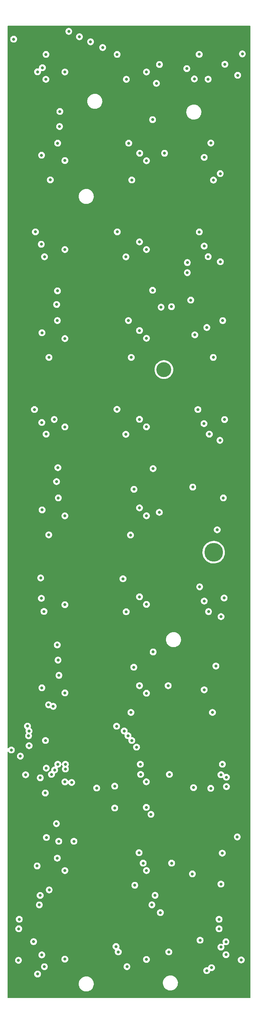
<source format=gbr>
%TF.GenerationSoftware,KiCad,Pcbnew,(6.0.7-1)-1*%
%TF.CreationDate,2023-12-02T14:15:26+01:00*%
%TF.ProjectId,11x3,31317833-2e6b-4696-9361-645f70636258,rev?*%
%TF.SameCoordinates,Original*%
%TF.FileFunction,Copper,L3,Inr*%
%TF.FilePolarity,Positive*%
%FSLAX46Y46*%
G04 Gerber Fmt 4.6, Leading zero omitted, Abs format (unit mm)*
G04 Created by KiCad (PCBNEW (6.0.7-1)-1) date 2023-12-02 14:15:26*
%MOMM*%
%LPD*%
G01*
G04 APERTURE LIST*
%TA.AperFunction,ViaPad*%
%ADD10C,4.000000*%
%TD*%
%TA.AperFunction,ViaPad*%
%ADD11C,0.800000*%
%TD*%
%TA.AperFunction,ViaPad*%
%ADD12C,5.000000*%
%TD*%
G04 APERTURE END LIST*
D10*
%TO.N,P*%
X97200000Y-118000000D03*
%TO.N,GND*%
X90900000Y-116850000D03*
D11*
%TO.N,P*%
X94000000Y-88280000D03*
X62520000Y-269640000D03*
X77660000Y-221340000D03*
X104040000Y-89890000D03*
D12*
X92790000Y-165960000D03*
D11*
X103040000Y-205160000D03*
X59900000Y-184700000D03*
X109360000Y-32560000D03*
X62350000Y-32660000D03*
X60220000Y-89900000D03*
X99550000Y-109470000D03*
X103620000Y-271140000D03*
X80930000Y-110360000D03*
X58390000Y-206470000D03*
X82380000Y-42490000D03*
X81470000Y-80060000D03*
X54490000Y-222200000D03*
X82050000Y-137350000D03*
X84410000Y-271150000D03*
X57930000Y-196340000D03*
X57520000Y-34740000D03*
X103920000Y-279530000D03*
X57210000Y-247730000D03*
X104160000Y-137300000D03*
X55280000Y-42270000D03*
X100400000Y-56360000D03*
X80930000Y-205150000D03*
X84488500Y-230539312D03*
X99260000Y-156190000D03*
X82170000Y-125520000D03*
X98630000Y-33880000D03*
X53880000Y-221150000D03*
X111670000Y-279590000D03*
X110990000Y-43320000D03*
X58860000Y-210810000D03*
X80800000Y-63010000D03*
X79940000Y-148770000D03*
X60170000Y-42490000D03*
X60080000Y-137280000D03*
X100330000Y-246380000D03*
X58700000Y-110380000D03*
X54730000Y-215950000D03*
X51820000Y-279700000D03*
X57950000Y-149210000D03*
X80870000Y-157780000D03*
X59370000Y-103750000D03*
X60110000Y-279540000D03*
X81490000Y-32670000D03*
X105080000Y-176740000D03*
X77580000Y-251650000D03*
X59410000Y-56360000D03*
X103390000Y-127440000D03*
X105950000Y-267730000D03*
X58660000Y-63020000D03*
X101950000Y-253970000D03*
X59070000Y-205190000D03*
X82840000Y-172590000D03*
X79960000Y-196260000D03*
X105664000Y-233934000D03*
X82010000Y-279490000D03*
X104370000Y-42530000D03*
X59870000Y-252550000D03*
X101854000Y-219964000D03*
X101940000Y-196010000D03*
X78410000Y-56330000D03*
X60870000Y-172730000D03*
X62560000Y-127450000D03*
X103420000Y-32670000D03*
X100090000Y-151160000D03*
X78310000Y-103780000D03*
X82040000Y-184690000D03*
X103420000Y-80060000D03*
X60060000Y-232090000D03*
X93810000Y-150470000D03*
X58870000Y-157820000D03*
X78740000Y-247396000D03*
X82320000Y-89900000D03*
X59480000Y-80100000D03*
X98120000Y-93690000D03*
X103410000Y-103710000D03*
X104080000Y-184700000D03*
X94110000Y-90950000D03*
X102670000Y-62990000D03*
%TO.N,LedIn*%
X57070000Y-278270000D03*
%TO.N,P3.3*%
X62550000Y-194430000D03*
X88010000Y-192250000D03*
X62950000Y-51930000D03*
X62150000Y-146740000D03*
X59436000Y-241808000D03*
X87870000Y-50090000D03*
X88000000Y-143280000D03*
X62390000Y-95810000D03*
X62340000Y-190370000D03*
X63030000Y-47920000D03*
X87430000Y-235630000D03*
X87870000Y-95660000D03*
X62500000Y-143030000D03*
X62170000Y-99460000D03*
X62110000Y-238100000D03*
%TO.N,GND*%
X104120000Y-113600000D03*
X57900000Y-172480000D03*
X58920000Y-86710000D03*
X100370000Y-80080000D03*
X81000000Y-276300000D03*
X51940000Y-274600000D03*
X82150000Y-113590000D03*
X104160000Y-66220000D03*
X98830000Y-228490000D03*
X106650000Y-103760000D03*
X56000000Y-269620000D03*
X56230000Y-127500000D03*
X82880000Y-148810000D03*
X60060000Y-160980000D03*
X105170000Y-159620000D03*
X78370000Y-32680000D03*
X60470000Y-66180000D03*
X60120000Y-113590000D03*
X103460000Y-56330000D03*
X60170000Y-255800000D03*
X84582000Y-222250000D03*
X98080000Y-98280000D03*
X78330000Y-127450000D03*
X59290000Y-39310000D03*
X80790000Y-181520000D03*
X57060000Y-37330000D03*
X78400000Y-80060000D03*
X80840000Y-39320000D03*
X104820000Y-196010000D03*
X59360000Y-134070000D03*
X100000000Y-127510000D03*
X106550000Y-222250000D03*
X106172000Y-254254000D03*
X62360000Y-103740000D03*
X81470000Y-56370000D03*
X80720000Y-86730000D03*
X111910000Y-32530000D03*
X106520000Y-245980000D03*
X59390000Y-223280000D03*
X62790000Y-198500000D03*
X50660000Y-28600000D03*
X100460000Y-174860000D03*
X81950000Y-161020000D03*
X78070000Y-270920000D03*
X110650000Y-38250000D03*
X90130000Y-100180000D03*
X66200000Y-227100000D03*
X58890000Y-276310000D03*
X99050000Y-39220000D03*
X82290000Y-66210000D03*
X59320000Y-32670000D03*
X79940000Y-172710000D03*
X82070000Y-208400000D03*
X106810000Y-151120000D03*
X59130000Y-229930000D03*
X83100000Y-254550000D03*
X97170000Y-88260000D03*
X50038000Y-218440000D03*
X58780000Y-181440000D03*
X100340000Y-32660000D03*
X84240500Y-245872000D03*
X103900000Y-208400000D03*
X102362000Y-277368000D03*
X107220000Y-35310000D03*
X102740000Y-86690000D03*
X59990000Y-206360000D03*
X77724000Y-228092000D03*
X82830000Y-196330000D03*
X62340000Y-247320000D03*
X98620000Y-148220000D03*
X61260000Y-206770000D03*
X97160000Y-90960000D03*
X81400000Y-103750000D03*
X62620000Y-151120000D03*
X53860000Y-225050000D03*
X100584000Y-269240000D03*
X111600000Y-274500000D03*
D12*
X104220000Y-165620000D03*
D11*
X80700000Y-134120000D03*
X102850000Y-181480000D03*
X103050000Y-134090000D03*
X56490000Y-80060000D03*
X92920000Y-100050000D03*
X103650000Y-276570000D03*
X62440000Y-56380000D03*
%TO.N,Net-(D12-Pad2)*%
X105900000Y-135740000D03*
X107140000Y-130180000D03*
%TO.N,Net-(D6-Pad2)*%
X105980000Y-64510000D03*
X106010000Y-88050000D03*
%TO.N,Net-(D18-Pad2)*%
X107020000Y-177840000D03*
X106190000Y-182810000D03*
%TO.N,Net-(D24-Pad2)*%
X107640000Y-228210000D03*
X107620000Y-225710000D03*
%TO.N,A2*%
X81280000Y-214630000D03*
X68270000Y-27950000D03*
X54650000Y-214640000D03*
%TO.N,E*%
X83566000Y-217678000D03*
X65420000Y-26520000D03*
X54790000Y-217280000D03*
%TO.N,A0*%
X54360000Y-212060000D03*
X74500000Y-30830000D03*
X78232000Y-212090000D03*
%TO.N,A1*%
X54770000Y-213370000D03*
X71260000Y-29300000D03*
X80264000Y-213360000D03*
%TO.N,LedOut*%
X102730000Y-39290000D03*
%TO.N,PQ1*%
X58360000Y-36220000D03*
X97020001Y-36459999D03*
%TO.N,PQ2*%
X58130000Y-59600000D03*
X101689999Y-60159999D03*
%TO.N,PQ3*%
X101689999Y-83859999D03*
X58060000Y-83370000D03*
%TO.N,PQ4*%
X58250000Y-107000000D03*
X99170001Y-107559999D03*
%TO.N,PQ5*%
X58190000Y-130970000D03*
X101630001Y-131259999D03*
%TO.N,PQ6*%
X58280000Y-154320000D03*
X89670001Y-154959999D03*
%TO.N,PQ7*%
X101689999Y-178659999D03*
X58080000Y-177920000D03*
%TO.N,PQ8*%
X101689999Y-202359999D03*
X58210000Y-201830000D03*
%TO.N,HallOut1*%
X64382000Y-61007400D03*
X64382000Y-84781800D03*
X72898000Y-228600000D03*
X64382000Y-132152800D03*
X64382000Y-155901800D03*
X64370000Y-274290000D03*
X64382000Y-250638000D03*
X64382000Y-108556200D03*
X64382000Y-179625400D03*
X64382000Y-226948000D03*
X64382000Y-203196600D03*
X64382000Y-37360000D03*
%TO.N,HallOut2*%
X86226000Y-108480000D03*
X86187500Y-233746663D03*
X86187500Y-226924243D03*
X86226000Y-250624000D03*
X86226000Y-155876400D03*
X77724000Y-233934000D03*
X86226000Y-203272800D03*
X86226000Y-84781800D03*
X86226000Y-61058200D03*
X86226000Y-179549200D03*
X86226000Y-132127400D03*
X86226000Y-37360000D03*
X86220000Y-274370000D03*
%TO.N,HallOut3*%
X98520000Y-251540000D03*
X88890000Y-40390000D03*
%TO.N,AGND*%
X89700000Y-35360000D03*
X84360000Y-153770000D03*
X102390000Y-105590000D03*
X85338000Y-248660000D03*
X92960000Y-248660000D03*
X60790000Y-224960000D03*
X84360000Y-82730000D03*
X78668000Y-272360000D03*
X84360000Y-106420000D03*
X84410000Y-59060000D03*
X84666000Y-224960000D03*
X92372000Y-224960000D03*
X92210000Y-272360000D03*
X84360000Y-201260000D03*
X84360000Y-130120000D03*
X91070000Y-59060000D03*
X61530000Y-130160000D03*
X92040000Y-201260000D03*
X106172000Y-225044000D03*
X84360000Y-177540000D03*
%TO.N,Net-(D30-Pad2)*%
X107520000Y-273110000D03*
X107500000Y-269660000D03*
%TO.N,PQ11*%
X106170000Y-271080000D03*
X58200000Y-273150000D03*
%TO.N,PQ10*%
X56940000Y-249390000D03*
X110540000Y-241650000D03*
%TO.N,PQ9*%
X57780000Y-225860000D03*
X103440000Y-228670000D03*
%TO.N,HallOut4*%
X87680000Y-259790000D03*
X57540000Y-259800000D03*
%TO.N,HallOut5*%
X88529500Y-257250462D03*
X57760000Y-257280000D03*
%TO.N,S1*%
X105664000Y-266192000D03*
X52020000Y-266190000D03*
%TO.N,S0*%
X105664000Y-263652000D03*
X52160000Y-263650000D03*
%TO.N,First_LedIn_3V*%
X52450000Y-220080000D03*
X89940000Y-261860000D03*
%TO.N,A3*%
X82296000Y-215900000D03*
X59182000Y-215900000D03*
%TO.N,Q9*%
X64516000Y-223520000D03*
X61634500Y-223774000D03*
%TO.N,Q10*%
X62484000Y-222250000D03*
X64516000Y-222250000D03*
%TO.N,Q11*%
X66802000Y-242824000D03*
X62738000Y-242824000D03*
%TD*%
%TA.AperFunction,Conductor*%
%TO.N,P*%
G36*
X113973621Y-25038502D02*
G01*
X114020114Y-25092158D01*
X114031500Y-25144500D01*
X114031500Y-284575500D01*
X114011498Y-284643621D01*
X113957842Y-284690114D01*
X113905500Y-284701500D01*
X49174500Y-284701500D01*
X49106379Y-284681498D01*
X49059886Y-284627842D01*
X49048500Y-284575500D01*
X49048500Y-280853733D01*
X68091822Y-280853733D01*
X68091975Y-280858121D01*
X68091975Y-280858127D01*
X68097066Y-281003893D01*
X68101625Y-281134458D01*
X68102387Y-281138781D01*
X68102388Y-281138788D01*
X68125908Y-281272176D01*
X68150402Y-281411087D01*
X68237203Y-281678235D01*
X68360340Y-281930702D01*
X68362795Y-281934341D01*
X68362798Y-281934347D01*
X68435890Y-282042710D01*
X68517415Y-282163576D01*
X68705371Y-282372322D01*
X68920550Y-282552879D01*
X69158764Y-282701731D01*
X69415375Y-282815982D01*
X69685390Y-282893407D01*
X69689740Y-282894018D01*
X69689743Y-282894019D01*
X69792690Y-282908487D01*
X69963552Y-282932500D01*
X70174146Y-282932500D01*
X70176332Y-282932347D01*
X70176336Y-282932347D01*
X70379827Y-282918118D01*
X70379832Y-282918117D01*
X70384212Y-282917811D01*
X70658970Y-282859409D01*
X70663099Y-282857906D01*
X70663103Y-282857905D01*
X70918781Y-282764846D01*
X70918785Y-282764844D01*
X70922926Y-282763337D01*
X71170942Y-282631464D01*
X71187537Y-282619407D01*
X71394629Y-282468947D01*
X71394632Y-282468944D01*
X71398192Y-282466358D01*
X71438192Y-282427731D01*
X71592332Y-282278879D01*
X71600252Y-282271231D01*
X71773188Y-282049882D01*
X71775384Y-282046078D01*
X71775389Y-282046071D01*
X71911435Y-281810431D01*
X71913636Y-281806619D01*
X72018862Y-281546176D01*
X72022242Y-281532619D01*
X72085753Y-281277893D01*
X72085754Y-281277888D01*
X72086817Y-281273624D01*
X72087419Y-281267901D01*
X72115719Y-280998636D01*
X72115719Y-280998633D01*
X72116178Y-280994267D01*
X72111657Y-280864788D01*
X72106529Y-280717939D01*
X72106528Y-280717933D01*
X72106375Y-280713542D01*
X72082782Y-280579733D01*
X90617822Y-280579733D01*
X90617975Y-280584121D01*
X90617975Y-280584127D01*
X90627238Y-280849364D01*
X90627625Y-280860458D01*
X90628387Y-280864781D01*
X90628388Y-280864788D01*
X90651989Y-280998636D01*
X90676402Y-281137087D01*
X90763203Y-281404235D01*
X90765131Y-281408188D01*
X90765133Y-281408193D01*
X90820313Y-281521328D01*
X90886340Y-281656702D01*
X90888795Y-281660341D01*
X90888798Y-281660347D01*
X90961890Y-281768710D01*
X91043415Y-281889576D01*
X91231371Y-282098322D01*
X91446550Y-282278879D01*
X91684764Y-282427731D01*
X91941375Y-282541982D01*
X92211390Y-282619407D01*
X92215740Y-282620018D01*
X92215743Y-282620019D01*
X92297180Y-282631464D01*
X92489552Y-282658500D01*
X92700146Y-282658500D01*
X92702332Y-282658347D01*
X92702336Y-282658347D01*
X92905827Y-282644118D01*
X92905832Y-282644117D01*
X92910212Y-282643811D01*
X93184970Y-282585409D01*
X93189099Y-282583906D01*
X93189103Y-282583905D01*
X93444781Y-282490846D01*
X93444785Y-282490844D01*
X93448926Y-282489337D01*
X93696942Y-282357464D01*
X93801896Y-282281211D01*
X93920629Y-282194947D01*
X93920632Y-282194944D01*
X93924192Y-282192358D01*
X93950609Y-282166848D01*
X94071730Y-282049882D01*
X94126252Y-281997231D01*
X94268343Y-281815362D01*
X94296481Y-281779347D01*
X94296482Y-281779346D01*
X94299188Y-281775882D01*
X94301384Y-281772078D01*
X94301389Y-281772071D01*
X94415206Y-281574933D01*
X94439636Y-281532619D01*
X94544862Y-281272176D01*
X94577502Y-281141265D01*
X94611753Y-281003893D01*
X94611754Y-281003888D01*
X94612817Y-280999624D01*
X94628151Y-280853733D01*
X94641719Y-280724636D01*
X94641719Y-280724633D01*
X94642178Y-280720267D01*
X94642025Y-280715873D01*
X94632529Y-280443939D01*
X94632528Y-280443933D01*
X94632375Y-280439542D01*
X94608846Y-280306099D01*
X94584360Y-280167236D01*
X94583598Y-280162913D01*
X94496797Y-279895765D01*
X94373660Y-279643298D01*
X94371205Y-279639659D01*
X94371202Y-279639653D01*
X94260599Y-279475678D01*
X94216585Y-279410424D01*
X94028629Y-279201678D01*
X93813450Y-279021121D01*
X93575236Y-278872269D01*
X93318625Y-278758018D01*
X93048610Y-278680593D01*
X93044260Y-278679982D01*
X93044257Y-278679981D01*
X92941310Y-278665513D01*
X92770448Y-278641500D01*
X92559854Y-278641500D01*
X92557668Y-278641653D01*
X92557664Y-278641653D01*
X92354173Y-278655882D01*
X92354168Y-278655883D01*
X92349788Y-278656189D01*
X92075030Y-278714591D01*
X92070901Y-278716094D01*
X92070897Y-278716095D01*
X91815219Y-278809154D01*
X91815215Y-278809156D01*
X91811074Y-278810663D01*
X91563058Y-278942536D01*
X91559499Y-278945122D01*
X91559497Y-278945123D01*
X91364587Y-279086733D01*
X91335808Y-279107642D01*
X91332644Y-279110698D01*
X91332641Y-279110700D01*
X91293399Y-279148596D01*
X91133748Y-279302769D01*
X90960812Y-279524118D01*
X90958616Y-279527922D01*
X90958611Y-279527929D01*
X90870148Y-279681152D01*
X90820364Y-279767381D01*
X90715138Y-280027824D01*
X90714073Y-280032097D01*
X90714072Y-280032099D01*
X90678704Y-280173954D01*
X90647183Y-280300376D01*
X90646724Y-280304744D01*
X90646723Y-280304749D01*
X90632556Y-280439542D01*
X90617822Y-280579733D01*
X72082782Y-280579733D01*
X72082608Y-280578749D01*
X72058360Y-280441236D01*
X72057598Y-280436913D01*
X71970797Y-280169765D01*
X71965418Y-280158735D01*
X71899576Y-280023741D01*
X71847660Y-279917298D01*
X71845205Y-279913659D01*
X71845202Y-279913653D01*
X71743969Y-279763569D01*
X71690585Y-279684424D01*
X71502629Y-279475678D01*
X71287450Y-279295121D01*
X71049236Y-279146269D01*
X70792625Y-279032018D01*
X70522610Y-278954593D01*
X70518260Y-278953982D01*
X70518257Y-278953981D01*
X70415310Y-278939513D01*
X70244448Y-278915500D01*
X70033854Y-278915500D01*
X70031668Y-278915653D01*
X70031664Y-278915653D01*
X69828173Y-278929882D01*
X69828168Y-278929883D01*
X69823788Y-278930189D01*
X69549030Y-278988591D01*
X69544901Y-278990094D01*
X69544897Y-278990095D01*
X69289219Y-279083154D01*
X69289215Y-279083156D01*
X69285074Y-279084663D01*
X69037058Y-279216536D01*
X69033499Y-279219122D01*
X69033497Y-279219123D01*
X68928895Y-279295121D01*
X68809808Y-279381642D01*
X68806644Y-279384698D01*
X68806641Y-279384700D01*
X68717864Y-279470431D01*
X68607748Y-279576769D01*
X68523639Y-279684424D01*
X68461805Y-279763569D01*
X68434812Y-279798118D01*
X68432616Y-279801922D01*
X68432611Y-279801929D01*
X68318794Y-279999067D01*
X68294364Y-280041381D01*
X68189138Y-280301824D01*
X68188073Y-280306097D01*
X68188072Y-280306099D01*
X68153705Y-280443939D01*
X68121183Y-280574376D01*
X68120724Y-280578744D01*
X68120723Y-280578749D01*
X68105390Y-280724636D01*
X68091822Y-280853733D01*
X49048500Y-280853733D01*
X49048500Y-278270000D01*
X56156496Y-278270000D01*
X56176458Y-278459928D01*
X56235473Y-278641556D01*
X56238776Y-278647278D01*
X56238777Y-278647279D01*
X56257658Y-278679981D01*
X56330960Y-278806944D01*
X56335378Y-278811851D01*
X56335379Y-278811852D01*
X56389779Y-278872269D01*
X56458747Y-278948866D01*
X56613248Y-279061118D01*
X56619276Y-279063802D01*
X56619278Y-279063803D01*
X56781681Y-279136109D01*
X56787712Y-279138794D01*
X56881113Y-279158647D01*
X56968056Y-279177128D01*
X56968061Y-279177128D01*
X56974513Y-279178500D01*
X57165487Y-279178500D01*
X57171939Y-279177128D01*
X57171944Y-279177128D01*
X57258887Y-279158647D01*
X57352288Y-279138794D01*
X57358319Y-279136109D01*
X57520722Y-279063803D01*
X57520724Y-279063802D01*
X57526752Y-279061118D01*
X57681253Y-278948866D01*
X57750221Y-278872269D01*
X57804621Y-278811852D01*
X57804622Y-278811851D01*
X57809040Y-278806944D01*
X57882342Y-278679981D01*
X57901223Y-278647279D01*
X57901224Y-278647278D01*
X57904527Y-278641556D01*
X57963542Y-278459928D01*
X57983504Y-278270000D01*
X57963542Y-278080072D01*
X57904527Y-277898444D01*
X57809040Y-277733056D01*
X57681253Y-277591134D01*
X57526752Y-277478882D01*
X57520724Y-277476198D01*
X57520722Y-277476197D01*
X57358319Y-277403891D01*
X57358318Y-277403891D01*
X57352288Y-277401206D01*
X57226953Y-277374565D01*
X57196068Y-277368000D01*
X101448496Y-277368000D01*
X101468458Y-277557928D01*
X101527473Y-277739556D01*
X101622960Y-277904944D01*
X101750747Y-278046866D01*
X101905248Y-278159118D01*
X101911276Y-278161802D01*
X101911278Y-278161803D01*
X102073681Y-278234109D01*
X102079712Y-278236794D01*
X102173112Y-278256647D01*
X102260056Y-278275128D01*
X102260061Y-278275128D01*
X102266513Y-278276500D01*
X102457487Y-278276500D01*
X102463939Y-278275128D01*
X102463944Y-278275128D01*
X102550888Y-278256647D01*
X102644288Y-278236794D01*
X102650319Y-278234109D01*
X102812722Y-278161803D01*
X102812724Y-278161802D01*
X102818752Y-278159118D01*
X102973253Y-278046866D01*
X103101040Y-277904944D01*
X103196527Y-277739556D01*
X103255542Y-277557928D01*
X103256232Y-277551364D01*
X103257606Y-277544900D01*
X103260428Y-277545500D01*
X103282688Y-277491515D01*
X103340941Y-277450930D01*
X103407121Y-277447171D01*
X103548056Y-277477128D01*
X103548061Y-277477128D01*
X103554513Y-277478500D01*
X103745487Y-277478500D01*
X103751939Y-277477128D01*
X103751944Y-277477128D01*
X103838887Y-277458647D01*
X103932288Y-277438794D01*
X104010682Y-277403891D01*
X104100722Y-277363803D01*
X104100724Y-277363802D01*
X104106752Y-277361118D01*
X104261253Y-277248866D01*
X104389040Y-277106944D01*
X104484527Y-276941556D01*
X104543542Y-276759928D01*
X104563504Y-276570000D01*
X104555748Y-276496206D01*
X104544232Y-276386635D01*
X104544232Y-276386633D01*
X104543542Y-276380072D01*
X104484527Y-276198444D01*
X104389040Y-276033056D01*
X104261253Y-275891134D01*
X104106752Y-275778882D01*
X104100724Y-275776198D01*
X104100722Y-275776197D01*
X103938319Y-275703891D01*
X103938318Y-275703891D01*
X103932288Y-275701206D01*
X103838888Y-275681353D01*
X103751944Y-275662872D01*
X103751939Y-275662872D01*
X103745487Y-275661500D01*
X103554513Y-275661500D01*
X103548061Y-275662872D01*
X103548056Y-275662872D01*
X103461112Y-275681353D01*
X103367712Y-275701206D01*
X103361682Y-275703891D01*
X103361681Y-275703891D01*
X103199278Y-275776197D01*
X103199276Y-275776198D01*
X103193248Y-275778882D01*
X103038747Y-275891134D01*
X102910960Y-276033056D01*
X102815473Y-276198444D01*
X102756458Y-276380072D01*
X102755768Y-276386635D01*
X102754394Y-276393100D01*
X102751572Y-276392500D01*
X102729312Y-276446485D01*
X102671059Y-276487070D01*
X102604879Y-276490829D01*
X102463944Y-276460872D01*
X102463939Y-276460872D01*
X102457487Y-276459500D01*
X102266513Y-276459500D01*
X102260061Y-276460872D01*
X102260056Y-276460872D01*
X102173113Y-276479353D01*
X102079712Y-276499206D01*
X102073682Y-276501891D01*
X102073681Y-276501891D01*
X101911278Y-276574197D01*
X101911276Y-276574198D01*
X101905248Y-276576882D01*
X101750747Y-276689134D01*
X101622960Y-276831056D01*
X101564686Y-276931990D01*
X101534684Y-276983955D01*
X101527473Y-276996444D01*
X101468458Y-277178072D01*
X101448496Y-277368000D01*
X57196068Y-277368000D01*
X57171944Y-277362872D01*
X57171939Y-277362872D01*
X57165487Y-277361500D01*
X56974513Y-277361500D01*
X56968061Y-277362872D01*
X56968056Y-277362872D01*
X56913047Y-277374565D01*
X56787712Y-277401206D01*
X56781682Y-277403891D01*
X56781681Y-277403891D01*
X56619278Y-277476197D01*
X56619276Y-277476198D01*
X56613248Y-277478882D01*
X56458747Y-277591134D01*
X56330960Y-277733056D01*
X56235473Y-277898444D01*
X56176458Y-278080072D01*
X56156496Y-278270000D01*
X49048500Y-278270000D01*
X49048500Y-276310000D01*
X57976496Y-276310000D01*
X57977186Y-276316565D01*
X57995502Y-276490829D01*
X57996458Y-276499928D01*
X58055473Y-276681556D01*
X58058776Y-276687278D01*
X58058777Y-276687279D01*
X58092686Y-276746010D01*
X58150960Y-276846944D01*
X58278747Y-276988866D01*
X58297828Y-277002729D01*
X58414143Y-277087237D01*
X58433248Y-277101118D01*
X58439276Y-277103802D01*
X58439278Y-277103803D01*
X58601681Y-277176109D01*
X58607712Y-277178794D01*
X58701113Y-277198647D01*
X58788056Y-277217128D01*
X58788061Y-277217128D01*
X58794513Y-277218500D01*
X58985487Y-277218500D01*
X58991939Y-277217128D01*
X58991944Y-277217128D01*
X59078887Y-277198647D01*
X59172288Y-277178794D01*
X59178319Y-277176109D01*
X59340722Y-277103803D01*
X59340724Y-277103802D01*
X59346752Y-277101118D01*
X59365858Y-277087237D01*
X59482172Y-277002729D01*
X59501253Y-276988866D01*
X59629040Y-276846944D01*
X59687314Y-276746010D01*
X59721223Y-276687279D01*
X59721224Y-276687278D01*
X59724527Y-276681556D01*
X59783542Y-276499928D01*
X59784499Y-276490829D01*
X59802814Y-276316565D01*
X59803504Y-276310000D01*
X59802453Y-276300000D01*
X80086496Y-276300000D01*
X80106458Y-276489928D01*
X80165473Y-276671556D01*
X80168776Y-276677278D01*
X80168777Y-276677279D01*
X80173380Y-276685251D01*
X80260960Y-276836944D01*
X80388747Y-276978866D01*
X80543248Y-277091118D01*
X80549276Y-277093802D01*
X80549278Y-277093803D01*
X80711681Y-277166109D01*
X80717712Y-277168794D01*
X80792238Y-277184635D01*
X80898056Y-277207128D01*
X80898061Y-277207128D01*
X80904513Y-277208500D01*
X81095487Y-277208500D01*
X81101939Y-277207128D01*
X81101944Y-277207128D01*
X81207762Y-277184635D01*
X81282288Y-277168794D01*
X81288319Y-277166109D01*
X81450722Y-277093803D01*
X81450724Y-277093802D01*
X81456752Y-277091118D01*
X81611253Y-276978866D01*
X81739040Y-276836944D01*
X81826620Y-276685251D01*
X81831223Y-276677279D01*
X81831224Y-276677278D01*
X81834527Y-276671556D01*
X81893542Y-276489928D01*
X81913504Y-276300000D01*
X81893542Y-276110072D01*
X81834527Y-275928444D01*
X81739040Y-275763056D01*
X81611253Y-275621134D01*
X81512157Y-275549136D01*
X81462094Y-275512763D01*
X81462093Y-275512762D01*
X81456752Y-275508882D01*
X81450724Y-275506198D01*
X81450722Y-275506197D01*
X81288319Y-275433891D01*
X81288318Y-275433891D01*
X81282288Y-275431206D01*
X81188887Y-275411353D01*
X81101944Y-275392872D01*
X81101939Y-275392872D01*
X81095487Y-275391500D01*
X80904513Y-275391500D01*
X80898061Y-275392872D01*
X80898056Y-275392872D01*
X80811113Y-275411353D01*
X80717712Y-275431206D01*
X80711682Y-275433891D01*
X80711681Y-275433891D01*
X80549278Y-275506197D01*
X80549276Y-275506198D01*
X80543248Y-275508882D01*
X80537907Y-275512762D01*
X80537906Y-275512763D01*
X80487843Y-275549136D01*
X80388747Y-275621134D01*
X80260960Y-275763056D01*
X80165473Y-275928444D01*
X80106458Y-276110072D01*
X80086496Y-276300000D01*
X59802453Y-276300000D01*
X59783542Y-276120072D01*
X59724527Y-275938444D01*
X59718754Y-275928444D01*
X59634644Y-275782763D01*
X59629040Y-275773056D01*
X59501253Y-275631134D01*
X59346752Y-275518882D01*
X59340724Y-275516198D01*
X59340722Y-275516197D01*
X59178319Y-275443891D01*
X59178318Y-275443891D01*
X59172288Y-275441206D01*
X59078888Y-275421353D01*
X58991944Y-275402872D01*
X58991939Y-275402872D01*
X58985487Y-275401500D01*
X58794513Y-275401500D01*
X58788061Y-275402872D01*
X58788056Y-275402872D01*
X58701112Y-275421353D01*
X58607712Y-275441206D01*
X58601682Y-275443891D01*
X58601681Y-275443891D01*
X58439278Y-275516197D01*
X58439276Y-275516198D01*
X58433248Y-275518882D01*
X58278747Y-275631134D01*
X58150960Y-275773056D01*
X58145356Y-275782763D01*
X58061247Y-275928444D01*
X58055473Y-275938444D01*
X57996458Y-276120072D01*
X57976496Y-276310000D01*
X49048500Y-276310000D01*
X49048500Y-274600000D01*
X51026496Y-274600000D01*
X51027186Y-274606565D01*
X51036608Y-274696206D01*
X51046458Y-274789928D01*
X51105473Y-274971556D01*
X51200960Y-275136944D01*
X51328747Y-275278866D01*
X51483248Y-275391118D01*
X51489276Y-275393802D01*
X51489278Y-275393803D01*
X51651681Y-275466109D01*
X51657712Y-275468794D01*
X51751112Y-275488647D01*
X51838056Y-275507128D01*
X51838061Y-275507128D01*
X51844513Y-275508500D01*
X52035487Y-275508500D01*
X52041939Y-275507128D01*
X52041944Y-275507128D01*
X52128888Y-275488647D01*
X52222288Y-275468794D01*
X52228319Y-275466109D01*
X52390722Y-275393803D01*
X52390724Y-275393802D01*
X52396752Y-275391118D01*
X52551253Y-275278866D01*
X52679040Y-275136944D01*
X52774527Y-274971556D01*
X52833542Y-274789928D01*
X52843393Y-274696206D01*
X52852814Y-274606565D01*
X52853504Y-274600000D01*
X52833542Y-274410072D01*
X52794528Y-274290000D01*
X63456496Y-274290000D01*
X63476458Y-274479928D01*
X63535473Y-274661556D01*
X63630960Y-274826944D01*
X63758747Y-274968866D01*
X63844578Y-275031226D01*
X63874202Y-275052749D01*
X63913248Y-275081118D01*
X63919276Y-275083802D01*
X63919278Y-275083803D01*
X64049659Y-275141852D01*
X64087712Y-275158794D01*
X64181113Y-275178647D01*
X64268056Y-275197128D01*
X64268061Y-275197128D01*
X64274513Y-275198500D01*
X64465487Y-275198500D01*
X64471939Y-275197128D01*
X64471944Y-275197128D01*
X64558887Y-275178647D01*
X64652288Y-275158794D01*
X64690341Y-275141852D01*
X64820722Y-275083803D01*
X64820724Y-275083802D01*
X64826752Y-275081118D01*
X64865799Y-275052749D01*
X64895422Y-275031226D01*
X64981253Y-274968866D01*
X65109040Y-274826944D01*
X65204527Y-274661556D01*
X65263542Y-274479928D01*
X65275096Y-274370000D01*
X85306496Y-274370000D01*
X85307186Y-274376565D01*
X85318710Y-274486206D01*
X85326458Y-274559928D01*
X85385473Y-274741556D01*
X85480960Y-274906944D01*
X85485378Y-274911851D01*
X85485379Y-274911852D01*
X85604325Y-275043955D01*
X85608747Y-275048866D01*
X85707843Y-275120864D01*
X85756354Y-275156109D01*
X85763248Y-275161118D01*
X85769276Y-275163802D01*
X85769278Y-275163803D01*
X85931681Y-275236109D01*
X85937712Y-275238794D01*
X86031113Y-275258647D01*
X86118056Y-275277128D01*
X86118061Y-275277128D01*
X86124513Y-275278500D01*
X86315487Y-275278500D01*
X86321939Y-275277128D01*
X86321944Y-275277128D01*
X86408887Y-275258647D01*
X86502288Y-275238794D01*
X86508319Y-275236109D01*
X86670722Y-275163803D01*
X86670724Y-275163802D01*
X86676752Y-275161118D01*
X86683647Y-275156109D01*
X86732157Y-275120864D01*
X86831253Y-275048866D01*
X86835675Y-275043955D01*
X86954621Y-274911852D01*
X86954622Y-274911851D01*
X86959040Y-274906944D01*
X87054527Y-274741556D01*
X87113542Y-274559928D01*
X87119841Y-274500000D01*
X110686496Y-274500000D01*
X110687186Y-274506565D01*
X110704078Y-274667279D01*
X110706458Y-274689928D01*
X110765473Y-274871556D01*
X110860960Y-275036944D01*
X110865378Y-275041851D01*
X110865379Y-275041852D01*
X110969272Y-275157237D01*
X110988747Y-275178866D01*
X111073119Y-275240166D01*
X111126385Y-275278866D01*
X111143248Y-275291118D01*
X111149276Y-275293802D01*
X111149278Y-275293803D01*
X111311681Y-275366109D01*
X111317712Y-275368794D01*
X111404479Y-275387237D01*
X111498056Y-275407128D01*
X111498061Y-275407128D01*
X111504513Y-275408500D01*
X111695487Y-275408500D01*
X111701939Y-275407128D01*
X111701944Y-275407128D01*
X111795521Y-275387237D01*
X111882288Y-275368794D01*
X111888319Y-275366109D01*
X112050722Y-275293803D01*
X112050724Y-275293802D01*
X112056752Y-275291118D01*
X112073616Y-275278866D01*
X112126881Y-275240166D01*
X112211253Y-275178866D01*
X112230728Y-275157237D01*
X112334621Y-275041852D01*
X112334622Y-275041851D01*
X112339040Y-275036944D01*
X112434527Y-274871556D01*
X112493542Y-274689928D01*
X112495923Y-274667279D01*
X112512814Y-274506565D01*
X112513504Y-274500000D01*
X112504052Y-274410072D01*
X112494232Y-274316635D01*
X112494232Y-274316633D01*
X112493542Y-274310072D01*
X112434527Y-274128444D01*
X112339040Y-273963056D01*
X112315793Y-273937237D01*
X112215675Y-273826045D01*
X112215674Y-273826044D01*
X112211253Y-273821134D01*
X112056752Y-273708882D01*
X112050724Y-273706198D01*
X112050722Y-273706197D01*
X111888319Y-273633891D01*
X111888318Y-273633891D01*
X111882288Y-273631206D01*
X111787857Y-273611134D01*
X111701944Y-273592872D01*
X111701939Y-273592872D01*
X111695487Y-273591500D01*
X111504513Y-273591500D01*
X111498061Y-273592872D01*
X111498056Y-273592872D01*
X111412143Y-273611134D01*
X111317712Y-273631206D01*
X111311682Y-273633891D01*
X111311681Y-273633891D01*
X111149278Y-273706197D01*
X111149276Y-273706198D01*
X111143248Y-273708882D01*
X110988747Y-273821134D01*
X110984326Y-273826044D01*
X110984325Y-273826045D01*
X110884208Y-273937237D01*
X110860960Y-273963056D01*
X110765473Y-274128444D01*
X110706458Y-274310072D01*
X110705768Y-274316633D01*
X110705768Y-274316635D01*
X110695948Y-274410072D01*
X110686496Y-274500000D01*
X87119841Y-274500000D01*
X87121291Y-274486206D01*
X87132814Y-274376565D01*
X87133504Y-274370000D01*
X87113542Y-274180072D01*
X87054527Y-273998444D01*
X86959040Y-273833056D01*
X86950846Y-273823955D01*
X86835675Y-273696045D01*
X86835674Y-273696044D01*
X86831253Y-273691134D01*
X86721143Y-273611134D01*
X86682094Y-273582763D01*
X86682093Y-273582762D01*
X86676752Y-273578882D01*
X86670724Y-273576198D01*
X86670722Y-273576197D01*
X86508319Y-273503891D01*
X86508318Y-273503891D01*
X86502288Y-273501206D01*
X86408888Y-273481353D01*
X86321944Y-273462872D01*
X86321939Y-273462872D01*
X86315487Y-273461500D01*
X86124513Y-273461500D01*
X86118061Y-273462872D01*
X86118056Y-273462872D01*
X86031112Y-273481353D01*
X85937712Y-273501206D01*
X85931682Y-273503891D01*
X85931681Y-273503891D01*
X85769278Y-273576197D01*
X85769276Y-273576198D01*
X85763248Y-273578882D01*
X85757907Y-273582762D01*
X85757906Y-273582763D01*
X85718857Y-273611134D01*
X85608747Y-273691134D01*
X85604326Y-273696044D01*
X85604325Y-273696045D01*
X85489155Y-273823955D01*
X85480960Y-273833056D01*
X85385473Y-273998444D01*
X85326458Y-274180072D01*
X85306496Y-274370000D01*
X65275096Y-274370000D01*
X65283504Y-274290000D01*
X65271950Y-274180072D01*
X65264232Y-274106635D01*
X65264232Y-274106633D01*
X65263542Y-274100072D01*
X65204527Y-273918444D01*
X65109040Y-273753056D01*
X65013497Y-273646944D01*
X64985675Y-273616045D01*
X64985674Y-273616044D01*
X64981253Y-273611134D01*
X64857960Y-273521556D01*
X64832094Y-273502763D01*
X64832093Y-273502762D01*
X64826752Y-273498882D01*
X64820724Y-273496198D01*
X64820722Y-273496197D01*
X64658319Y-273423891D01*
X64658318Y-273423891D01*
X64652288Y-273421206D01*
X64558887Y-273401353D01*
X64471944Y-273382872D01*
X64471939Y-273382872D01*
X64465487Y-273381500D01*
X64274513Y-273381500D01*
X64268061Y-273382872D01*
X64268056Y-273382872D01*
X64181113Y-273401353D01*
X64087712Y-273421206D01*
X64081682Y-273423891D01*
X64081681Y-273423891D01*
X63919278Y-273496197D01*
X63919276Y-273496198D01*
X63913248Y-273498882D01*
X63907907Y-273502762D01*
X63907906Y-273502763D01*
X63882040Y-273521556D01*
X63758747Y-273611134D01*
X63754326Y-273616044D01*
X63754325Y-273616045D01*
X63726504Y-273646944D01*
X63630960Y-273753056D01*
X63535473Y-273918444D01*
X63476458Y-274100072D01*
X63475768Y-274106633D01*
X63475768Y-274106635D01*
X63468050Y-274180072D01*
X63456496Y-274290000D01*
X52794528Y-274290000D01*
X52774527Y-274228444D01*
X52679040Y-274063056D01*
X52673703Y-274057128D01*
X52555675Y-273926045D01*
X52555674Y-273926044D01*
X52551253Y-273921134D01*
X52417498Y-273823955D01*
X52402094Y-273812763D01*
X52402093Y-273812762D01*
X52396752Y-273808882D01*
X52390724Y-273806198D01*
X52390722Y-273806197D01*
X52228319Y-273733891D01*
X52228318Y-273733891D01*
X52222288Y-273731206D01*
X52128887Y-273711353D01*
X52041944Y-273692872D01*
X52041939Y-273692872D01*
X52035487Y-273691500D01*
X51844513Y-273691500D01*
X51838061Y-273692872D01*
X51838056Y-273692872D01*
X51751113Y-273711353D01*
X51657712Y-273731206D01*
X51651682Y-273733891D01*
X51651681Y-273733891D01*
X51489278Y-273806197D01*
X51489276Y-273806198D01*
X51483248Y-273808882D01*
X51477907Y-273812762D01*
X51477906Y-273812763D01*
X51462502Y-273823955D01*
X51328747Y-273921134D01*
X51324326Y-273926044D01*
X51324325Y-273926045D01*
X51206298Y-274057128D01*
X51200960Y-274063056D01*
X51105473Y-274228444D01*
X51046458Y-274410072D01*
X51026496Y-274600000D01*
X49048500Y-274600000D01*
X49048500Y-273150000D01*
X57286496Y-273150000D01*
X57287186Y-273156565D01*
X57298807Y-273267128D01*
X57306458Y-273339928D01*
X57365473Y-273521556D01*
X57460960Y-273686944D01*
X57465378Y-273691851D01*
X57465379Y-273691852D01*
X57503231Y-273733891D01*
X57588747Y-273828866D01*
X57682851Y-273897237D01*
X57720691Y-273924729D01*
X57743248Y-273941118D01*
X57749276Y-273943802D01*
X57749278Y-273943803D01*
X57872005Y-273998444D01*
X57917712Y-274018794D01*
X58011112Y-274038647D01*
X58098056Y-274057128D01*
X58098061Y-274057128D01*
X58104513Y-274058500D01*
X58295487Y-274058500D01*
X58301939Y-274057128D01*
X58301944Y-274057128D01*
X58388888Y-274038647D01*
X58482288Y-274018794D01*
X58527995Y-273998444D01*
X58650722Y-273943803D01*
X58650724Y-273943802D01*
X58656752Y-273941118D01*
X58679310Y-273924729D01*
X58717149Y-273897237D01*
X58811253Y-273828866D01*
X58896769Y-273733891D01*
X58934621Y-273691852D01*
X58934622Y-273691851D01*
X58939040Y-273686944D01*
X59034527Y-273521556D01*
X59093542Y-273339928D01*
X59101194Y-273267128D01*
X59112814Y-273156565D01*
X59113504Y-273150000D01*
X59102232Y-273042749D01*
X59094232Y-272966635D01*
X59094232Y-272966633D01*
X59093542Y-272960072D01*
X59034527Y-272778444D01*
X59003828Y-272725271D01*
X58942341Y-272618774D01*
X58939040Y-272613056D01*
X58908173Y-272578774D01*
X58815675Y-272476045D01*
X58815674Y-272476044D01*
X58811253Y-272471134D01*
X58656752Y-272358882D01*
X58650724Y-272356198D01*
X58650722Y-272356197D01*
X58488319Y-272283891D01*
X58488318Y-272283891D01*
X58482288Y-272281206D01*
X58388888Y-272261353D01*
X58301944Y-272242872D01*
X58301939Y-272242872D01*
X58295487Y-272241500D01*
X58104513Y-272241500D01*
X58098061Y-272242872D01*
X58098056Y-272242872D01*
X58011112Y-272261353D01*
X57917712Y-272281206D01*
X57911682Y-272283891D01*
X57911681Y-272283891D01*
X57749278Y-272356197D01*
X57749276Y-272356198D01*
X57743248Y-272358882D01*
X57588747Y-272471134D01*
X57584326Y-272476044D01*
X57584325Y-272476045D01*
X57491828Y-272578774D01*
X57460960Y-272613056D01*
X57457659Y-272618774D01*
X57396173Y-272725271D01*
X57365473Y-272778444D01*
X57306458Y-272960072D01*
X57305768Y-272966633D01*
X57305768Y-272966635D01*
X57297768Y-273042749D01*
X57286496Y-273150000D01*
X49048500Y-273150000D01*
X49048500Y-270920000D01*
X77156496Y-270920000D01*
X77176458Y-271109928D01*
X77235473Y-271291556D01*
X77330960Y-271456944D01*
X77335378Y-271461851D01*
X77335379Y-271461852D01*
X77364227Y-271493891D01*
X77458747Y-271598866D01*
X77613248Y-271711118D01*
X77619276Y-271713802D01*
X77619278Y-271713803D01*
X77787712Y-271788794D01*
X77786485Y-271791550D01*
X77834281Y-271824231D01*
X77861919Y-271889627D01*
X77849813Y-271959584D01*
X77845860Y-271966989D01*
X77833473Y-271988444D01*
X77774458Y-272170072D01*
X77773768Y-272176633D01*
X77773768Y-272176635D01*
X77766699Y-272243891D01*
X77754496Y-272360000D01*
X77755186Y-272366565D01*
X77766177Y-272471134D01*
X77774458Y-272549928D01*
X77833473Y-272731556D01*
X77836776Y-272737278D01*
X77836777Y-272737279D01*
X77870686Y-272796010D01*
X77928960Y-272896944D01*
X77933378Y-272901851D01*
X77933379Y-272901852D01*
X77991710Y-272966635D01*
X78056747Y-273038866D01*
X78211248Y-273151118D01*
X78217276Y-273153802D01*
X78217278Y-273153803D01*
X78223482Y-273156565D01*
X78385712Y-273228794D01*
X78479113Y-273248647D01*
X78566056Y-273267128D01*
X78566061Y-273267128D01*
X78572513Y-273268500D01*
X78763487Y-273268500D01*
X78769939Y-273267128D01*
X78769944Y-273267128D01*
X78856887Y-273248647D01*
X78950288Y-273228794D01*
X79112518Y-273156565D01*
X79118722Y-273153803D01*
X79118724Y-273153802D01*
X79124752Y-273151118D01*
X79279253Y-273038866D01*
X79344290Y-272966635D01*
X79402621Y-272901852D01*
X79402622Y-272901851D01*
X79407040Y-272896944D01*
X79465314Y-272796010D01*
X79499223Y-272737279D01*
X79499224Y-272737278D01*
X79502527Y-272731556D01*
X79561542Y-272549928D01*
X79569824Y-272471134D01*
X79580814Y-272366565D01*
X79581504Y-272360000D01*
X91296496Y-272360000D01*
X91297186Y-272366565D01*
X91308177Y-272471134D01*
X91316458Y-272549928D01*
X91375473Y-272731556D01*
X91378776Y-272737278D01*
X91378777Y-272737279D01*
X91412686Y-272796010D01*
X91470960Y-272896944D01*
X91475378Y-272901851D01*
X91475379Y-272901852D01*
X91533710Y-272966635D01*
X91598747Y-273038866D01*
X91753248Y-273151118D01*
X91759276Y-273153802D01*
X91759278Y-273153803D01*
X91765482Y-273156565D01*
X91927712Y-273228794D01*
X92021113Y-273248647D01*
X92108056Y-273267128D01*
X92108061Y-273267128D01*
X92114513Y-273268500D01*
X92305487Y-273268500D01*
X92311939Y-273267128D01*
X92311944Y-273267128D01*
X92398887Y-273248647D01*
X92492288Y-273228794D01*
X92654518Y-273156565D01*
X92660722Y-273153803D01*
X92660724Y-273153802D01*
X92666752Y-273151118D01*
X92723346Y-273110000D01*
X106606496Y-273110000D01*
X106607186Y-273116565D01*
X106623011Y-273267128D01*
X106626458Y-273299928D01*
X106685473Y-273481556D01*
X106780960Y-273646944D01*
X106785378Y-273651851D01*
X106785379Y-273651852D01*
X106881652Y-273758774D01*
X106908747Y-273788866D01*
X107063248Y-273901118D01*
X107069276Y-273903802D01*
X107069278Y-273903803D01*
X107231681Y-273976109D01*
X107237712Y-273978794D01*
X107330157Y-273998444D01*
X107418056Y-274017128D01*
X107418061Y-274017128D01*
X107424513Y-274018500D01*
X107615487Y-274018500D01*
X107621939Y-274017128D01*
X107621944Y-274017128D01*
X107709843Y-273998444D01*
X107802288Y-273978794D01*
X107808319Y-273976109D01*
X107970722Y-273903803D01*
X107970724Y-273903802D01*
X107976752Y-273901118D01*
X108131253Y-273788866D01*
X108158348Y-273758774D01*
X108254621Y-273651852D01*
X108254622Y-273651851D01*
X108259040Y-273646944D01*
X108354527Y-273481556D01*
X108413542Y-273299928D01*
X108416990Y-273267128D01*
X108432814Y-273116565D01*
X108433504Y-273110000D01*
X108426028Y-273038866D01*
X108414232Y-272926635D01*
X108414232Y-272926633D01*
X108413542Y-272920072D01*
X108354527Y-272738444D01*
X108259040Y-272573056D01*
X108238216Y-272549928D01*
X108135675Y-272436045D01*
X108135674Y-272436044D01*
X108131253Y-272431134D01*
X108031807Y-272358882D01*
X107982094Y-272322763D01*
X107982093Y-272322762D01*
X107976752Y-272318882D01*
X107970724Y-272316198D01*
X107970722Y-272316197D01*
X107808319Y-272243891D01*
X107808318Y-272243891D01*
X107802288Y-272241206D01*
X107708888Y-272221353D01*
X107621944Y-272202872D01*
X107621939Y-272202872D01*
X107615487Y-272201500D01*
X107424513Y-272201500D01*
X107418061Y-272202872D01*
X107418056Y-272202872D01*
X107331112Y-272221353D01*
X107237712Y-272241206D01*
X107231682Y-272243891D01*
X107231681Y-272243891D01*
X107069278Y-272316197D01*
X107069276Y-272316198D01*
X107063248Y-272318882D01*
X107057907Y-272322762D01*
X107057906Y-272322763D01*
X107008193Y-272358882D01*
X106908747Y-272431134D01*
X106904326Y-272436044D01*
X106904325Y-272436045D01*
X106801785Y-272549928D01*
X106780960Y-272573056D01*
X106685473Y-272738444D01*
X106626458Y-272920072D01*
X106625768Y-272926633D01*
X106625768Y-272926635D01*
X106613972Y-273038866D01*
X106606496Y-273110000D01*
X92723346Y-273110000D01*
X92821253Y-273038866D01*
X92886290Y-272966635D01*
X92944621Y-272901852D01*
X92944622Y-272901851D01*
X92949040Y-272896944D01*
X93007314Y-272796010D01*
X93041223Y-272737279D01*
X93041224Y-272737278D01*
X93044527Y-272731556D01*
X93103542Y-272549928D01*
X93111824Y-272471134D01*
X93122814Y-272366565D01*
X93123504Y-272360000D01*
X93111301Y-272243891D01*
X93104232Y-272176635D01*
X93104232Y-272176633D01*
X93103542Y-272170072D01*
X93044527Y-271988444D01*
X92949040Y-271823056D01*
X92918191Y-271788794D01*
X92825675Y-271686045D01*
X92825674Y-271686044D01*
X92821253Y-271681134D01*
X92666752Y-271568882D01*
X92660724Y-271566198D01*
X92660722Y-271566197D01*
X92498319Y-271493891D01*
X92498318Y-271493891D01*
X92492288Y-271491206D01*
X92398887Y-271471353D01*
X92311944Y-271452872D01*
X92311939Y-271452872D01*
X92305487Y-271451500D01*
X92114513Y-271451500D01*
X92108061Y-271452872D01*
X92108056Y-271452872D01*
X92021113Y-271471353D01*
X91927712Y-271491206D01*
X91921682Y-271493891D01*
X91921681Y-271493891D01*
X91759278Y-271566197D01*
X91759276Y-271566198D01*
X91753248Y-271568882D01*
X91598747Y-271681134D01*
X91594326Y-271686044D01*
X91594325Y-271686045D01*
X91501810Y-271788794D01*
X91470960Y-271823056D01*
X91375473Y-271988444D01*
X91316458Y-272170072D01*
X91315768Y-272176633D01*
X91315768Y-272176635D01*
X91308699Y-272243891D01*
X91296496Y-272360000D01*
X79581504Y-272360000D01*
X79569301Y-272243891D01*
X79562232Y-272176635D01*
X79562232Y-272176633D01*
X79561542Y-272170072D01*
X79502527Y-271988444D01*
X79407040Y-271823056D01*
X79376191Y-271788794D01*
X79283675Y-271686045D01*
X79283674Y-271686044D01*
X79279253Y-271681134D01*
X79124752Y-271568882D01*
X79118724Y-271566198D01*
X79118722Y-271566197D01*
X78950288Y-271491206D01*
X78951515Y-271488450D01*
X78903719Y-271455769D01*
X78876081Y-271390373D01*
X78888187Y-271320416D01*
X78892141Y-271313009D01*
X78901223Y-271297279D01*
X78901224Y-271297278D01*
X78904527Y-271291556D01*
X78963542Y-271109928D01*
X78966688Y-271080000D01*
X105256496Y-271080000D01*
X105257186Y-271086565D01*
X105259642Y-271109928D01*
X105276458Y-271269928D01*
X105335473Y-271451556D01*
X105430960Y-271616944D01*
X105435378Y-271621851D01*
X105435379Y-271621852D01*
X105518172Y-271713803D01*
X105558747Y-271758866D01*
X105713248Y-271871118D01*
X105719276Y-271873802D01*
X105719278Y-271873803D01*
X105754820Y-271889627D01*
X105887712Y-271948794D01*
X105973322Y-271966991D01*
X106068056Y-271987128D01*
X106068061Y-271987128D01*
X106074513Y-271988500D01*
X106265487Y-271988500D01*
X106271939Y-271987128D01*
X106271944Y-271987128D01*
X106366678Y-271966991D01*
X106452288Y-271948794D01*
X106585180Y-271889627D01*
X106620722Y-271873803D01*
X106620724Y-271873802D01*
X106626752Y-271871118D01*
X106781253Y-271758866D01*
X106821828Y-271713803D01*
X106904621Y-271621852D01*
X106904622Y-271621851D01*
X106909040Y-271616944D01*
X107004527Y-271451556D01*
X107063542Y-271269928D01*
X107080359Y-271109928D01*
X107082814Y-271086565D01*
X107083504Y-271080000D01*
X107063542Y-270890072D01*
X107004527Y-270708444D01*
X106985053Y-270674714D01*
X106968316Y-270605718D01*
X106991537Y-270538627D01*
X107047345Y-270494740D01*
X107118020Y-270487992D01*
X107145422Y-270496609D01*
X107211673Y-270526106D01*
X107211679Y-270526108D01*
X107217712Y-270528794D01*
X107310157Y-270548444D01*
X107398056Y-270567128D01*
X107398061Y-270567128D01*
X107404513Y-270568500D01*
X107595487Y-270568500D01*
X107601939Y-270567128D01*
X107601944Y-270567128D01*
X107689843Y-270548444D01*
X107782288Y-270528794D01*
X107788319Y-270526109D01*
X107950722Y-270453803D01*
X107950724Y-270453802D01*
X107956752Y-270451118D01*
X108008112Y-270413803D01*
X108057186Y-270378148D01*
X108111253Y-270338866D01*
X108199251Y-270241134D01*
X108234621Y-270201852D01*
X108234622Y-270201851D01*
X108239040Y-270196944D01*
X108334527Y-270031556D01*
X108393542Y-269849928D01*
X108413504Y-269660000D01*
X108393542Y-269470072D01*
X108334527Y-269288444D01*
X108302768Y-269233435D01*
X108242341Y-269128774D01*
X108239040Y-269123056D01*
X108208173Y-269088774D01*
X108115675Y-268986045D01*
X108115674Y-268986044D01*
X108111253Y-268981134D01*
X107956752Y-268868882D01*
X107950724Y-268866198D01*
X107950722Y-268866197D01*
X107788319Y-268793891D01*
X107788318Y-268793891D01*
X107782288Y-268791206D01*
X107688887Y-268771353D01*
X107601944Y-268752872D01*
X107601939Y-268752872D01*
X107595487Y-268751500D01*
X107404513Y-268751500D01*
X107398061Y-268752872D01*
X107398056Y-268752872D01*
X107311113Y-268771353D01*
X107217712Y-268791206D01*
X107211682Y-268793891D01*
X107211681Y-268793891D01*
X107049278Y-268866197D01*
X107049276Y-268866198D01*
X107043248Y-268868882D01*
X106888747Y-268981134D01*
X106884326Y-268986044D01*
X106884325Y-268986045D01*
X106791828Y-269088774D01*
X106760960Y-269123056D01*
X106757659Y-269128774D01*
X106697233Y-269233435D01*
X106665473Y-269288444D01*
X106606458Y-269470072D01*
X106586496Y-269660000D01*
X106606458Y-269849928D01*
X106665473Y-270031556D01*
X106676026Y-270049834D01*
X106684947Y-270065286D01*
X106701684Y-270134282D01*
X106678463Y-270201373D01*
X106622655Y-270245260D01*
X106551980Y-270252008D01*
X106524578Y-270243391D01*
X106458327Y-270213894D01*
X106458321Y-270213892D01*
X106452288Y-270211206D01*
X106358290Y-270191226D01*
X106271944Y-270172872D01*
X106271939Y-270172872D01*
X106265487Y-270171500D01*
X106074513Y-270171500D01*
X106068061Y-270172872D01*
X106068056Y-270172872D01*
X105981710Y-270191226D01*
X105887712Y-270211206D01*
X105881682Y-270213891D01*
X105881681Y-270213891D01*
X105719278Y-270286197D01*
X105719276Y-270286198D01*
X105713248Y-270288882D01*
X105707907Y-270292762D01*
X105707906Y-270292763D01*
X105699506Y-270298866D01*
X105558747Y-270401134D01*
X105554326Y-270406044D01*
X105554325Y-270406045D01*
X105443802Y-270528794D01*
X105430960Y-270543056D01*
X105335473Y-270708444D01*
X105276458Y-270890072D01*
X105256496Y-271080000D01*
X78966688Y-271080000D01*
X78983504Y-270920000D01*
X78981048Y-270896635D01*
X78964232Y-270736635D01*
X78964232Y-270736633D01*
X78963542Y-270730072D01*
X78904527Y-270548444D01*
X78809040Y-270383056D01*
X78772748Y-270342749D01*
X78685675Y-270246045D01*
X78685674Y-270246044D01*
X78681253Y-270241134D01*
X78553754Y-270148500D01*
X78532094Y-270132763D01*
X78532093Y-270132762D01*
X78526752Y-270128882D01*
X78520724Y-270126198D01*
X78520722Y-270126197D01*
X78358319Y-270053891D01*
X78358318Y-270053891D01*
X78352288Y-270051206D01*
X78257782Y-270031118D01*
X78171944Y-270012872D01*
X78171939Y-270012872D01*
X78165487Y-270011500D01*
X77974513Y-270011500D01*
X77968061Y-270012872D01*
X77968056Y-270012872D01*
X77882218Y-270031118D01*
X77787712Y-270051206D01*
X77781682Y-270053891D01*
X77781681Y-270053891D01*
X77619278Y-270126197D01*
X77619276Y-270126198D01*
X77613248Y-270128882D01*
X77607907Y-270132762D01*
X77607906Y-270132763D01*
X77586246Y-270148500D01*
X77458747Y-270241134D01*
X77454326Y-270246044D01*
X77454325Y-270246045D01*
X77367253Y-270342749D01*
X77330960Y-270383056D01*
X77235473Y-270548444D01*
X77176458Y-270730072D01*
X77175768Y-270736633D01*
X77175768Y-270736635D01*
X77158952Y-270896635D01*
X77156496Y-270920000D01*
X49048500Y-270920000D01*
X49048500Y-269620000D01*
X55086496Y-269620000D01*
X55106458Y-269809928D01*
X55165473Y-269991556D01*
X55168776Y-269997278D01*
X55168777Y-269997279D01*
X55191871Y-270037279D01*
X55260960Y-270156944D01*
X55265378Y-270161851D01*
X55265379Y-270161852D01*
X55296976Y-270196944D01*
X55388747Y-270298866D01*
X55437043Y-270333955D01*
X55536266Y-270406045D01*
X55543248Y-270411118D01*
X55549276Y-270413802D01*
X55549278Y-270413803D01*
X55711681Y-270486109D01*
X55717712Y-270488794D01*
X55811113Y-270508647D01*
X55898056Y-270527128D01*
X55898061Y-270527128D01*
X55904513Y-270528500D01*
X56095487Y-270528500D01*
X56101939Y-270527128D01*
X56101944Y-270527128D01*
X56188887Y-270508647D01*
X56282288Y-270488794D01*
X56288319Y-270486109D01*
X56450722Y-270413803D01*
X56450724Y-270413802D01*
X56456752Y-270411118D01*
X56463735Y-270406045D01*
X56562957Y-270333955D01*
X56611253Y-270298866D01*
X56703024Y-270196944D01*
X56734621Y-270161852D01*
X56734622Y-270161851D01*
X56739040Y-270156944D01*
X56808129Y-270037279D01*
X56831223Y-269997279D01*
X56831224Y-269997278D01*
X56834527Y-269991556D01*
X56893542Y-269809928D01*
X56913504Y-269620000D01*
X56893542Y-269430072D01*
X56834527Y-269248444D01*
X56829652Y-269240000D01*
X99670496Y-269240000D01*
X99690458Y-269429928D01*
X99749473Y-269611556D01*
X99752776Y-269617278D01*
X99752777Y-269617279D01*
X99786686Y-269676010D01*
X99844960Y-269776944D01*
X99849378Y-269781851D01*
X99849379Y-269781852D01*
X99904766Y-269843365D01*
X99972747Y-269918866D01*
X100064145Y-269985271D01*
X100102135Y-270012872D01*
X100127248Y-270031118D01*
X100133276Y-270033802D01*
X100133278Y-270033803D01*
X100295681Y-270106109D01*
X100301712Y-270108794D01*
X100395112Y-270128647D01*
X100482056Y-270147128D01*
X100482061Y-270147128D01*
X100488513Y-270148500D01*
X100679487Y-270148500D01*
X100685939Y-270147128D01*
X100685944Y-270147128D01*
X100772888Y-270128647D01*
X100866288Y-270108794D01*
X100872319Y-270106109D01*
X101034722Y-270033803D01*
X101034724Y-270033802D01*
X101040752Y-270031118D01*
X101065866Y-270012872D01*
X101103855Y-269985271D01*
X101195253Y-269918866D01*
X101263234Y-269843365D01*
X101318621Y-269781852D01*
X101318622Y-269781851D01*
X101323040Y-269776944D01*
X101381314Y-269676010D01*
X101415223Y-269617279D01*
X101415224Y-269617278D01*
X101418527Y-269611556D01*
X101477542Y-269429928D01*
X101497504Y-269240000D01*
X101477542Y-269050072D01*
X101418527Y-268868444D01*
X101323040Y-268703056D01*
X101195253Y-268561134D01*
X101040752Y-268448882D01*
X101034724Y-268446198D01*
X101034722Y-268446197D01*
X100872319Y-268373891D01*
X100872318Y-268373891D01*
X100866288Y-268371206D01*
X100772888Y-268351353D01*
X100685944Y-268332872D01*
X100685939Y-268332872D01*
X100679487Y-268331500D01*
X100488513Y-268331500D01*
X100482061Y-268332872D01*
X100482056Y-268332872D01*
X100395112Y-268351353D01*
X100301712Y-268371206D01*
X100295682Y-268373891D01*
X100295681Y-268373891D01*
X100133278Y-268446197D01*
X100133276Y-268446198D01*
X100127248Y-268448882D01*
X99972747Y-268561134D01*
X99844960Y-268703056D01*
X99749473Y-268868444D01*
X99690458Y-269050072D01*
X99670496Y-269240000D01*
X56829652Y-269240000D01*
X56739040Y-269083056D01*
X56715251Y-269056635D01*
X56615675Y-268946045D01*
X56615674Y-268946044D01*
X56611253Y-268941134D01*
X56511204Y-268868444D01*
X56462094Y-268832763D01*
X56462093Y-268832762D01*
X56456752Y-268828882D01*
X56450724Y-268826198D01*
X56450722Y-268826197D01*
X56288319Y-268753891D01*
X56288318Y-268753891D01*
X56282288Y-268751206D01*
X56188888Y-268731353D01*
X56101944Y-268712872D01*
X56101939Y-268712872D01*
X56095487Y-268711500D01*
X55904513Y-268711500D01*
X55898061Y-268712872D01*
X55898056Y-268712872D01*
X55811112Y-268731353D01*
X55717712Y-268751206D01*
X55711682Y-268753891D01*
X55711681Y-268753891D01*
X55549278Y-268826197D01*
X55549276Y-268826198D01*
X55543248Y-268828882D01*
X55537907Y-268832762D01*
X55537906Y-268832763D01*
X55488796Y-268868444D01*
X55388747Y-268941134D01*
X55384326Y-268946044D01*
X55384325Y-268946045D01*
X55284750Y-269056635D01*
X55260960Y-269083056D01*
X55165473Y-269248444D01*
X55106458Y-269430072D01*
X55086496Y-269620000D01*
X49048500Y-269620000D01*
X49048500Y-266190000D01*
X51106496Y-266190000D01*
X51126458Y-266379928D01*
X51185473Y-266561556D01*
X51280960Y-266726944D01*
X51408747Y-266868866D01*
X51563248Y-266981118D01*
X51569276Y-266983802D01*
X51569278Y-266983803D01*
X51731681Y-267056109D01*
X51737712Y-267058794D01*
X51831112Y-267078647D01*
X51918056Y-267097128D01*
X51918061Y-267097128D01*
X51924513Y-267098500D01*
X52115487Y-267098500D01*
X52121939Y-267097128D01*
X52121944Y-267097128D01*
X52208888Y-267078647D01*
X52302288Y-267058794D01*
X52308319Y-267056109D01*
X52470722Y-266983803D01*
X52470724Y-266983802D01*
X52476752Y-266981118D01*
X52631253Y-266868866D01*
X52759040Y-266726944D01*
X52854527Y-266561556D01*
X52913542Y-266379928D01*
X52933294Y-266192000D01*
X104750496Y-266192000D01*
X104770458Y-266381928D01*
X104829473Y-266563556D01*
X104924960Y-266728944D01*
X105052747Y-266870866D01*
X105151843Y-266942864D01*
X105199154Y-266977237D01*
X105207248Y-266983118D01*
X105213276Y-266985802D01*
X105213278Y-266985803D01*
X105371189Y-267056109D01*
X105381712Y-267060794D01*
X105475113Y-267080647D01*
X105562056Y-267099128D01*
X105562061Y-267099128D01*
X105568513Y-267100500D01*
X105759487Y-267100500D01*
X105765939Y-267099128D01*
X105765944Y-267099128D01*
X105852887Y-267080647D01*
X105946288Y-267060794D01*
X105956811Y-267056109D01*
X106114722Y-266985803D01*
X106114724Y-266985802D01*
X106120752Y-266983118D01*
X106128847Y-266977237D01*
X106176157Y-266942864D01*
X106275253Y-266870866D01*
X106403040Y-266728944D01*
X106498527Y-266563556D01*
X106557542Y-266381928D01*
X106577504Y-266192000D01*
X106557542Y-266002072D01*
X106498527Y-265820444D01*
X106403040Y-265655056D01*
X106275253Y-265513134D01*
X106120752Y-265400882D01*
X106114724Y-265398198D01*
X106114722Y-265398197D01*
X105952319Y-265325891D01*
X105952318Y-265325891D01*
X105946288Y-265323206D01*
X105852888Y-265303353D01*
X105765944Y-265284872D01*
X105765939Y-265284872D01*
X105759487Y-265283500D01*
X105568513Y-265283500D01*
X105562061Y-265284872D01*
X105562056Y-265284872D01*
X105475112Y-265303353D01*
X105381712Y-265323206D01*
X105375682Y-265325891D01*
X105375681Y-265325891D01*
X105213278Y-265398197D01*
X105213276Y-265398198D01*
X105207248Y-265400882D01*
X105052747Y-265513134D01*
X104924960Y-265655056D01*
X104829473Y-265820444D01*
X104770458Y-266002072D01*
X104750496Y-266192000D01*
X52933294Y-266192000D01*
X52933504Y-266190000D01*
X52913542Y-266000072D01*
X52854527Y-265818444D01*
X52759040Y-265653056D01*
X52631253Y-265511134D01*
X52532157Y-265439136D01*
X52482094Y-265402763D01*
X52482093Y-265402762D01*
X52476752Y-265398882D01*
X52470724Y-265396198D01*
X52470722Y-265396197D01*
X52308319Y-265323891D01*
X52308318Y-265323891D01*
X52302288Y-265321206D01*
X52208887Y-265301353D01*
X52121944Y-265282872D01*
X52121939Y-265282872D01*
X52115487Y-265281500D01*
X51924513Y-265281500D01*
X51918061Y-265282872D01*
X51918056Y-265282872D01*
X51831113Y-265301353D01*
X51737712Y-265321206D01*
X51731682Y-265323891D01*
X51731681Y-265323891D01*
X51569278Y-265396197D01*
X51569276Y-265396198D01*
X51563248Y-265398882D01*
X51557907Y-265402762D01*
X51557906Y-265402763D01*
X51507843Y-265439136D01*
X51408747Y-265511134D01*
X51280960Y-265653056D01*
X51185473Y-265818444D01*
X51126458Y-266000072D01*
X51106496Y-266190000D01*
X49048500Y-266190000D01*
X49048500Y-263650000D01*
X51246496Y-263650000D01*
X51266458Y-263839928D01*
X51325473Y-264021556D01*
X51420960Y-264186944D01*
X51548747Y-264328866D01*
X51703248Y-264441118D01*
X51709276Y-264443802D01*
X51709278Y-264443803D01*
X51871681Y-264516109D01*
X51877712Y-264518794D01*
X51971112Y-264538647D01*
X52058056Y-264557128D01*
X52058061Y-264557128D01*
X52064513Y-264558500D01*
X52255487Y-264558500D01*
X52261939Y-264557128D01*
X52261944Y-264557128D01*
X52348888Y-264538647D01*
X52442288Y-264518794D01*
X52448319Y-264516109D01*
X52610722Y-264443803D01*
X52610724Y-264443802D01*
X52616752Y-264441118D01*
X52771253Y-264328866D01*
X52899040Y-264186944D01*
X52994527Y-264021556D01*
X53053542Y-263839928D01*
X53073294Y-263652000D01*
X104750496Y-263652000D01*
X104770458Y-263841928D01*
X104829473Y-264023556D01*
X104924960Y-264188944D01*
X105052747Y-264330866D01*
X105151843Y-264402864D01*
X105199154Y-264437237D01*
X105207248Y-264443118D01*
X105213276Y-264445802D01*
X105213278Y-264445803D01*
X105371189Y-264516109D01*
X105381712Y-264520794D01*
X105475113Y-264540647D01*
X105562056Y-264559128D01*
X105562061Y-264559128D01*
X105568513Y-264560500D01*
X105759487Y-264560500D01*
X105765939Y-264559128D01*
X105765944Y-264559128D01*
X105852887Y-264540647D01*
X105946288Y-264520794D01*
X105956811Y-264516109D01*
X106114722Y-264445803D01*
X106114724Y-264445802D01*
X106120752Y-264443118D01*
X106128847Y-264437237D01*
X106176157Y-264402864D01*
X106275253Y-264330866D01*
X106403040Y-264188944D01*
X106498527Y-264023556D01*
X106557542Y-263841928D01*
X106577504Y-263652000D01*
X106557542Y-263462072D01*
X106498527Y-263280444D01*
X106403040Y-263115056D01*
X106275253Y-262973134D01*
X106120752Y-262860882D01*
X106114724Y-262858198D01*
X106114722Y-262858197D01*
X105952319Y-262785891D01*
X105952318Y-262785891D01*
X105946288Y-262783206D01*
X105852888Y-262763353D01*
X105765944Y-262744872D01*
X105765939Y-262744872D01*
X105759487Y-262743500D01*
X105568513Y-262743500D01*
X105562061Y-262744872D01*
X105562056Y-262744872D01*
X105475112Y-262763353D01*
X105381712Y-262783206D01*
X105375682Y-262785891D01*
X105375681Y-262785891D01*
X105213278Y-262858197D01*
X105213276Y-262858198D01*
X105207248Y-262860882D01*
X105052747Y-262973134D01*
X104924960Y-263115056D01*
X104829473Y-263280444D01*
X104770458Y-263462072D01*
X104750496Y-263652000D01*
X53073294Y-263652000D01*
X53073504Y-263650000D01*
X53053542Y-263460072D01*
X52994527Y-263278444D01*
X52899040Y-263113056D01*
X52771253Y-262971134D01*
X52672157Y-262899136D01*
X52622094Y-262862763D01*
X52622093Y-262862762D01*
X52616752Y-262858882D01*
X52610724Y-262856198D01*
X52610722Y-262856197D01*
X52448319Y-262783891D01*
X52448318Y-262783891D01*
X52442288Y-262781206D01*
X52348888Y-262761353D01*
X52261944Y-262742872D01*
X52261939Y-262742872D01*
X52255487Y-262741500D01*
X52064513Y-262741500D01*
X52058061Y-262742872D01*
X52058056Y-262742872D01*
X51971112Y-262761353D01*
X51877712Y-262781206D01*
X51871682Y-262783891D01*
X51871681Y-262783891D01*
X51709278Y-262856197D01*
X51709276Y-262856198D01*
X51703248Y-262858882D01*
X51697907Y-262862762D01*
X51697906Y-262862763D01*
X51647843Y-262899136D01*
X51548747Y-262971134D01*
X51420960Y-263113056D01*
X51325473Y-263278444D01*
X51266458Y-263460072D01*
X51246496Y-263650000D01*
X49048500Y-263650000D01*
X49048500Y-261860000D01*
X89026496Y-261860000D01*
X89046458Y-262049928D01*
X89105473Y-262231556D01*
X89200960Y-262396944D01*
X89328747Y-262538866D01*
X89483248Y-262651118D01*
X89489276Y-262653802D01*
X89489278Y-262653803D01*
X89651681Y-262726109D01*
X89657712Y-262728794D01*
X89733353Y-262744872D01*
X89838056Y-262767128D01*
X89838061Y-262767128D01*
X89844513Y-262768500D01*
X90035487Y-262768500D01*
X90041939Y-262767128D01*
X90041944Y-262767128D01*
X90146647Y-262744872D01*
X90222288Y-262728794D01*
X90228319Y-262726109D01*
X90390722Y-262653803D01*
X90390724Y-262653802D01*
X90396752Y-262651118D01*
X90551253Y-262538866D01*
X90679040Y-262396944D01*
X90774527Y-262231556D01*
X90833542Y-262049928D01*
X90853504Y-261860000D01*
X90833542Y-261670072D01*
X90774527Y-261488444D01*
X90679040Y-261323056D01*
X90551253Y-261181134D01*
X90396752Y-261068882D01*
X90390724Y-261066198D01*
X90390722Y-261066197D01*
X90228319Y-260993891D01*
X90228318Y-260993891D01*
X90222288Y-260991206D01*
X90128888Y-260971353D01*
X90041944Y-260952872D01*
X90041939Y-260952872D01*
X90035487Y-260951500D01*
X89844513Y-260951500D01*
X89838061Y-260952872D01*
X89838056Y-260952872D01*
X89751112Y-260971353D01*
X89657712Y-260991206D01*
X89651682Y-260993891D01*
X89651681Y-260993891D01*
X89489278Y-261066197D01*
X89489276Y-261066198D01*
X89483248Y-261068882D01*
X89328747Y-261181134D01*
X89200960Y-261323056D01*
X89105473Y-261488444D01*
X89046458Y-261670072D01*
X89026496Y-261860000D01*
X49048500Y-261860000D01*
X49048500Y-259800000D01*
X56626496Y-259800000D01*
X56646458Y-259989928D01*
X56705473Y-260171556D01*
X56800960Y-260336944D01*
X56928747Y-260478866D01*
X57027843Y-260550864D01*
X57064143Y-260577237D01*
X57083248Y-260591118D01*
X57089276Y-260593802D01*
X57089278Y-260593803D01*
X57238333Y-260660166D01*
X57257712Y-260668794D01*
X57351113Y-260688647D01*
X57438056Y-260707128D01*
X57438061Y-260707128D01*
X57444513Y-260708500D01*
X57635487Y-260708500D01*
X57641939Y-260707128D01*
X57641944Y-260707128D01*
X57728887Y-260688647D01*
X57822288Y-260668794D01*
X57841667Y-260660166D01*
X57990722Y-260593803D01*
X57990724Y-260593802D01*
X57996752Y-260591118D01*
X58015858Y-260577237D01*
X58052157Y-260550864D01*
X58151253Y-260478866D01*
X58279040Y-260336944D01*
X58374527Y-260171556D01*
X58433542Y-259989928D01*
X58453504Y-259800000D01*
X58452453Y-259790000D01*
X86766496Y-259790000D01*
X86786458Y-259979928D01*
X86845473Y-260161556D01*
X86848776Y-260167278D01*
X86848777Y-260167279D01*
X86854551Y-260177279D01*
X86940960Y-260326944D01*
X87068747Y-260468866D01*
X87223248Y-260581118D01*
X87229276Y-260583802D01*
X87229278Y-260583803D01*
X87245708Y-260591118D01*
X87397712Y-260658794D01*
X87491113Y-260678647D01*
X87578056Y-260697128D01*
X87578061Y-260697128D01*
X87584513Y-260698500D01*
X87775487Y-260698500D01*
X87781939Y-260697128D01*
X87781944Y-260697128D01*
X87868887Y-260678647D01*
X87962288Y-260658794D01*
X88114292Y-260591118D01*
X88130722Y-260583803D01*
X88130724Y-260583802D01*
X88136752Y-260581118D01*
X88291253Y-260468866D01*
X88419040Y-260326944D01*
X88505449Y-260177279D01*
X88511223Y-260167279D01*
X88511224Y-260167278D01*
X88514527Y-260161556D01*
X88573542Y-259979928D01*
X88593504Y-259790000D01*
X88573542Y-259600072D01*
X88514527Y-259418444D01*
X88419040Y-259253056D01*
X88291253Y-259111134D01*
X88192157Y-259039136D01*
X88142094Y-259002763D01*
X88142093Y-259002762D01*
X88136752Y-258998882D01*
X88130724Y-258996198D01*
X88130722Y-258996197D01*
X87968319Y-258923891D01*
X87968318Y-258923891D01*
X87962288Y-258921206D01*
X87868888Y-258901353D01*
X87781944Y-258882872D01*
X87781939Y-258882872D01*
X87775487Y-258881500D01*
X87584513Y-258881500D01*
X87578061Y-258882872D01*
X87578056Y-258882872D01*
X87491112Y-258901353D01*
X87397712Y-258921206D01*
X87391682Y-258923891D01*
X87391681Y-258923891D01*
X87229278Y-258996197D01*
X87229276Y-258996198D01*
X87223248Y-258998882D01*
X87217907Y-259002762D01*
X87217906Y-259002763D01*
X87167843Y-259039136D01*
X87068747Y-259111134D01*
X86940960Y-259253056D01*
X86845473Y-259418444D01*
X86786458Y-259600072D01*
X86766496Y-259790000D01*
X58452453Y-259790000D01*
X58433542Y-259610072D01*
X58374527Y-259428444D01*
X58368754Y-259418444D01*
X58282341Y-259268774D01*
X58279040Y-259263056D01*
X58151253Y-259121134D01*
X57996752Y-259008882D01*
X57990724Y-259006198D01*
X57990722Y-259006197D01*
X57828319Y-258933891D01*
X57828318Y-258933891D01*
X57822288Y-258931206D01*
X57728888Y-258911353D01*
X57641944Y-258892872D01*
X57641939Y-258892872D01*
X57635487Y-258891500D01*
X57444513Y-258891500D01*
X57438061Y-258892872D01*
X57438056Y-258892872D01*
X57351112Y-258911353D01*
X57257712Y-258931206D01*
X57251682Y-258933891D01*
X57251681Y-258933891D01*
X57089278Y-259006197D01*
X57089276Y-259006198D01*
X57083248Y-259008882D01*
X56928747Y-259121134D01*
X56800960Y-259263056D01*
X56797659Y-259268774D01*
X56711247Y-259418444D01*
X56705473Y-259428444D01*
X56646458Y-259610072D01*
X56626496Y-259800000D01*
X49048500Y-259800000D01*
X49048500Y-257280000D01*
X56846496Y-257280000D01*
X56866458Y-257469928D01*
X56925473Y-257651556D01*
X57020960Y-257816944D01*
X57148747Y-257958866D01*
X57303248Y-258071118D01*
X57309276Y-258073802D01*
X57309278Y-258073803D01*
X57471681Y-258146109D01*
X57477712Y-258148794D01*
X57571112Y-258168647D01*
X57658056Y-258187128D01*
X57658061Y-258187128D01*
X57664513Y-258188500D01*
X57855487Y-258188500D01*
X57861939Y-258187128D01*
X57861944Y-258187128D01*
X57948888Y-258168647D01*
X58042288Y-258148794D01*
X58048319Y-258146109D01*
X58210722Y-258073803D01*
X58210724Y-258073802D01*
X58216752Y-258071118D01*
X58371253Y-257958866D01*
X58499040Y-257816944D01*
X58594527Y-257651556D01*
X58653542Y-257469928D01*
X58673504Y-257280000D01*
X58670399Y-257250462D01*
X87615996Y-257250462D01*
X87616686Y-257257027D01*
X87619791Y-257286565D01*
X87635958Y-257440390D01*
X87694973Y-257622018D01*
X87790460Y-257787406D01*
X87794878Y-257792313D01*
X87794879Y-257792314D01*
X87817056Y-257816944D01*
X87918247Y-257929328D01*
X88072748Y-258041580D01*
X88078776Y-258044264D01*
X88078778Y-258044265D01*
X88145122Y-258073803D01*
X88247212Y-258119256D01*
X88340613Y-258139109D01*
X88427556Y-258157590D01*
X88427561Y-258157590D01*
X88434013Y-258158962D01*
X88624987Y-258158962D01*
X88631439Y-258157590D01*
X88631444Y-258157590D01*
X88718387Y-258139109D01*
X88811788Y-258119256D01*
X88913878Y-258073803D01*
X88980222Y-258044265D01*
X88980224Y-258044264D01*
X88986252Y-258041580D01*
X89140753Y-257929328D01*
X89241944Y-257816944D01*
X89264121Y-257792314D01*
X89264122Y-257792313D01*
X89268540Y-257787406D01*
X89364027Y-257622018D01*
X89423042Y-257440390D01*
X89439210Y-257286565D01*
X89442314Y-257257027D01*
X89443004Y-257250462D01*
X89423042Y-257060534D01*
X89364027Y-256878906D01*
X89268540Y-256713518D01*
X89262787Y-256707128D01*
X89145175Y-256576507D01*
X89145174Y-256576506D01*
X89140753Y-256571596D01*
X88986252Y-256459344D01*
X88980224Y-256456660D01*
X88980222Y-256456659D01*
X88817819Y-256384353D01*
X88817818Y-256384353D01*
X88811788Y-256381668D01*
X88718388Y-256361815D01*
X88631444Y-256343334D01*
X88631439Y-256343334D01*
X88624987Y-256341962D01*
X88434013Y-256341962D01*
X88427561Y-256343334D01*
X88427556Y-256343334D01*
X88340612Y-256361815D01*
X88247212Y-256381668D01*
X88241182Y-256384353D01*
X88241181Y-256384353D01*
X88078778Y-256456659D01*
X88078776Y-256456660D01*
X88072748Y-256459344D01*
X87918247Y-256571596D01*
X87913826Y-256576506D01*
X87913825Y-256576507D01*
X87796214Y-256707128D01*
X87790460Y-256713518D01*
X87694973Y-256878906D01*
X87635958Y-257060534D01*
X87615996Y-257250462D01*
X58670399Y-257250462D01*
X58654232Y-257096635D01*
X58654232Y-257096633D01*
X58653542Y-257090072D01*
X58594527Y-256908444D01*
X58499040Y-256743056D01*
X58477593Y-256719236D01*
X58375675Y-256606045D01*
X58375674Y-256606044D01*
X58371253Y-256601134D01*
X58216752Y-256488882D01*
X58210724Y-256486198D01*
X58210722Y-256486197D01*
X58048319Y-256413891D01*
X58048318Y-256413891D01*
X58042288Y-256411206D01*
X57948887Y-256391353D01*
X57861944Y-256372872D01*
X57861939Y-256372872D01*
X57855487Y-256371500D01*
X57664513Y-256371500D01*
X57658061Y-256372872D01*
X57658056Y-256372872D01*
X57571113Y-256391353D01*
X57477712Y-256411206D01*
X57471682Y-256413891D01*
X57471681Y-256413891D01*
X57309278Y-256486197D01*
X57309276Y-256486198D01*
X57303248Y-256488882D01*
X57148747Y-256601134D01*
X57144326Y-256606044D01*
X57144325Y-256606045D01*
X57042408Y-256719236D01*
X57020960Y-256743056D01*
X56925473Y-256908444D01*
X56866458Y-257090072D01*
X56865768Y-257096633D01*
X56865768Y-257096635D01*
X56849601Y-257250462D01*
X56846496Y-257280000D01*
X49048500Y-257280000D01*
X49048500Y-255800000D01*
X59256496Y-255800000D01*
X59276458Y-255989928D01*
X59335473Y-256171556D01*
X59430960Y-256336944D01*
X59435378Y-256341851D01*
X59435379Y-256341852D01*
X59473647Y-256384353D01*
X59558747Y-256478866D01*
X59713248Y-256591118D01*
X59719276Y-256593802D01*
X59719278Y-256593803D01*
X59881681Y-256666109D01*
X59887712Y-256668794D01*
X59981113Y-256688647D01*
X60068056Y-256707128D01*
X60068061Y-256707128D01*
X60074513Y-256708500D01*
X60265487Y-256708500D01*
X60271939Y-256707128D01*
X60271944Y-256707128D01*
X60358887Y-256688647D01*
X60452288Y-256668794D01*
X60458319Y-256666109D01*
X60620722Y-256593803D01*
X60620724Y-256593802D01*
X60626752Y-256591118D01*
X60781253Y-256478866D01*
X60866353Y-256384353D01*
X60904621Y-256341852D01*
X60904622Y-256341851D01*
X60909040Y-256336944D01*
X61004527Y-256171556D01*
X61063542Y-255989928D01*
X61083504Y-255800000D01*
X61063542Y-255610072D01*
X61004527Y-255428444D01*
X60997406Y-255416109D01*
X60954109Y-255341118D01*
X60909040Y-255263056D01*
X60881752Y-255232749D01*
X60785675Y-255126045D01*
X60785674Y-255126044D01*
X60781253Y-255121134D01*
X60626752Y-255008882D01*
X60620724Y-255006198D01*
X60620722Y-255006197D01*
X60458319Y-254933891D01*
X60458318Y-254933891D01*
X60452288Y-254931206D01*
X60358888Y-254911353D01*
X60271944Y-254892872D01*
X60271939Y-254892872D01*
X60265487Y-254891500D01*
X60074513Y-254891500D01*
X60068061Y-254892872D01*
X60068056Y-254892872D01*
X59981112Y-254911353D01*
X59887712Y-254931206D01*
X59881682Y-254933891D01*
X59881681Y-254933891D01*
X59719278Y-255006197D01*
X59719276Y-255006198D01*
X59713248Y-255008882D01*
X59558747Y-255121134D01*
X59554326Y-255126044D01*
X59554325Y-255126045D01*
X59458249Y-255232749D01*
X59430960Y-255263056D01*
X59385891Y-255341118D01*
X59342595Y-255416109D01*
X59335473Y-255428444D01*
X59276458Y-255610072D01*
X59256496Y-255800000D01*
X49048500Y-255800000D01*
X49048500Y-254550000D01*
X82186496Y-254550000D01*
X82206458Y-254739928D01*
X82265473Y-254921556D01*
X82268776Y-254927278D01*
X82268777Y-254927279D01*
X82274245Y-254936749D01*
X82360960Y-255086944D01*
X82365378Y-255091851D01*
X82365379Y-255091852D01*
X82427755Y-255161128D01*
X82488747Y-255228866D01*
X82643248Y-255341118D01*
X82649276Y-255343802D01*
X82649278Y-255343803D01*
X82811681Y-255416109D01*
X82817712Y-255418794D01*
X82892680Y-255434729D01*
X82998056Y-255457128D01*
X82998061Y-255457128D01*
X83004513Y-255458500D01*
X83195487Y-255458500D01*
X83201939Y-255457128D01*
X83201944Y-255457128D01*
X83307320Y-255434729D01*
X83382288Y-255418794D01*
X83388319Y-255416109D01*
X83550722Y-255343803D01*
X83550724Y-255343802D01*
X83556752Y-255341118D01*
X83711253Y-255228866D01*
X83772245Y-255161128D01*
X83834621Y-255091852D01*
X83834622Y-255091851D01*
X83839040Y-255086944D01*
X83925755Y-254936749D01*
X83931223Y-254927279D01*
X83931224Y-254927278D01*
X83934527Y-254921556D01*
X83993542Y-254739928D01*
X84013504Y-254550000D01*
X83993542Y-254360072D01*
X83959077Y-254254000D01*
X105258496Y-254254000D01*
X105278458Y-254443928D01*
X105337473Y-254625556D01*
X105432960Y-254790944D01*
X105560747Y-254932866D01*
X105715248Y-255045118D01*
X105721276Y-255047802D01*
X105721278Y-255047803D01*
X105877262Y-255117251D01*
X105889712Y-255122794D01*
X105983112Y-255142647D01*
X106070056Y-255161128D01*
X106070061Y-255161128D01*
X106076513Y-255162500D01*
X106267487Y-255162500D01*
X106273939Y-255161128D01*
X106273944Y-255161128D01*
X106360888Y-255142647D01*
X106454288Y-255122794D01*
X106466738Y-255117251D01*
X106622722Y-255047803D01*
X106622724Y-255047802D01*
X106628752Y-255045118D01*
X106783253Y-254932866D01*
X106911040Y-254790944D01*
X107006527Y-254625556D01*
X107065542Y-254443928D01*
X107085504Y-254254000D01*
X107065542Y-254064072D01*
X107006527Y-253882444D01*
X106911040Y-253717056D01*
X106783253Y-253575134D01*
X106628752Y-253462882D01*
X106622724Y-253460198D01*
X106622722Y-253460197D01*
X106460319Y-253387891D01*
X106460318Y-253387891D01*
X106454288Y-253385206D01*
X106360887Y-253365353D01*
X106273944Y-253346872D01*
X106273939Y-253346872D01*
X106267487Y-253345500D01*
X106076513Y-253345500D01*
X106070061Y-253346872D01*
X106070056Y-253346872D01*
X105983113Y-253365353D01*
X105889712Y-253385206D01*
X105883682Y-253387891D01*
X105883681Y-253387891D01*
X105721278Y-253460197D01*
X105721276Y-253460198D01*
X105715248Y-253462882D01*
X105560747Y-253575134D01*
X105432960Y-253717056D01*
X105337473Y-253882444D01*
X105278458Y-254064072D01*
X105258496Y-254254000D01*
X83959077Y-254254000D01*
X83934527Y-254178444D01*
X83839040Y-254013056D01*
X83711253Y-253871134D01*
X83556752Y-253758882D01*
X83550724Y-253756198D01*
X83550722Y-253756197D01*
X83388319Y-253683891D01*
X83388318Y-253683891D01*
X83382288Y-253681206D01*
X83288887Y-253661353D01*
X83201944Y-253642872D01*
X83201939Y-253642872D01*
X83195487Y-253641500D01*
X83004513Y-253641500D01*
X82998061Y-253642872D01*
X82998056Y-253642872D01*
X82911113Y-253661353D01*
X82817712Y-253681206D01*
X82811682Y-253683891D01*
X82811681Y-253683891D01*
X82649278Y-253756197D01*
X82649276Y-253756198D01*
X82643248Y-253758882D01*
X82488747Y-253871134D01*
X82360960Y-254013056D01*
X82265473Y-254178444D01*
X82206458Y-254360072D01*
X82186496Y-254550000D01*
X49048500Y-254550000D01*
X49048500Y-250638000D01*
X63468496Y-250638000D01*
X63469186Y-250644565D01*
X63486987Y-250813928D01*
X63488458Y-250827928D01*
X63547473Y-251009556D01*
X63642960Y-251174944D01*
X63647378Y-251179851D01*
X63647379Y-251179852D01*
X63766325Y-251311955D01*
X63770747Y-251316866D01*
X63925248Y-251429118D01*
X63931276Y-251431802D01*
X63931278Y-251431803D01*
X64068267Y-251492794D01*
X64099712Y-251506794D01*
X64193112Y-251526647D01*
X64280056Y-251545128D01*
X64280061Y-251545128D01*
X64286513Y-251546500D01*
X64477487Y-251546500D01*
X64483939Y-251545128D01*
X64483944Y-251545128D01*
X64508069Y-251540000D01*
X97606496Y-251540000D01*
X97626458Y-251729928D01*
X97685473Y-251911556D01*
X97780960Y-252076944D01*
X97908747Y-252218866D01*
X98063248Y-252331118D01*
X98069276Y-252333802D01*
X98069278Y-252333803D01*
X98231681Y-252406109D01*
X98237712Y-252408794D01*
X98331113Y-252428647D01*
X98418056Y-252447128D01*
X98418061Y-252447128D01*
X98424513Y-252448500D01*
X98615487Y-252448500D01*
X98621939Y-252447128D01*
X98621944Y-252447128D01*
X98708887Y-252428647D01*
X98802288Y-252408794D01*
X98808319Y-252406109D01*
X98970722Y-252333803D01*
X98970724Y-252333802D01*
X98976752Y-252331118D01*
X99131253Y-252218866D01*
X99259040Y-252076944D01*
X99354527Y-251911556D01*
X99413542Y-251729928D01*
X99433504Y-251540000D01*
X99413542Y-251350072D01*
X99354527Y-251168444D01*
X99259040Y-251003056D01*
X99131253Y-250861134D01*
X98976752Y-250748882D01*
X98970724Y-250746198D01*
X98970722Y-250746197D01*
X98808319Y-250673891D01*
X98808318Y-250673891D01*
X98802288Y-250671206D01*
X98676953Y-250644565D01*
X98621944Y-250632872D01*
X98621939Y-250632872D01*
X98615487Y-250631500D01*
X98424513Y-250631500D01*
X98418061Y-250632872D01*
X98418056Y-250632872D01*
X98363047Y-250644565D01*
X98237712Y-250671206D01*
X98231682Y-250673891D01*
X98231681Y-250673891D01*
X98069278Y-250746197D01*
X98069276Y-250746198D01*
X98063248Y-250748882D01*
X97908747Y-250861134D01*
X97780960Y-251003056D01*
X97685473Y-251168444D01*
X97626458Y-251350072D01*
X97606496Y-251540000D01*
X64508069Y-251540000D01*
X64570888Y-251526647D01*
X64664288Y-251506794D01*
X64695733Y-251492794D01*
X64832722Y-251431803D01*
X64832724Y-251431802D01*
X64838752Y-251429118D01*
X64993253Y-251316866D01*
X64997675Y-251311955D01*
X65116621Y-251179852D01*
X65116622Y-251179851D01*
X65121040Y-251174944D01*
X65216527Y-251009556D01*
X65275542Y-250827928D01*
X65277014Y-250813928D01*
X65294814Y-250644565D01*
X65295504Y-250638000D01*
X65294033Y-250624000D01*
X85312496Y-250624000D01*
X85332458Y-250813928D01*
X85391473Y-250995556D01*
X85486960Y-251160944D01*
X85491378Y-251165851D01*
X85491379Y-251165852D01*
X85503985Y-251179852D01*
X85614747Y-251302866D01*
X85769248Y-251415118D01*
X85775276Y-251417802D01*
X85775278Y-251417803D01*
X85806723Y-251431803D01*
X85943712Y-251492794D01*
X86037113Y-251512647D01*
X86124056Y-251531128D01*
X86124061Y-251531128D01*
X86130513Y-251532500D01*
X86321487Y-251532500D01*
X86327939Y-251531128D01*
X86327944Y-251531128D01*
X86414887Y-251512647D01*
X86508288Y-251492794D01*
X86645277Y-251431803D01*
X86676722Y-251417803D01*
X86676724Y-251417802D01*
X86682752Y-251415118D01*
X86837253Y-251302866D01*
X86948015Y-251179852D01*
X86960621Y-251165852D01*
X86960622Y-251165851D01*
X86965040Y-251160944D01*
X87060527Y-250995556D01*
X87119542Y-250813928D01*
X87139504Y-250624000D01*
X87121703Y-250454635D01*
X87120232Y-250440635D01*
X87120232Y-250440633D01*
X87119542Y-250434072D01*
X87060527Y-250252444D01*
X86965040Y-250087056D01*
X86846363Y-249955251D01*
X86841675Y-249950045D01*
X86841674Y-249950044D01*
X86837253Y-249945134D01*
X86682752Y-249832882D01*
X86676724Y-249830198D01*
X86676722Y-249830197D01*
X86514319Y-249757891D01*
X86514318Y-249757891D01*
X86508288Y-249755206D01*
X86414887Y-249735353D01*
X86327944Y-249716872D01*
X86327939Y-249716872D01*
X86321487Y-249715500D01*
X86130513Y-249715500D01*
X86124061Y-249716872D01*
X86124056Y-249716872D01*
X86037113Y-249735353D01*
X85943712Y-249755206D01*
X85937682Y-249757891D01*
X85937681Y-249757891D01*
X85775278Y-249830197D01*
X85775276Y-249830198D01*
X85769248Y-249832882D01*
X85614747Y-249945134D01*
X85610326Y-249950044D01*
X85610325Y-249950045D01*
X85605638Y-249955251D01*
X85486960Y-250087056D01*
X85391473Y-250252444D01*
X85332458Y-250434072D01*
X85331768Y-250440633D01*
X85331768Y-250440635D01*
X85330297Y-250454635D01*
X85312496Y-250624000D01*
X65294033Y-250624000D01*
X65275542Y-250448072D01*
X65216527Y-250266444D01*
X65212903Y-250260166D01*
X65124341Y-250106774D01*
X65121040Y-250101056D01*
X65108435Y-250087056D01*
X64997675Y-249964045D01*
X64997674Y-249964044D01*
X64993253Y-249959134D01*
X64838752Y-249846882D01*
X64832724Y-249844198D01*
X64832722Y-249844197D01*
X64670319Y-249771891D01*
X64670318Y-249771891D01*
X64664288Y-249769206D01*
X64570887Y-249749353D01*
X64483944Y-249730872D01*
X64483939Y-249730872D01*
X64477487Y-249729500D01*
X64286513Y-249729500D01*
X64280061Y-249730872D01*
X64280056Y-249730872D01*
X64193113Y-249749353D01*
X64099712Y-249769206D01*
X64093682Y-249771891D01*
X64093681Y-249771891D01*
X63931278Y-249844197D01*
X63931276Y-249844198D01*
X63925248Y-249846882D01*
X63770747Y-249959134D01*
X63766326Y-249964044D01*
X63766325Y-249964045D01*
X63655566Y-250087056D01*
X63642960Y-250101056D01*
X63639659Y-250106774D01*
X63551098Y-250260166D01*
X63547473Y-250266444D01*
X63488458Y-250448072D01*
X63468496Y-250638000D01*
X49048500Y-250638000D01*
X49048500Y-249390000D01*
X56026496Y-249390000D01*
X56027186Y-249396565D01*
X56045113Y-249567128D01*
X56046458Y-249579928D01*
X56105473Y-249761556D01*
X56108776Y-249767278D01*
X56108777Y-249767279D01*
X56109890Y-249769206D01*
X56200960Y-249926944D01*
X56328747Y-250068866D01*
X56483248Y-250181118D01*
X56489276Y-250183802D01*
X56489278Y-250183803D01*
X56651681Y-250256109D01*
X56657712Y-250258794D01*
X56723271Y-250272729D01*
X56838056Y-250297128D01*
X56838061Y-250297128D01*
X56844513Y-250298500D01*
X57035487Y-250298500D01*
X57041939Y-250297128D01*
X57041944Y-250297128D01*
X57156729Y-250272729D01*
X57222288Y-250258794D01*
X57228319Y-250256109D01*
X57390722Y-250183803D01*
X57390724Y-250183802D01*
X57396752Y-250181118D01*
X57551253Y-250068866D01*
X57679040Y-249926944D01*
X57770110Y-249769206D01*
X57771223Y-249767279D01*
X57771224Y-249767278D01*
X57774527Y-249761556D01*
X57833542Y-249579928D01*
X57834888Y-249567128D01*
X57852814Y-249396565D01*
X57853504Y-249390000D01*
X57833542Y-249200072D01*
X57774527Y-249018444D01*
X57679040Y-248853056D01*
X57551253Y-248711134D01*
X57480873Y-248660000D01*
X84424496Y-248660000D01*
X84444458Y-248849928D01*
X84503473Y-249031556D01*
X84598960Y-249196944D01*
X84726747Y-249338866D01*
X84881248Y-249451118D01*
X84887276Y-249453802D01*
X84887278Y-249453803D01*
X85049681Y-249526109D01*
X85055712Y-249528794D01*
X85149112Y-249548647D01*
X85236056Y-249567128D01*
X85236061Y-249567128D01*
X85242513Y-249568500D01*
X85433487Y-249568500D01*
X85439939Y-249567128D01*
X85439944Y-249567128D01*
X85526888Y-249548647D01*
X85620288Y-249528794D01*
X85626319Y-249526109D01*
X85788722Y-249453803D01*
X85788724Y-249453802D01*
X85794752Y-249451118D01*
X85949253Y-249338866D01*
X86077040Y-249196944D01*
X86172527Y-249031556D01*
X86231542Y-248849928D01*
X86251504Y-248660000D01*
X92046496Y-248660000D01*
X92066458Y-248849928D01*
X92125473Y-249031556D01*
X92220960Y-249196944D01*
X92348747Y-249338866D01*
X92503248Y-249451118D01*
X92509276Y-249453802D01*
X92509278Y-249453803D01*
X92671681Y-249526109D01*
X92677712Y-249528794D01*
X92771112Y-249548647D01*
X92858056Y-249567128D01*
X92858061Y-249567128D01*
X92864513Y-249568500D01*
X93055487Y-249568500D01*
X93061939Y-249567128D01*
X93061944Y-249567128D01*
X93148888Y-249548647D01*
X93242288Y-249528794D01*
X93248319Y-249526109D01*
X93410722Y-249453803D01*
X93410724Y-249453802D01*
X93416752Y-249451118D01*
X93571253Y-249338866D01*
X93699040Y-249196944D01*
X93794527Y-249031556D01*
X93853542Y-248849928D01*
X93873504Y-248660000D01*
X93858772Y-248519834D01*
X93854232Y-248476635D01*
X93854232Y-248476633D01*
X93853542Y-248470072D01*
X93794527Y-248288444D01*
X93699040Y-248123056D01*
X93571253Y-247981134D01*
X93416752Y-247868882D01*
X93410724Y-247866198D01*
X93410722Y-247866197D01*
X93248319Y-247793891D01*
X93248318Y-247793891D01*
X93242288Y-247791206D01*
X93148887Y-247771353D01*
X93061944Y-247752872D01*
X93061939Y-247752872D01*
X93055487Y-247751500D01*
X92864513Y-247751500D01*
X92858061Y-247752872D01*
X92858056Y-247752872D01*
X92771113Y-247771353D01*
X92677712Y-247791206D01*
X92671682Y-247793891D01*
X92671681Y-247793891D01*
X92509278Y-247866197D01*
X92509276Y-247866198D01*
X92503248Y-247868882D01*
X92348747Y-247981134D01*
X92220960Y-248123056D01*
X92125473Y-248288444D01*
X92066458Y-248470072D01*
X92065768Y-248476633D01*
X92065768Y-248476635D01*
X92061228Y-248519834D01*
X92046496Y-248660000D01*
X86251504Y-248660000D01*
X86236772Y-248519834D01*
X86232232Y-248476635D01*
X86232232Y-248476633D01*
X86231542Y-248470072D01*
X86172527Y-248288444D01*
X86077040Y-248123056D01*
X85949253Y-247981134D01*
X85794752Y-247868882D01*
X85788724Y-247866198D01*
X85788722Y-247866197D01*
X85626319Y-247793891D01*
X85626318Y-247793891D01*
X85620288Y-247791206D01*
X85526887Y-247771353D01*
X85439944Y-247752872D01*
X85439939Y-247752872D01*
X85433487Y-247751500D01*
X85242513Y-247751500D01*
X85236061Y-247752872D01*
X85236056Y-247752872D01*
X85149113Y-247771353D01*
X85055712Y-247791206D01*
X85049682Y-247793891D01*
X85049681Y-247793891D01*
X84887278Y-247866197D01*
X84887276Y-247866198D01*
X84881248Y-247868882D01*
X84726747Y-247981134D01*
X84598960Y-248123056D01*
X84503473Y-248288444D01*
X84444458Y-248470072D01*
X84443768Y-248476633D01*
X84443768Y-248476635D01*
X84439228Y-248519834D01*
X84424496Y-248660000D01*
X57480873Y-248660000D01*
X57396752Y-248598882D01*
X57390724Y-248596198D01*
X57390722Y-248596197D01*
X57228319Y-248523891D01*
X57228318Y-248523891D01*
X57222288Y-248521206D01*
X57128887Y-248501353D01*
X57041944Y-248482872D01*
X57041939Y-248482872D01*
X57035487Y-248481500D01*
X56844513Y-248481500D01*
X56838061Y-248482872D01*
X56838056Y-248482872D01*
X56751113Y-248501353D01*
X56657712Y-248521206D01*
X56651682Y-248523891D01*
X56651681Y-248523891D01*
X56489278Y-248596197D01*
X56489276Y-248596198D01*
X56483248Y-248598882D01*
X56328747Y-248711134D01*
X56200960Y-248853056D01*
X56105473Y-249018444D01*
X56046458Y-249200072D01*
X56026496Y-249390000D01*
X49048500Y-249390000D01*
X49048500Y-247320000D01*
X61426496Y-247320000D01*
X61446458Y-247509928D01*
X61505473Y-247691556D01*
X61600960Y-247856944D01*
X61728747Y-247998866D01*
X61883248Y-248111118D01*
X61889276Y-248113802D01*
X61889278Y-248113803D01*
X61910061Y-248123056D01*
X62057712Y-248188794D01*
X62151112Y-248208647D01*
X62238056Y-248227128D01*
X62238061Y-248227128D01*
X62244513Y-248228500D01*
X62435487Y-248228500D01*
X62441939Y-248227128D01*
X62441944Y-248227128D01*
X62528888Y-248208647D01*
X62622288Y-248188794D01*
X62769939Y-248123056D01*
X62790722Y-248113803D01*
X62790724Y-248113802D01*
X62796752Y-248111118D01*
X62951253Y-247998866D01*
X63079040Y-247856944D01*
X63174527Y-247691556D01*
X63233542Y-247509928D01*
X63253504Y-247320000D01*
X63233542Y-247130072D01*
X63174527Y-246948444D01*
X63079040Y-246783056D01*
X62971048Y-246663118D01*
X62955675Y-246646045D01*
X62955674Y-246646044D01*
X62951253Y-246641134D01*
X62796752Y-246528882D01*
X62790724Y-246526198D01*
X62790722Y-246526197D01*
X62628319Y-246453891D01*
X62628318Y-246453891D01*
X62622288Y-246451206D01*
X62528887Y-246431353D01*
X62441944Y-246412872D01*
X62441939Y-246412872D01*
X62435487Y-246411500D01*
X62244513Y-246411500D01*
X62238061Y-246412872D01*
X62238056Y-246412872D01*
X62151113Y-246431353D01*
X62057712Y-246451206D01*
X62051682Y-246453891D01*
X62051681Y-246453891D01*
X61889278Y-246526197D01*
X61889276Y-246526198D01*
X61883248Y-246528882D01*
X61728747Y-246641134D01*
X61724326Y-246646044D01*
X61724325Y-246646045D01*
X61708953Y-246663118D01*
X61600960Y-246783056D01*
X61505473Y-246948444D01*
X61446458Y-247130072D01*
X61426496Y-247320000D01*
X49048500Y-247320000D01*
X49048500Y-245872000D01*
X83326996Y-245872000D01*
X83346958Y-246061928D01*
X83405973Y-246243556D01*
X83501460Y-246408944D01*
X83505878Y-246413851D01*
X83505879Y-246413852D01*
X83612947Y-246532763D01*
X83629247Y-246550866D01*
X83728343Y-246622864D01*
X83777896Y-246658866D01*
X83783748Y-246663118D01*
X83789776Y-246665802D01*
X83789778Y-246665803D01*
X83952181Y-246738109D01*
X83958212Y-246740794D01*
X84051613Y-246760647D01*
X84138556Y-246779128D01*
X84138561Y-246779128D01*
X84145013Y-246780500D01*
X84335987Y-246780500D01*
X84342439Y-246779128D01*
X84342444Y-246779128D01*
X84429387Y-246760647D01*
X84522788Y-246740794D01*
X84528819Y-246738109D01*
X84691222Y-246665803D01*
X84691224Y-246665802D01*
X84697252Y-246663118D01*
X84703105Y-246658866D01*
X84752657Y-246622864D01*
X84851753Y-246550866D01*
X84868053Y-246532763D01*
X84975121Y-246413852D01*
X84975122Y-246413851D01*
X84979540Y-246408944D01*
X85075027Y-246243556D01*
X85134042Y-246061928D01*
X85142653Y-245980000D01*
X105606496Y-245980000D01*
X105626458Y-246169928D01*
X105685473Y-246351556D01*
X105780960Y-246516944D01*
X105785378Y-246521851D01*
X105785379Y-246521852D01*
X105811503Y-246550866D01*
X105908747Y-246658866D01*
X106063248Y-246771118D01*
X106069276Y-246773802D01*
X106069278Y-246773803D01*
X106084320Y-246780500D01*
X106237712Y-246848794D01*
X106331113Y-246868647D01*
X106418056Y-246887128D01*
X106418061Y-246887128D01*
X106424513Y-246888500D01*
X106615487Y-246888500D01*
X106621939Y-246887128D01*
X106621944Y-246887128D01*
X106708887Y-246868647D01*
X106802288Y-246848794D01*
X106955680Y-246780500D01*
X106970722Y-246773803D01*
X106970724Y-246773802D01*
X106976752Y-246771118D01*
X107131253Y-246658866D01*
X107228497Y-246550866D01*
X107254621Y-246521852D01*
X107254622Y-246521851D01*
X107259040Y-246516944D01*
X107354527Y-246351556D01*
X107413542Y-246169928D01*
X107433504Y-245980000D01*
X107413542Y-245790072D01*
X107354527Y-245608444D01*
X107259040Y-245443056D01*
X107161797Y-245335056D01*
X107135675Y-245306045D01*
X107135674Y-245306044D01*
X107131253Y-245301134D01*
X106989364Y-245198045D01*
X106982094Y-245192763D01*
X106982093Y-245192762D01*
X106976752Y-245188882D01*
X106970724Y-245186198D01*
X106970722Y-245186197D01*
X106808319Y-245113891D01*
X106808318Y-245113891D01*
X106802288Y-245111206D01*
X106708887Y-245091353D01*
X106621944Y-245072872D01*
X106621939Y-245072872D01*
X106615487Y-245071500D01*
X106424513Y-245071500D01*
X106418061Y-245072872D01*
X106418056Y-245072872D01*
X106331113Y-245091353D01*
X106237712Y-245111206D01*
X106231682Y-245113891D01*
X106231681Y-245113891D01*
X106069278Y-245186197D01*
X106069276Y-245186198D01*
X106063248Y-245188882D01*
X106057907Y-245192762D01*
X106057906Y-245192763D01*
X106050636Y-245198045D01*
X105908747Y-245301134D01*
X105904326Y-245306044D01*
X105904325Y-245306045D01*
X105878204Y-245335056D01*
X105780960Y-245443056D01*
X105685473Y-245608444D01*
X105626458Y-245790072D01*
X105606496Y-245980000D01*
X85142653Y-245980000D01*
X85154004Y-245872000D01*
X85134042Y-245682072D01*
X85075027Y-245500444D01*
X84979540Y-245335056D01*
X84953419Y-245306045D01*
X84856175Y-245198045D01*
X84856174Y-245198044D01*
X84851753Y-245193134D01*
X84697252Y-245080882D01*
X84691224Y-245078198D01*
X84691222Y-245078197D01*
X84528819Y-245005891D01*
X84528818Y-245005891D01*
X84522788Y-245003206D01*
X84429387Y-244983353D01*
X84342444Y-244964872D01*
X84342439Y-244964872D01*
X84335987Y-244963500D01*
X84145013Y-244963500D01*
X84138561Y-244964872D01*
X84138556Y-244964872D01*
X84051613Y-244983353D01*
X83958212Y-245003206D01*
X83952182Y-245005891D01*
X83952181Y-245005891D01*
X83789778Y-245078197D01*
X83789776Y-245078198D01*
X83783748Y-245080882D01*
X83629247Y-245193134D01*
X83624826Y-245198044D01*
X83624825Y-245198045D01*
X83527582Y-245306045D01*
X83501460Y-245335056D01*
X83405973Y-245500444D01*
X83346958Y-245682072D01*
X83326996Y-245872000D01*
X49048500Y-245872000D01*
X49048500Y-242824000D01*
X61824496Y-242824000D01*
X61844458Y-243013928D01*
X61903473Y-243195556D01*
X61998960Y-243360944D01*
X62126747Y-243502866D01*
X62281248Y-243615118D01*
X62287276Y-243617802D01*
X62287278Y-243617803D01*
X62449681Y-243690109D01*
X62455712Y-243692794D01*
X62549113Y-243712647D01*
X62636056Y-243731128D01*
X62636061Y-243731128D01*
X62642513Y-243732500D01*
X62833487Y-243732500D01*
X62839939Y-243731128D01*
X62839944Y-243731128D01*
X62926887Y-243712647D01*
X63020288Y-243692794D01*
X63026319Y-243690109D01*
X63188722Y-243617803D01*
X63188724Y-243617802D01*
X63194752Y-243615118D01*
X63349253Y-243502866D01*
X63477040Y-243360944D01*
X63572527Y-243195556D01*
X63631542Y-243013928D01*
X63651504Y-242824000D01*
X65888496Y-242824000D01*
X65908458Y-243013928D01*
X65967473Y-243195556D01*
X66062960Y-243360944D01*
X66190747Y-243502866D01*
X66345248Y-243615118D01*
X66351276Y-243617802D01*
X66351278Y-243617803D01*
X66513681Y-243690109D01*
X66519712Y-243692794D01*
X66613113Y-243712647D01*
X66700056Y-243731128D01*
X66700061Y-243731128D01*
X66706513Y-243732500D01*
X66897487Y-243732500D01*
X66903939Y-243731128D01*
X66903944Y-243731128D01*
X66990887Y-243712647D01*
X67084288Y-243692794D01*
X67090319Y-243690109D01*
X67252722Y-243617803D01*
X67252724Y-243617802D01*
X67258752Y-243615118D01*
X67413253Y-243502866D01*
X67541040Y-243360944D01*
X67636527Y-243195556D01*
X67695542Y-243013928D01*
X67715504Y-242824000D01*
X67714814Y-242817435D01*
X67696232Y-242640635D01*
X67696232Y-242640633D01*
X67695542Y-242634072D01*
X67636527Y-242452444D01*
X67541040Y-242287056D01*
X67413253Y-242145134D01*
X67258752Y-242032882D01*
X67252724Y-242030198D01*
X67252722Y-242030197D01*
X67090319Y-241957891D01*
X67090318Y-241957891D01*
X67084288Y-241955206D01*
X66990888Y-241935353D01*
X66903944Y-241916872D01*
X66903939Y-241916872D01*
X66897487Y-241915500D01*
X66706513Y-241915500D01*
X66700061Y-241916872D01*
X66700056Y-241916872D01*
X66613112Y-241935353D01*
X66519712Y-241955206D01*
X66513682Y-241957891D01*
X66513681Y-241957891D01*
X66351278Y-242030197D01*
X66351276Y-242030198D01*
X66345248Y-242032882D01*
X66190747Y-242145134D01*
X66062960Y-242287056D01*
X65967473Y-242452444D01*
X65908458Y-242634072D01*
X65907768Y-242640633D01*
X65907768Y-242640635D01*
X65889186Y-242817435D01*
X65888496Y-242824000D01*
X63651504Y-242824000D01*
X63650814Y-242817435D01*
X63632232Y-242640635D01*
X63632232Y-242640633D01*
X63631542Y-242634072D01*
X63572527Y-242452444D01*
X63477040Y-242287056D01*
X63349253Y-242145134D01*
X63194752Y-242032882D01*
X63188724Y-242030198D01*
X63188722Y-242030197D01*
X63026319Y-241957891D01*
X63026318Y-241957891D01*
X63020288Y-241955206D01*
X62926888Y-241935353D01*
X62839944Y-241916872D01*
X62839939Y-241916872D01*
X62833487Y-241915500D01*
X62642513Y-241915500D01*
X62636061Y-241916872D01*
X62636056Y-241916872D01*
X62549112Y-241935353D01*
X62455712Y-241955206D01*
X62449682Y-241957891D01*
X62449681Y-241957891D01*
X62287278Y-242030197D01*
X62287276Y-242030198D01*
X62281248Y-242032882D01*
X62126747Y-242145134D01*
X61998960Y-242287056D01*
X61903473Y-242452444D01*
X61844458Y-242634072D01*
X61843768Y-242640633D01*
X61843768Y-242640635D01*
X61825186Y-242817435D01*
X61824496Y-242824000D01*
X49048500Y-242824000D01*
X49048500Y-241808000D01*
X58522496Y-241808000D01*
X58523186Y-241814565D01*
X58537824Y-241953834D01*
X58542458Y-241997928D01*
X58601473Y-242179556D01*
X58696960Y-242344944D01*
X58824747Y-242486866D01*
X58979248Y-242599118D01*
X58985276Y-242601802D01*
X58985278Y-242601803D01*
X59057756Y-242634072D01*
X59153712Y-242676794D01*
X59247113Y-242696647D01*
X59334056Y-242715128D01*
X59334061Y-242715128D01*
X59340513Y-242716500D01*
X59531487Y-242716500D01*
X59537939Y-242715128D01*
X59537944Y-242715128D01*
X59624887Y-242696647D01*
X59718288Y-242676794D01*
X59814244Y-242634072D01*
X59886722Y-242601803D01*
X59886724Y-242601802D01*
X59892752Y-242599118D01*
X60047253Y-242486866D01*
X60175040Y-242344944D01*
X60270527Y-242179556D01*
X60329542Y-241997928D01*
X60334177Y-241953834D01*
X60348814Y-241814565D01*
X60349504Y-241808000D01*
X60332898Y-241650000D01*
X109626496Y-241650000D01*
X109646458Y-241839928D01*
X109705473Y-242021556D01*
X109800960Y-242186944D01*
X109928747Y-242328866D01*
X110083248Y-242441118D01*
X110089276Y-242443802D01*
X110089278Y-242443803D01*
X110251681Y-242516109D01*
X110257712Y-242518794D01*
X110351113Y-242538647D01*
X110438056Y-242557128D01*
X110438061Y-242557128D01*
X110444513Y-242558500D01*
X110635487Y-242558500D01*
X110641939Y-242557128D01*
X110641944Y-242557128D01*
X110728887Y-242538647D01*
X110822288Y-242518794D01*
X110828319Y-242516109D01*
X110990722Y-242443803D01*
X110990724Y-242443802D01*
X110996752Y-242441118D01*
X111151253Y-242328866D01*
X111279040Y-242186944D01*
X111374527Y-242021556D01*
X111433542Y-241839928D01*
X111453504Y-241650000D01*
X111433542Y-241460072D01*
X111374527Y-241278444D01*
X111279040Y-241113056D01*
X111151253Y-240971134D01*
X110996752Y-240858882D01*
X110990724Y-240856198D01*
X110990722Y-240856197D01*
X110828319Y-240783891D01*
X110828318Y-240783891D01*
X110822288Y-240781206D01*
X110728887Y-240761353D01*
X110641944Y-240742872D01*
X110641939Y-240742872D01*
X110635487Y-240741500D01*
X110444513Y-240741500D01*
X110438061Y-240742872D01*
X110438056Y-240742872D01*
X110351113Y-240761353D01*
X110257712Y-240781206D01*
X110251682Y-240783891D01*
X110251681Y-240783891D01*
X110089278Y-240856197D01*
X110089276Y-240856198D01*
X110083248Y-240858882D01*
X109928747Y-240971134D01*
X109800960Y-241113056D01*
X109705473Y-241278444D01*
X109646458Y-241460072D01*
X109626496Y-241650000D01*
X60332898Y-241650000D01*
X60329542Y-241618072D01*
X60270527Y-241436444D01*
X60175040Y-241271056D01*
X60047253Y-241129134D01*
X59892752Y-241016882D01*
X59886724Y-241014198D01*
X59886722Y-241014197D01*
X59724319Y-240941891D01*
X59724318Y-240941891D01*
X59718288Y-240939206D01*
X59624887Y-240919353D01*
X59537944Y-240900872D01*
X59537939Y-240900872D01*
X59531487Y-240899500D01*
X59340513Y-240899500D01*
X59334061Y-240900872D01*
X59334056Y-240900872D01*
X59247113Y-240919353D01*
X59153712Y-240939206D01*
X59147682Y-240941891D01*
X59147681Y-240941891D01*
X58985278Y-241014197D01*
X58985276Y-241014198D01*
X58979248Y-241016882D01*
X58824747Y-241129134D01*
X58696960Y-241271056D01*
X58601473Y-241436444D01*
X58542458Y-241618072D01*
X58522496Y-241808000D01*
X49048500Y-241808000D01*
X49048500Y-238100000D01*
X61196496Y-238100000D01*
X61216458Y-238289928D01*
X61275473Y-238471556D01*
X61370960Y-238636944D01*
X61498747Y-238778866D01*
X61653248Y-238891118D01*
X61659276Y-238893802D01*
X61659278Y-238893803D01*
X61821681Y-238966109D01*
X61827712Y-238968794D01*
X61921112Y-238988647D01*
X62008056Y-239007128D01*
X62008061Y-239007128D01*
X62014513Y-239008500D01*
X62205487Y-239008500D01*
X62211939Y-239007128D01*
X62211944Y-239007128D01*
X62298888Y-238988647D01*
X62392288Y-238968794D01*
X62398319Y-238966109D01*
X62560722Y-238893803D01*
X62560724Y-238893802D01*
X62566752Y-238891118D01*
X62721253Y-238778866D01*
X62849040Y-238636944D01*
X62944527Y-238471556D01*
X63003542Y-238289928D01*
X63023504Y-238100000D01*
X63003542Y-237910072D01*
X62944527Y-237728444D01*
X62849040Y-237563056D01*
X62721253Y-237421134D01*
X62566752Y-237308882D01*
X62560724Y-237306198D01*
X62560722Y-237306197D01*
X62398319Y-237233891D01*
X62398318Y-237233891D01*
X62392288Y-237231206D01*
X62298887Y-237211353D01*
X62211944Y-237192872D01*
X62211939Y-237192872D01*
X62205487Y-237191500D01*
X62014513Y-237191500D01*
X62008061Y-237192872D01*
X62008056Y-237192872D01*
X61921113Y-237211353D01*
X61827712Y-237231206D01*
X61821682Y-237233891D01*
X61821681Y-237233891D01*
X61659278Y-237306197D01*
X61659276Y-237306198D01*
X61653248Y-237308882D01*
X61498747Y-237421134D01*
X61370960Y-237563056D01*
X61275473Y-237728444D01*
X61216458Y-237910072D01*
X61196496Y-238100000D01*
X49048500Y-238100000D01*
X49048500Y-235630000D01*
X86516496Y-235630000D01*
X86536458Y-235819928D01*
X86595473Y-236001556D01*
X86690960Y-236166944D01*
X86818747Y-236308866D01*
X86973248Y-236421118D01*
X86979276Y-236423802D01*
X86979278Y-236423803D01*
X87141681Y-236496109D01*
X87147712Y-236498794D01*
X87241112Y-236518647D01*
X87328056Y-236537128D01*
X87328061Y-236537128D01*
X87334513Y-236538500D01*
X87525487Y-236538500D01*
X87531939Y-236537128D01*
X87531944Y-236537128D01*
X87618888Y-236518647D01*
X87712288Y-236498794D01*
X87718319Y-236496109D01*
X87880722Y-236423803D01*
X87880724Y-236423802D01*
X87886752Y-236421118D01*
X88041253Y-236308866D01*
X88169040Y-236166944D01*
X88264527Y-236001556D01*
X88323542Y-235819928D01*
X88343504Y-235630000D01*
X88323542Y-235440072D01*
X88264527Y-235258444D01*
X88169040Y-235093056D01*
X88041253Y-234951134D01*
X87886752Y-234838882D01*
X87880724Y-234836198D01*
X87880722Y-234836197D01*
X87718319Y-234763891D01*
X87718318Y-234763891D01*
X87712288Y-234761206D01*
X87618887Y-234741353D01*
X87531944Y-234722872D01*
X87531939Y-234722872D01*
X87525487Y-234721500D01*
X87334513Y-234721500D01*
X87328061Y-234722872D01*
X87328056Y-234722872D01*
X87241113Y-234741353D01*
X87147712Y-234761206D01*
X87141682Y-234763891D01*
X87141681Y-234763891D01*
X86979278Y-234836197D01*
X86979276Y-234836198D01*
X86973248Y-234838882D01*
X86818747Y-234951134D01*
X86690960Y-235093056D01*
X86595473Y-235258444D01*
X86536458Y-235440072D01*
X86516496Y-235630000D01*
X49048500Y-235630000D01*
X49048500Y-233934000D01*
X76810496Y-233934000D01*
X76830458Y-234123928D01*
X76889473Y-234305556D01*
X76984960Y-234470944D01*
X77112747Y-234612866D01*
X77267248Y-234725118D01*
X77273276Y-234727802D01*
X77273278Y-234727803D01*
X77348303Y-234761206D01*
X77441712Y-234802794D01*
X77535113Y-234822647D01*
X77622056Y-234841128D01*
X77622061Y-234841128D01*
X77628513Y-234842500D01*
X77819487Y-234842500D01*
X77825939Y-234841128D01*
X77825944Y-234841128D01*
X77912887Y-234822647D01*
X78006288Y-234802794D01*
X78099697Y-234761206D01*
X78174722Y-234727803D01*
X78174724Y-234727802D01*
X78180752Y-234725118D01*
X78335253Y-234612866D01*
X78463040Y-234470944D01*
X78558527Y-234305556D01*
X78617542Y-234123928D01*
X78637504Y-233934000D01*
X78636814Y-233927435D01*
X78618232Y-233750635D01*
X78618232Y-233750633D01*
X78617814Y-233746663D01*
X85273996Y-233746663D01*
X85274686Y-233753228D01*
X85292996Y-233927435D01*
X85293958Y-233936591D01*
X85352973Y-234118219D01*
X85448460Y-234283607D01*
X85576247Y-234425529D01*
X85730748Y-234537781D01*
X85736776Y-234540465D01*
X85736778Y-234540466D01*
X85888362Y-234607955D01*
X85905212Y-234615457D01*
X85998612Y-234635310D01*
X86085556Y-234653791D01*
X86085561Y-234653791D01*
X86092013Y-234655163D01*
X86282987Y-234655163D01*
X86289439Y-234653791D01*
X86289444Y-234653791D01*
X86376388Y-234635310D01*
X86469788Y-234615457D01*
X86486638Y-234607955D01*
X86638222Y-234540466D01*
X86638224Y-234540465D01*
X86644252Y-234537781D01*
X86798753Y-234425529D01*
X86926540Y-234283607D01*
X87022027Y-234118219D01*
X87081042Y-233936591D01*
X87082005Y-233927435D01*
X87100314Y-233753228D01*
X87101004Y-233746663D01*
X87081042Y-233556735D01*
X87022027Y-233375107D01*
X86926540Y-233209719D01*
X86798753Y-233067797D01*
X86644252Y-232955545D01*
X86638224Y-232952861D01*
X86638222Y-232952860D01*
X86475819Y-232880554D01*
X86475818Y-232880554D01*
X86469788Y-232877869D01*
X86376387Y-232858016D01*
X86289444Y-232839535D01*
X86289439Y-232839535D01*
X86282987Y-232838163D01*
X86092013Y-232838163D01*
X86085561Y-232839535D01*
X86085556Y-232839535D01*
X85998613Y-232858016D01*
X85905212Y-232877869D01*
X85899182Y-232880554D01*
X85899181Y-232880554D01*
X85736778Y-232952860D01*
X85736776Y-232952861D01*
X85730748Y-232955545D01*
X85576247Y-233067797D01*
X85448460Y-233209719D01*
X85352973Y-233375107D01*
X85293958Y-233556735D01*
X85273996Y-233746663D01*
X78617814Y-233746663D01*
X78617542Y-233744072D01*
X78558527Y-233562444D01*
X78463040Y-233397056D01*
X78335253Y-233255134D01*
X78180752Y-233142882D01*
X78174724Y-233140198D01*
X78174722Y-233140197D01*
X78012319Y-233067891D01*
X78012318Y-233067891D01*
X78006288Y-233065206D01*
X77912888Y-233045353D01*
X77825944Y-233026872D01*
X77825939Y-233026872D01*
X77819487Y-233025500D01*
X77628513Y-233025500D01*
X77622061Y-233026872D01*
X77622056Y-233026872D01*
X77535112Y-233045353D01*
X77441712Y-233065206D01*
X77435682Y-233067891D01*
X77435681Y-233067891D01*
X77273278Y-233140197D01*
X77273276Y-233140198D01*
X77267248Y-233142882D01*
X77112747Y-233255134D01*
X76984960Y-233397056D01*
X76889473Y-233562444D01*
X76830458Y-233744072D01*
X76829768Y-233750633D01*
X76829768Y-233750635D01*
X76811186Y-233927435D01*
X76810496Y-233934000D01*
X49048500Y-233934000D01*
X49048500Y-229930000D01*
X58216496Y-229930000D01*
X58236458Y-230119928D01*
X58295473Y-230301556D01*
X58390960Y-230466944D01*
X58518747Y-230608866D01*
X58673248Y-230721118D01*
X58679276Y-230723802D01*
X58679278Y-230723803D01*
X58841681Y-230796109D01*
X58847712Y-230798794D01*
X58941112Y-230818647D01*
X59028056Y-230837128D01*
X59028061Y-230837128D01*
X59034513Y-230838500D01*
X59225487Y-230838500D01*
X59231939Y-230837128D01*
X59231944Y-230837128D01*
X59318888Y-230818647D01*
X59412288Y-230798794D01*
X59418319Y-230796109D01*
X59580722Y-230723803D01*
X59580724Y-230723802D01*
X59586752Y-230721118D01*
X59741253Y-230608866D01*
X59869040Y-230466944D01*
X59964527Y-230301556D01*
X60023542Y-230119928D01*
X60043504Y-229930000D01*
X60023542Y-229740072D01*
X59964527Y-229558444D01*
X59869040Y-229393056D01*
X59838191Y-229358794D01*
X59745675Y-229256045D01*
X59745674Y-229256044D01*
X59741253Y-229251134D01*
X59586752Y-229138882D01*
X59580724Y-229136198D01*
X59580722Y-229136197D01*
X59418319Y-229063891D01*
X59418318Y-229063891D01*
X59412288Y-229061206D01*
X59318887Y-229041353D01*
X59231944Y-229022872D01*
X59231939Y-229022872D01*
X59225487Y-229021500D01*
X59034513Y-229021500D01*
X59028061Y-229022872D01*
X59028056Y-229022872D01*
X58941113Y-229041353D01*
X58847712Y-229061206D01*
X58841682Y-229063891D01*
X58841681Y-229063891D01*
X58679278Y-229136197D01*
X58679276Y-229136198D01*
X58673248Y-229138882D01*
X58518747Y-229251134D01*
X58514326Y-229256044D01*
X58514325Y-229256045D01*
X58421810Y-229358794D01*
X58390960Y-229393056D01*
X58295473Y-229558444D01*
X58236458Y-229740072D01*
X58216496Y-229930000D01*
X49048500Y-229930000D01*
X49048500Y-228600000D01*
X71984496Y-228600000D01*
X71985186Y-228606565D01*
X72002863Y-228774749D01*
X72004458Y-228789928D01*
X72063473Y-228971556D01*
X72158960Y-229136944D01*
X72163378Y-229141851D01*
X72163379Y-229141852D01*
X72191199Y-229172749D01*
X72286747Y-229278866D01*
X72441248Y-229391118D01*
X72447276Y-229393802D01*
X72447278Y-229393803D01*
X72589754Y-229457237D01*
X72615712Y-229468794D01*
X72709113Y-229488647D01*
X72796056Y-229507128D01*
X72796061Y-229507128D01*
X72802513Y-229508500D01*
X72993487Y-229508500D01*
X72999939Y-229507128D01*
X72999944Y-229507128D01*
X73086887Y-229488647D01*
X73180288Y-229468794D01*
X73206246Y-229457237D01*
X73348722Y-229393803D01*
X73348724Y-229393802D01*
X73354752Y-229391118D01*
X73509253Y-229278866D01*
X73604801Y-229172749D01*
X73632621Y-229141852D01*
X73632622Y-229141851D01*
X73637040Y-229136944D01*
X73732527Y-228971556D01*
X73791542Y-228789928D01*
X73793138Y-228774749D01*
X73810814Y-228606565D01*
X73811504Y-228600000D01*
X73798899Y-228480072D01*
X73792232Y-228416635D01*
X73792232Y-228416633D01*
X73791542Y-228410072D01*
X73732527Y-228228444D01*
X73653751Y-228092000D01*
X76810496Y-228092000D01*
X76830458Y-228281928D01*
X76889473Y-228463556D01*
X76892776Y-228469278D01*
X76892777Y-228469279D01*
X76900950Y-228483435D01*
X76984960Y-228628944D01*
X76989378Y-228633851D01*
X76989379Y-228633852D01*
X77095627Y-228751852D01*
X77112747Y-228770866D01*
X77211843Y-228842864D01*
X77245448Y-228867279D01*
X77267248Y-228883118D01*
X77273276Y-228885802D01*
X77273278Y-228885803D01*
X77435681Y-228958109D01*
X77441712Y-228960794D01*
X77535112Y-228980647D01*
X77622056Y-228999128D01*
X77622061Y-228999128D01*
X77628513Y-229000500D01*
X77819487Y-229000500D01*
X77825939Y-228999128D01*
X77825944Y-228999128D01*
X77912888Y-228980647D01*
X78006288Y-228960794D01*
X78012319Y-228958109D01*
X78174722Y-228885803D01*
X78174724Y-228885802D01*
X78180752Y-228883118D01*
X78202553Y-228867279D01*
X78236157Y-228842864D01*
X78335253Y-228770866D01*
X78352373Y-228751852D01*
X78458621Y-228633852D01*
X78458622Y-228633851D01*
X78463040Y-228628944D01*
X78543260Y-228490000D01*
X97916496Y-228490000D01*
X97917186Y-228496565D01*
X97935415Y-228670000D01*
X97936458Y-228679928D01*
X97995473Y-228861556D01*
X98090960Y-229026944D01*
X98095378Y-229031851D01*
X98095379Y-229031852D01*
X98195244Y-229142763D01*
X98218747Y-229168866D01*
X98373248Y-229281118D01*
X98379276Y-229283802D01*
X98379278Y-229283803D01*
X98541681Y-229356109D01*
X98547712Y-229358794D01*
X98641113Y-229378647D01*
X98728056Y-229397128D01*
X98728061Y-229397128D01*
X98734513Y-229398500D01*
X98925487Y-229398500D01*
X98931939Y-229397128D01*
X98931944Y-229397128D01*
X99018887Y-229378647D01*
X99112288Y-229358794D01*
X99118319Y-229356109D01*
X99280722Y-229283803D01*
X99280724Y-229283802D01*
X99286752Y-229281118D01*
X99441253Y-229168866D01*
X99464756Y-229142763D01*
X99564621Y-229031852D01*
X99564622Y-229031851D01*
X99569040Y-229026944D01*
X99664527Y-228861556D01*
X99723542Y-228679928D01*
X99724586Y-228670000D01*
X102526496Y-228670000D01*
X102527186Y-228676565D01*
X102539761Y-228796206D01*
X102546458Y-228859928D01*
X102605473Y-229041556D01*
X102608776Y-229047278D01*
X102608777Y-229047279D01*
X102642686Y-229106010D01*
X102700960Y-229206944D01*
X102705378Y-229211851D01*
X102705379Y-229211852D01*
X102740749Y-229251134D01*
X102828747Y-229348866D01*
X102983248Y-229461118D01*
X102989276Y-229463802D01*
X102989278Y-229463803D01*
X103089670Y-229508500D01*
X103157712Y-229538794D01*
X103250157Y-229558444D01*
X103338056Y-229577128D01*
X103338061Y-229577128D01*
X103344513Y-229578500D01*
X103535487Y-229578500D01*
X103541939Y-229577128D01*
X103541944Y-229577128D01*
X103629843Y-229558444D01*
X103722288Y-229538794D01*
X103790330Y-229508500D01*
X103890722Y-229463803D01*
X103890724Y-229463802D01*
X103896752Y-229461118D01*
X104051253Y-229348866D01*
X104139251Y-229251134D01*
X104174621Y-229211852D01*
X104174622Y-229211851D01*
X104179040Y-229206944D01*
X104237314Y-229106010D01*
X104271223Y-229047279D01*
X104271224Y-229047278D01*
X104274527Y-229041556D01*
X104333542Y-228859928D01*
X104340240Y-228796206D01*
X104352814Y-228676565D01*
X104353504Y-228670000D01*
X104343548Y-228575271D01*
X104334232Y-228486635D01*
X104334232Y-228486633D01*
X104333542Y-228480072D01*
X104274527Y-228298444D01*
X104264992Y-228281928D01*
X104223464Y-228210000D01*
X106726496Y-228210000D01*
X106746458Y-228399928D01*
X106805473Y-228581556D01*
X106808776Y-228587278D01*
X106808777Y-228587279D01*
X106835666Y-228633852D01*
X106900960Y-228746944D01*
X106905378Y-228751851D01*
X106905379Y-228751852D01*
X106996782Y-228853365D01*
X107028747Y-228888866D01*
X107124051Y-228958109D01*
X107150437Y-228977279D01*
X107183248Y-229001118D01*
X107189276Y-229003802D01*
X107189278Y-229003803D01*
X107324239Y-229063891D01*
X107357712Y-229078794D01*
X107451113Y-229098647D01*
X107538056Y-229117128D01*
X107538061Y-229117128D01*
X107544513Y-229118500D01*
X107735487Y-229118500D01*
X107741939Y-229117128D01*
X107741944Y-229117128D01*
X107828887Y-229098647D01*
X107922288Y-229078794D01*
X107955761Y-229063891D01*
X108090722Y-229003803D01*
X108090724Y-229003802D01*
X108096752Y-229001118D01*
X108129564Y-228977279D01*
X108155949Y-228958109D01*
X108251253Y-228888866D01*
X108283218Y-228853365D01*
X108374621Y-228751852D01*
X108374622Y-228751851D01*
X108379040Y-228746944D01*
X108444334Y-228633852D01*
X108471223Y-228587279D01*
X108471224Y-228587278D01*
X108474527Y-228581556D01*
X108533542Y-228399928D01*
X108553504Y-228210000D01*
X108533542Y-228020072D01*
X108474527Y-227838444D01*
X108470444Y-227831371D01*
X108410028Y-227726729D01*
X108379040Y-227673056D01*
X108337451Y-227626866D01*
X108255675Y-227536045D01*
X108255674Y-227536044D01*
X108251253Y-227531134D01*
X108152157Y-227459136D01*
X108102094Y-227422763D01*
X108102093Y-227422762D01*
X108096752Y-227418882D01*
X108090724Y-227416198D01*
X108090722Y-227416197D01*
X107928319Y-227343891D01*
X107928318Y-227343891D01*
X107922288Y-227341206D01*
X107828888Y-227321353D01*
X107741944Y-227302872D01*
X107741939Y-227302872D01*
X107735487Y-227301500D01*
X107544513Y-227301500D01*
X107538061Y-227302872D01*
X107538056Y-227302872D01*
X107451112Y-227321353D01*
X107357712Y-227341206D01*
X107351682Y-227343891D01*
X107351681Y-227343891D01*
X107189278Y-227416197D01*
X107189276Y-227416198D01*
X107183248Y-227418882D01*
X107177907Y-227422762D01*
X107177906Y-227422763D01*
X107127843Y-227459136D01*
X107028747Y-227531134D01*
X107024326Y-227536044D01*
X107024325Y-227536045D01*
X106942550Y-227626866D01*
X106900960Y-227673056D01*
X106869972Y-227726729D01*
X106809557Y-227831371D01*
X106805473Y-227838444D01*
X106746458Y-228020072D01*
X106726496Y-228210000D01*
X104223464Y-228210000D01*
X104182341Y-228138774D01*
X104179040Y-228133056D01*
X104171543Y-228124729D01*
X104055675Y-227996045D01*
X104055674Y-227996044D01*
X104051253Y-227991134D01*
X103917289Y-227893803D01*
X103902094Y-227882763D01*
X103902093Y-227882762D01*
X103896752Y-227878882D01*
X103890724Y-227876198D01*
X103890722Y-227876197D01*
X103728319Y-227803891D01*
X103728318Y-227803891D01*
X103722288Y-227801206D01*
X103617187Y-227778866D01*
X103541944Y-227762872D01*
X103541939Y-227762872D01*
X103535487Y-227761500D01*
X103344513Y-227761500D01*
X103338061Y-227762872D01*
X103338056Y-227762872D01*
X103262813Y-227778866D01*
X103157712Y-227801206D01*
X103151682Y-227803891D01*
X103151681Y-227803891D01*
X102989278Y-227876197D01*
X102989276Y-227876198D01*
X102983248Y-227878882D01*
X102977907Y-227882762D01*
X102977906Y-227882763D01*
X102962711Y-227893803D01*
X102828747Y-227991134D01*
X102824326Y-227996044D01*
X102824325Y-227996045D01*
X102708458Y-228124729D01*
X102700960Y-228133056D01*
X102697659Y-228138774D01*
X102615009Y-228281928D01*
X102605473Y-228298444D01*
X102546458Y-228480072D01*
X102545768Y-228486633D01*
X102545768Y-228486635D01*
X102536452Y-228575271D01*
X102526496Y-228670000D01*
X99724586Y-228670000D01*
X99742814Y-228496565D01*
X99743504Y-228490000D01*
X99734697Y-228406206D01*
X99724232Y-228306635D01*
X99724232Y-228306633D01*
X99723542Y-228300072D01*
X99664527Y-228118444D01*
X99569040Y-227953056D01*
X99540298Y-227921134D01*
X99445675Y-227816045D01*
X99445674Y-227816044D01*
X99441253Y-227811134D01*
X99325080Y-227726729D01*
X99292094Y-227702763D01*
X99292093Y-227702762D01*
X99286752Y-227698882D01*
X99280724Y-227696198D01*
X99280722Y-227696197D01*
X99118319Y-227623891D01*
X99118318Y-227623891D01*
X99112288Y-227621206D01*
X99018887Y-227601353D01*
X98931944Y-227582872D01*
X98931939Y-227582872D01*
X98925487Y-227581500D01*
X98734513Y-227581500D01*
X98728061Y-227582872D01*
X98728056Y-227582872D01*
X98641113Y-227601353D01*
X98547712Y-227621206D01*
X98541682Y-227623891D01*
X98541681Y-227623891D01*
X98379278Y-227696197D01*
X98379276Y-227696198D01*
X98373248Y-227698882D01*
X98367907Y-227702762D01*
X98367906Y-227702763D01*
X98334920Y-227726729D01*
X98218747Y-227811134D01*
X98214326Y-227816044D01*
X98214325Y-227816045D01*
X98119703Y-227921134D01*
X98090960Y-227953056D01*
X97995473Y-228118444D01*
X97936458Y-228300072D01*
X97935768Y-228306633D01*
X97935768Y-228306635D01*
X97925303Y-228406206D01*
X97916496Y-228490000D01*
X78543260Y-228490000D01*
X78547050Y-228483435D01*
X78555223Y-228469279D01*
X78555224Y-228469278D01*
X78558527Y-228463556D01*
X78617542Y-228281928D01*
X78637504Y-228092000D01*
X78624555Y-227968794D01*
X78618232Y-227908635D01*
X78618232Y-227908633D01*
X78617542Y-227902072D01*
X78558527Y-227720444D01*
X78531168Y-227673056D01*
X78487948Y-227598198D01*
X78463040Y-227555056D01*
X78445923Y-227536045D01*
X78339675Y-227418045D01*
X78339674Y-227418044D01*
X78335253Y-227413134D01*
X78234365Y-227339834D01*
X78186094Y-227304763D01*
X78186093Y-227304762D01*
X78180752Y-227300882D01*
X78174724Y-227298198D01*
X78174722Y-227298197D01*
X78012319Y-227225891D01*
X78012318Y-227225891D01*
X78006288Y-227223206D01*
X77912888Y-227203353D01*
X77825944Y-227184872D01*
X77825939Y-227184872D01*
X77819487Y-227183500D01*
X77628513Y-227183500D01*
X77622061Y-227184872D01*
X77622056Y-227184872D01*
X77535112Y-227203353D01*
X77441712Y-227223206D01*
X77435682Y-227225891D01*
X77435681Y-227225891D01*
X77273278Y-227298197D01*
X77273276Y-227298198D01*
X77267248Y-227300882D01*
X77261907Y-227304762D01*
X77261906Y-227304763D01*
X77213635Y-227339834D01*
X77112747Y-227413134D01*
X77108326Y-227418044D01*
X77108325Y-227418045D01*
X77002078Y-227536045D01*
X76984960Y-227555056D01*
X76960052Y-227598198D01*
X76916833Y-227673056D01*
X76889473Y-227720444D01*
X76830458Y-227902072D01*
X76829768Y-227908633D01*
X76829768Y-227908635D01*
X76823445Y-227968794D01*
X76810496Y-228092000D01*
X73653751Y-228092000D01*
X73637040Y-228063056D01*
X73604247Y-228026635D01*
X73513675Y-227926045D01*
X73513674Y-227926044D01*
X73509253Y-227921134D01*
X73404091Y-227844729D01*
X73360094Y-227812763D01*
X73360093Y-227812762D01*
X73354752Y-227808882D01*
X73348724Y-227806198D01*
X73348722Y-227806197D01*
X73186319Y-227733891D01*
X73186318Y-227733891D01*
X73180288Y-227731206D01*
X73086888Y-227711353D01*
X72999944Y-227692872D01*
X72999939Y-227692872D01*
X72993487Y-227691500D01*
X72802513Y-227691500D01*
X72796061Y-227692872D01*
X72796056Y-227692872D01*
X72709112Y-227711353D01*
X72615712Y-227731206D01*
X72609682Y-227733891D01*
X72609681Y-227733891D01*
X72447278Y-227806197D01*
X72447276Y-227806198D01*
X72441248Y-227808882D01*
X72435907Y-227812762D01*
X72435906Y-227812763D01*
X72391909Y-227844729D01*
X72286747Y-227921134D01*
X72282326Y-227926044D01*
X72282325Y-227926045D01*
X72191754Y-228026635D01*
X72158960Y-228063056D01*
X72063473Y-228228444D01*
X72004458Y-228410072D01*
X72003768Y-228416633D01*
X72003768Y-228416635D01*
X71997101Y-228480072D01*
X71984496Y-228600000D01*
X49048500Y-228600000D01*
X49048500Y-226948000D01*
X63468496Y-226948000D01*
X63469186Y-226954565D01*
X63485162Y-227106565D01*
X63488458Y-227137928D01*
X63547473Y-227319556D01*
X63550776Y-227325278D01*
X63550777Y-227325279D01*
X63559973Y-227341206D01*
X63642960Y-227484944D01*
X63647378Y-227489851D01*
X63647379Y-227489852D01*
X63729899Y-227581500D01*
X63770747Y-227626866D01*
X63827567Y-227668148D01*
X63918054Y-227733891D01*
X63925248Y-227739118D01*
X63931276Y-227741802D01*
X63931278Y-227741803D01*
X64078278Y-227807251D01*
X64099712Y-227816794D01*
X64174746Y-227832743D01*
X64280056Y-227855128D01*
X64280061Y-227855128D01*
X64286513Y-227856500D01*
X64477487Y-227856500D01*
X64483939Y-227855128D01*
X64483944Y-227855128D01*
X64589254Y-227832743D01*
X64664288Y-227816794D01*
X64685722Y-227807251D01*
X64832722Y-227741803D01*
X64832724Y-227741802D01*
X64838752Y-227739118D01*
X64845947Y-227733891D01*
X64936433Y-227668148D01*
X64993253Y-227626866D01*
X65034101Y-227581500D01*
X65116621Y-227489852D01*
X65116622Y-227489851D01*
X65121040Y-227484944D01*
X65139196Y-227453497D01*
X65190577Y-227404505D01*
X65260290Y-227391068D01*
X65326201Y-227417455D01*
X65363421Y-227465249D01*
X65363431Y-227465271D01*
X65365473Y-227471556D01*
X65368776Y-227477278D01*
X65368777Y-227477279D01*
X65376036Y-227489852D01*
X65460960Y-227636944D01*
X65465378Y-227641851D01*
X65465379Y-227641852D01*
X65574346Y-227762872D01*
X65588747Y-227778866D01*
X65640950Y-227816794D01*
X65726407Y-227878882D01*
X65743248Y-227891118D01*
X65749276Y-227893802D01*
X65749278Y-227893803D01*
X65911681Y-227966109D01*
X65917712Y-227968794D01*
X66004545Y-227987251D01*
X66098056Y-228007128D01*
X66098061Y-228007128D01*
X66104513Y-228008500D01*
X66295487Y-228008500D01*
X66301939Y-228007128D01*
X66301944Y-228007128D01*
X66395455Y-227987251D01*
X66482288Y-227968794D01*
X66488319Y-227966109D01*
X66650722Y-227893803D01*
X66650724Y-227893802D01*
X66656752Y-227891118D01*
X66673594Y-227878882D01*
X66759050Y-227816794D01*
X66811253Y-227778866D01*
X66825654Y-227762872D01*
X66934621Y-227641852D01*
X66934622Y-227641851D01*
X66939040Y-227636944D01*
X67023964Y-227489852D01*
X67031223Y-227477279D01*
X67031224Y-227477278D01*
X67034527Y-227471556D01*
X67093542Y-227289928D01*
X67100273Y-227225891D01*
X67112814Y-227106565D01*
X67113504Y-227100000D01*
X67112814Y-227093435D01*
X67095032Y-226924243D01*
X85273996Y-226924243D01*
X85274686Y-226930808D01*
X85293159Y-227106565D01*
X85293958Y-227114171D01*
X85352973Y-227295799D01*
X85356276Y-227301521D01*
X85356277Y-227301522D01*
X85358148Y-227304763D01*
X85448460Y-227461187D01*
X85452878Y-227466094D01*
X85452879Y-227466095D01*
X85571825Y-227598198D01*
X85576247Y-227603109D01*
X85604851Y-227623891D01*
X85680391Y-227678774D01*
X85730748Y-227715361D01*
X85736776Y-227718045D01*
X85736778Y-227718046D01*
X85899181Y-227790352D01*
X85905212Y-227793037D01*
X85990351Y-227811134D01*
X86085556Y-227831371D01*
X86085561Y-227831371D01*
X86092013Y-227832743D01*
X86282987Y-227832743D01*
X86289439Y-227831371D01*
X86289444Y-227831371D01*
X86384649Y-227811134D01*
X86469788Y-227793037D01*
X86475819Y-227790352D01*
X86638222Y-227718046D01*
X86638224Y-227718045D01*
X86644252Y-227715361D01*
X86694610Y-227678774D01*
X86770149Y-227623891D01*
X86798753Y-227603109D01*
X86803175Y-227598198D01*
X86922121Y-227466095D01*
X86922122Y-227466094D01*
X86926540Y-227461187D01*
X87016852Y-227304763D01*
X87018723Y-227301522D01*
X87018724Y-227301521D01*
X87022027Y-227295799D01*
X87081042Y-227114171D01*
X87081842Y-227106565D01*
X87100314Y-226930808D01*
X87101004Y-226924243D01*
X87081042Y-226734315D01*
X87022027Y-226552687D01*
X87014048Y-226538866D01*
X86948910Y-226426045D01*
X86926540Y-226387299D01*
X86798753Y-226245377D01*
X86644252Y-226133125D01*
X86638224Y-226130441D01*
X86638222Y-226130440D01*
X86475819Y-226058134D01*
X86475818Y-226058134D01*
X86469788Y-226055449D01*
X86376388Y-226035596D01*
X86289444Y-226017115D01*
X86289439Y-226017115D01*
X86282987Y-226015743D01*
X86092013Y-226015743D01*
X86085561Y-226017115D01*
X86085556Y-226017115D01*
X85998613Y-226035596D01*
X85905212Y-226055449D01*
X85899182Y-226058134D01*
X85899181Y-226058134D01*
X85736778Y-226130440D01*
X85736776Y-226130441D01*
X85730748Y-226133125D01*
X85576247Y-226245377D01*
X85448460Y-226387299D01*
X85426090Y-226426045D01*
X85360953Y-226538866D01*
X85352973Y-226552687D01*
X85293958Y-226734315D01*
X85273996Y-226924243D01*
X67095032Y-226924243D01*
X67094232Y-226916635D01*
X67094232Y-226916633D01*
X67093542Y-226910072D01*
X67034527Y-226728444D01*
X66939040Y-226563056D01*
X66912838Y-226533955D01*
X66815675Y-226426045D01*
X66815674Y-226426044D01*
X66811253Y-226421134D01*
X66656752Y-226308882D01*
X66650724Y-226306198D01*
X66650722Y-226306197D01*
X66488319Y-226233891D01*
X66488318Y-226233891D01*
X66482288Y-226231206D01*
X66388888Y-226211353D01*
X66301944Y-226192872D01*
X66301939Y-226192872D01*
X66295487Y-226191500D01*
X66104513Y-226191500D01*
X66098061Y-226192872D01*
X66098056Y-226192872D01*
X66011112Y-226211353D01*
X65917712Y-226231206D01*
X65911682Y-226233891D01*
X65911681Y-226233891D01*
X65749278Y-226306197D01*
X65749276Y-226306198D01*
X65743248Y-226308882D01*
X65588747Y-226421134D01*
X65584326Y-226426044D01*
X65584325Y-226426045D01*
X65487163Y-226533955D01*
X65460960Y-226563056D01*
X65442804Y-226594503D01*
X65391423Y-226643495D01*
X65321710Y-226656932D01*
X65255799Y-226630545D01*
X65218579Y-226582751D01*
X65218569Y-226582728D01*
X65216527Y-226576444D01*
X65208798Y-226563056D01*
X65129694Y-226426045D01*
X65121040Y-226411056D01*
X64993253Y-226269134D01*
X64838752Y-226156882D01*
X64832724Y-226154198D01*
X64832722Y-226154197D01*
X64670319Y-226081891D01*
X64670318Y-226081891D01*
X64664288Y-226079206D01*
X64565153Y-226058134D01*
X64483944Y-226040872D01*
X64483939Y-226040872D01*
X64477487Y-226039500D01*
X64286513Y-226039500D01*
X64280061Y-226040872D01*
X64280056Y-226040872D01*
X64198847Y-226058134D01*
X64099712Y-226079206D01*
X64093682Y-226081891D01*
X64093681Y-226081891D01*
X63931278Y-226154197D01*
X63931276Y-226154198D01*
X63925248Y-226156882D01*
X63770747Y-226269134D01*
X63642960Y-226411056D01*
X63634306Y-226426045D01*
X63555203Y-226563056D01*
X63547473Y-226576444D01*
X63488458Y-226758072D01*
X63468496Y-226948000D01*
X49048500Y-226948000D01*
X49048500Y-225050000D01*
X52946496Y-225050000D01*
X52947186Y-225056565D01*
X52965138Y-225227365D01*
X52966458Y-225239928D01*
X53025473Y-225421556D01*
X53120960Y-225586944D01*
X53125378Y-225591851D01*
X53125379Y-225591852D01*
X53244325Y-225723955D01*
X53248747Y-225728866D01*
X53283070Y-225753803D01*
X53394990Y-225835118D01*
X53403248Y-225841118D01*
X53409276Y-225843802D01*
X53409278Y-225843803D01*
X53567317Y-225914166D01*
X53577712Y-225918794D01*
X53669913Y-225938392D01*
X53758056Y-225957128D01*
X53758061Y-225957128D01*
X53764513Y-225958500D01*
X53955487Y-225958500D01*
X53961939Y-225957128D01*
X53961944Y-225957128D01*
X54050087Y-225938392D01*
X54142288Y-225918794D01*
X54152683Y-225914166D01*
X54274343Y-225860000D01*
X56866496Y-225860000D01*
X56886458Y-226049928D01*
X56945473Y-226231556D01*
X56948776Y-226237278D01*
X56948777Y-226237279D01*
X56954357Y-226246944D01*
X57040960Y-226396944D01*
X57045378Y-226401851D01*
X57045379Y-226401852D01*
X57137176Y-226503803D01*
X57168747Y-226538866D01*
X57323248Y-226651118D01*
X57329276Y-226653802D01*
X57329278Y-226653803D01*
X57491681Y-226726109D01*
X57497712Y-226728794D01*
X57591113Y-226748647D01*
X57678056Y-226767128D01*
X57678061Y-226767128D01*
X57684513Y-226768500D01*
X57875487Y-226768500D01*
X57881939Y-226767128D01*
X57881944Y-226767128D01*
X57968887Y-226748647D01*
X58062288Y-226728794D01*
X58068319Y-226726109D01*
X58230722Y-226653803D01*
X58230724Y-226653802D01*
X58236752Y-226651118D01*
X58391253Y-226538866D01*
X58422824Y-226503803D01*
X58514621Y-226401852D01*
X58514622Y-226401851D01*
X58519040Y-226396944D01*
X58605643Y-226246944D01*
X58611223Y-226237279D01*
X58611224Y-226237278D01*
X58614527Y-226231556D01*
X58673542Y-226049928D01*
X58693504Y-225860000D01*
X58680130Y-225732749D01*
X58674232Y-225676635D01*
X58674232Y-225676633D01*
X58673542Y-225670072D01*
X58614527Y-225488444D01*
X58519040Y-225323056D01*
X58391253Y-225181134D01*
X58236752Y-225068882D01*
X58230724Y-225066198D01*
X58230722Y-225066197D01*
X58068319Y-224993891D01*
X58068318Y-224993891D01*
X58062288Y-224991206D01*
X57946362Y-224966565D01*
X57915477Y-224960000D01*
X59876496Y-224960000D01*
X59877186Y-224966565D01*
X59884489Y-225036045D01*
X59896458Y-225149928D01*
X59955473Y-225331556D01*
X60050960Y-225496944D01*
X60055378Y-225501851D01*
X60055379Y-225501852D01*
X60077694Y-225526635D01*
X60178747Y-225638866D01*
X60333248Y-225751118D01*
X60339276Y-225753802D01*
X60339278Y-225753803D01*
X60501681Y-225826109D01*
X60507712Y-225828794D01*
X60601112Y-225848647D01*
X60688056Y-225867128D01*
X60688061Y-225867128D01*
X60694513Y-225868500D01*
X60885487Y-225868500D01*
X60891939Y-225867128D01*
X60891944Y-225867128D01*
X60978888Y-225848647D01*
X61072288Y-225828794D01*
X61078319Y-225826109D01*
X61240722Y-225753803D01*
X61240724Y-225753802D01*
X61246752Y-225751118D01*
X61401253Y-225638866D01*
X61502306Y-225526635D01*
X61524621Y-225501852D01*
X61524622Y-225501851D01*
X61529040Y-225496944D01*
X61624527Y-225331556D01*
X61683542Y-225149928D01*
X61695512Y-225036045D01*
X61702814Y-224966565D01*
X61703504Y-224960000D01*
X83752496Y-224960000D01*
X83753186Y-224966565D01*
X83760489Y-225036045D01*
X83772458Y-225149928D01*
X83831473Y-225331556D01*
X83926960Y-225496944D01*
X83931378Y-225501851D01*
X83931379Y-225501852D01*
X83953694Y-225526635D01*
X84054747Y-225638866D01*
X84209248Y-225751118D01*
X84215276Y-225753802D01*
X84215278Y-225753803D01*
X84377681Y-225826109D01*
X84383712Y-225828794D01*
X84477112Y-225848647D01*
X84564056Y-225867128D01*
X84564061Y-225867128D01*
X84570513Y-225868500D01*
X84761487Y-225868500D01*
X84767939Y-225867128D01*
X84767944Y-225867128D01*
X84854888Y-225848647D01*
X84948288Y-225828794D01*
X84954319Y-225826109D01*
X85116722Y-225753803D01*
X85116724Y-225753802D01*
X85122752Y-225751118D01*
X85277253Y-225638866D01*
X85378306Y-225526635D01*
X85400621Y-225501852D01*
X85400622Y-225501851D01*
X85405040Y-225496944D01*
X85500527Y-225331556D01*
X85559542Y-225149928D01*
X85571512Y-225036045D01*
X85578814Y-224966565D01*
X85579504Y-224960000D01*
X91458496Y-224960000D01*
X91459186Y-224966565D01*
X91466489Y-225036045D01*
X91478458Y-225149928D01*
X91537473Y-225331556D01*
X91632960Y-225496944D01*
X91637378Y-225501851D01*
X91637379Y-225501852D01*
X91659694Y-225526635D01*
X91760747Y-225638866D01*
X91915248Y-225751118D01*
X91921276Y-225753802D01*
X91921278Y-225753803D01*
X92083681Y-225826109D01*
X92089712Y-225828794D01*
X92183112Y-225848647D01*
X92270056Y-225867128D01*
X92270061Y-225867128D01*
X92276513Y-225868500D01*
X92467487Y-225868500D01*
X92473939Y-225867128D01*
X92473944Y-225867128D01*
X92560888Y-225848647D01*
X92654288Y-225828794D01*
X92660319Y-225826109D01*
X92822722Y-225753803D01*
X92822724Y-225753802D01*
X92828752Y-225751118D01*
X92983253Y-225638866D01*
X93084306Y-225526635D01*
X93106621Y-225501852D01*
X93106622Y-225501851D01*
X93111040Y-225496944D01*
X93206527Y-225331556D01*
X93265542Y-225149928D01*
X93276676Y-225044000D01*
X105258496Y-225044000D01*
X105259186Y-225050565D01*
X105268940Y-225143365D01*
X105278458Y-225233928D01*
X105337473Y-225415556D01*
X105432960Y-225580944D01*
X105437378Y-225585851D01*
X105437379Y-225585852D01*
X105556325Y-225717955D01*
X105560747Y-225722866D01*
X105715248Y-225835118D01*
X105721276Y-225837802D01*
X105721278Y-225837803D01*
X105860814Y-225899928D01*
X105889712Y-225912794D01*
X105983112Y-225932647D01*
X106070056Y-225951128D01*
X106070061Y-225951128D01*
X106076513Y-225952500D01*
X106267487Y-225952500D01*
X106273939Y-225951128D01*
X106273944Y-225951128D01*
X106360888Y-225932647D01*
X106454288Y-225912794D01*
X106567876Y-225862222D01*
X106638241Y-225852788D01*
X106702538Y-225882894D01*
X106738956Y-225938391D01*
X106785473Y-226081556D01*
X106880960Y-226246944D01*
X106885378Y-226251851D01*
X106885379Y-226251852D01*
X107002917Y-226382391D01*
X107008747Y-226388866D01*
X107163248Y-226501118D01*
X107169276Y-226503802D01*
X107169278Y-226503803D01*
X107331681Y-226576109D01*
X107337712Y-226578794D01*
X107431113Y-226598647D01*
X107518056Y-226617128D01*
X107518061Y-226617128D01*
X107524513Y-226618500D01*
X107715487Y-226618500D01*
X107721939Y-226617128D01*
X107721944Y-226617128D01*
X107808887Y-226598647D01*
X107902288Y-226578794D01*
X107908319Y-226576109D01*
X108070722Y-226503803D01*
X108070724Y-226503802D01*
X108076752Y-226501118D01*
X108231253Y-226388866D01*
X108237083Y-226382391D01*
X108354621Y-226251852D01*
X108354622Y-226251851D01*
X108359040Y-226246944D01*
X108454527Y-226081556D01*
X108513542Y-225899928D01*
X108515333Y-225882894D01*
X108532814Y-225716565D01*
X108533504Y-225710000D01*
X108526028Y-225638866D01*
X108514232Y-225526635D01*
X108514232Y-225526633D01*
X108513542Y-225520072D01*
X108454527Y-225338444D01*
X108359040Y-225173056D01*
X108338216Y-225149928D01*
X108235675Y-225036045D01*
X108235674Y-225036044D01*
X108231253Y-225031134D01*
X108076752Y-224918882D01*
X108070724Y-224916198D01*
X108070722Y-224916197D01*
X107908319Y-224843891D01*
X107908318Y-224843891D01*
X107902288Y-224841206D01*
X107781860Y-224815608D01*
X107721944Y-224802872D01*
X107721939Y-224802872D01*
X107715487Y-224801500D01*
X107524513Y-224801500D01*
X107518061Y-224802872D01*
X107518056Y-224802872D01*
X107458140Y-224815608D01*
X107337712Y-224841206D01*
X107224124Y-224891778D01*
X107153759Y-224901212D01*
X107089462Y-224871106D01*
X107053044Y-224815608D01*
X107038249Y-224770072D01*
X107006527Y-224672444D01*
X106911040Y-224507056D01*
X106865744Y-224456749D01*
X106787675Y-224370045D01*
X106787674Y-224370044D01*
X106783253Y-224365134D01*
X106642352Y-224262763D01*
X106634094Y-224256763D01*
X106634093Y-224256762D01*
X106628752Y-224252882D01*
X106622724Y-224250198D01*
X106622722Y-224250197D01*
X106460319Y-224177891D01*
X106460318Y-224177891D01*
X106454288Y-224175206D01*
X106336485Y-224150166D01*
X106273944Y-224136872D01*
X106273939Y-224136872D01*
X106267487Y-224135500D01*
X106076513Y-224135500D01*
X106070061Y-224136872D01*
X106070056Y-224136872D01*
X106007515Y-224150166D01*
X105889712Y-224175206D01*
X105883682Y-224177891D01*
X105883681Y-224177891D01*
X105721278Y-224250197D01*
X105721276Y-224250198D01*
X105715248Y-224252882D01*
X105709907Y-224256762D01*
X105709906Y-224256763D01*
X105701648Y-224262763D01*
X105560747Y-224365134D01*
X105556326Y-224370044D01*
X105556325Y-224370045D01*
X105478257Y-224456749D01*
X105432960Y-224507056D01*
X105337473Y-224672444D01*
X105278458Y-224854072D01*
X105277768Y-224860633D01*
X105277768Y-224860635D01*
X105274495Y-224891778D01*
X105258496Y-225044000D01*
X93276676Y-225044000D01*
X93277512Y-225036045D01*
X93284814Y-224966565D01*
X93285504Y-224960000D01*
X93275691Y-224866635D01*
X93266232Y-224776635D01*
X93266232Y-224776633D01*
X93265542Y-224770072D01*
X93206527Y-224588444D01*
X93111040Y-224423056D01*
X93080191Y-224388794D01*
X92987675Y-224286045D01*
X92987674Y-224286044D01*
X92983253Y-224281134D01*
X92855754Y-224188500D01*
X92834094Y-224172763D01*
X92834093Y-224172762D01*
X92828752Y-224168882D01*
X92822724Y-224166198D01*
X92822722Y-224166197D01*
X92660319Y-224093891D01*
X92660318Y-224093891D01*
X92654288Y-224091206D01*
X92559782Y-224071118D01*
X92473944Y-224052872D01*
X92473939Y-224052872D01*
X92467487Y-224051500D01*
X92276513Y-224051500D01*
X92270061Y-224052872D01*
X92270056Y-224052872D01*
X92184218Y-224071118D01*
X92089712Y-224091206D01*
X92083682Y-224093891D01*
X92083681Y-224093891D01*
X91921278Y-224166197D01*
X91921276Y-224166198D01*
X91915248Y-224168882D01*
X91909907Y-224172762D01*
X91909906Y-224172763D01*
X91888246Y-224188500D01*
X91760747Y-224281134D01*
X91756326Y-224286044D01*
X91756325Y-224286045D01*
X91663810Y-224388794D01*
X91632960Y-224423056D01*
X91537473Y-224588444D01*
X91478458Y-224770072D01*
X91477768Y-224776633D01*
X91477768Y-224776635D01*
X91468309Y-224866635D01*
X91458496Y-224960000D01*
X85579504Y-224960000D01*
X85569691Y-224866635D01*
X85560232Y-224776635D01*
X85560232Y-224776633D01*
X85559542Y-224770072D01*
X85500527Y-224588444D01*
X85405040Y-224423056D01*
X85374191Y-224388794D01*
X85281675Y-224286045D01*
X85281674Y-224286044D01*
X85277253Y-224281134D01*
X85149754Y-224188500D01*
X85128094Y-224172763D01*
X85128093Y-224172762D01*
X85122752Y-224168882D01*
X85116724Y-224166198D01*
X85116722Y-224166197D01*
X84954319Y-224093891D01*
X84954318Y-224093891D01*
X84948288Y-224091206D01*
X84853782Y-224071118D01*
X84767944Y-224052872D01*
X84767939Y-224052872D01*
X84761487Y-224051500D01*
X84570513Y-224051500D01*
X84564061Y-224052872D01*
X84564056Y-224052872D01*
X84478218Y-224071118D01*
X84383712Y-224091206D01*
X84377682Y-224093891D01*
X84377681Y-224093891D01*
X84215278Y-224166197D01*
X84215276Y-224166198D01*
X84209248Y-224168882D01*
X84203907Y-224172762D01*
X84203906Y-224172763D01*
X84182246Y-224188500D01*
X84054747Y-224281134D01*
X84050326Y-224286044D01*
X84050325Y-224286045D01*
X83957810Y-224388794D01*
X83926960Y-224423056D01*
X83831473Y-224588444D01*
X83772458Y-224770072D01*
X83771768Y-224776633D01*
X83771768Y-224776635D01*
X83762309Y-224866635D01*
X83752496Y-224960000D01*
X61703504Y-224960000D01*
X61693691Y-224866635D01*
X61687413Y-224806899D01*
X61700185Y-224737061D01*
X61748687Y-224685214D01*
X61786525Y-224670482D01*
X61916788Y-224642794D01*
X61922819Y-224640109D01*
X62085222Y-224567803D01*
X62085224Y-224567802D01*
X62091252Y-224565118D01*
X62245753Y-224452866D01*
X62324747Y-224365134D01*
X62369121Y-224315852D01*
X62369122Y-224315851D01*
X62373540Y-224310944D01*
X62446894Y-224183891D01*
X62465723Y-224151279D01*
X62465724Y-224151278D01*
X62469027Y-224145556D01*
X62528042Y-223963928D01*
X62543491Y-223816944D01*
X62547314Y-223780565D01*
X62548004Y-223774000D01*
X62528042Y-223584072D01*
X62469027Y-223402444D01*
X62437305Y-223347500D01*
X62420567Y-223278505D01*
X62443787Y-223211413D01*
X62499594Y-223167526D01*
X62546424Y-223158500D01*
X62579487Y-223158500D01*
X62585939Y-223157128D01*
X62585944Y-223157128D01*
X62685477Y-223135971D01*
X62766288Y-223118794D01*
X62772319Y-223116109D01*
X62934722Y-223043803D01*
X62934724Y-223043802D01*
X62940752Y-223041118D01*
X63095253Y-222928866D01*
X63223040Y-222786944D01*
X63318527Y-222621556D01*
X63377542Y-222439928D01*
X63377682Y-222438599D01*
X63410482Y-222377844D01*
X63472632Y-222343523D01*
X63543471Y-222348252D01*
X63600508Y-222390528D01*
X63622276Y-222438192D01*
X63622458Y-222439928D01*
X63681473Y-222621556D01*
X63776960Y-222786944D01*
X63789338Y-222800691D01*
X63820054Y-222864697D01*
X63811290Y-222935150D01*
X63789339Y-222969307D01*
X63776960Y-222983056D01*
X63681473Y-223148444D01*
X63622458Y-223330072D01*
X63621768Y-223336633D01*
X63621768Y-223336635D01*
X63607759Y-223469928D01*
X63602496Y-223520000D01*
X63622458Y-223709928D01*
X63681473Y-223891556D01*
X63776960Y-224056944D01*
X63781378Y-224061851D01*
X63781379Y-224061852D01*
X63888846Y-224181206D01*
X63904747Y-224198866D01*
X64059248Y-224311118D01*
X64065276Y-224313802D01*
X64065278Y-224313803D01*
X64205077Y-224376045D01*
X64233712Y-224388794D01*
X64327112Y-224408647D01*
X64414056Y-224427128D01*
X64414061Y-224427128D01*
X64420513Y-224428500D01*
X64611487Y-224428500D01*
X64617939Y-224427128D01*
X64617944Y-224427128D01*
X64704888Y-224408647D01*
X64798288Y-224388794D01*
X64826923Y-224376045D01*
X64966722Y-224313803D01*
X64966724Y-224313802D01*
X64972752Y-224311118D01*
X65127253Y-224198866D01*
X65143154Y-224181206D01*
X65250621Y-224061852D01*
X65250622Y-224061851D01*
X65255040Y-224056944D01*
X65350527Y-223891556D01*
X65409542Y-223709928D01*
X65429504Y-223520000D01*
X65424241Y-223469928D01*
X65410232Y-223336635D01*
X65410232Y-223336633D01*
X65409542Y-223330072D01*
X65350527Y-223148444D01*
X65255040Y-222983056D01*
X65242662Y-222969309D01*
X65211946Y-222905303D01*
X65220710Y-222834850D01*
X65242661Y-222800693D01*
X65255040Y-222786944D01*
X65350527Y-222621556D01*
X65409542Y-222439928D01*
X65419178Y-222348252D01*
X65428814Y-222256565D01*
X65429504Y-222250000D01*
X83668496Y-222250000D01*
X83669186Y-222256565D01*
X83678823Y-222348252D01*
X83688458Y-222439928D01*
X83747473Y-222621556D01*
X83842960Y-222786944D01*
X83970747Y-222928866D01*
X84125248Y-223041118D01*
X84131276Y-223043802D01*
X84131278Y-223043803D01*
X84293681Y-223116109D01*
X84299712Y-223118794D01*
X84380523Y-223135971D01*
X84480056Y-223157128D01*
X84480061Y-223157128D01*
X84486513Y-223158500D01*
X84677487Y-223158500D01*
X84683939Y-223157128D01*
X84683944Y-223157128D01*
X84783477Y-223135971D01*
X84864288Y-223118794D01*
X84870319Y-223116109D01*
X85032722Y-223043803D01*
X85032724Y-223043802D01*
X85038752Y-223041118D01*
X85193253Y-222928866D01*
X85321040Y-222786944D01*
X85416527Y-222621556D01*
X85475542Y-222439928D01*
X85485178Y-222348252D01*
X85494814Y-222256565D01*
X85495504Y-222250000D01*
X105636496Y-222250000D01*
X105637186Y-222256565D01*
X105646823Y-222348252D01*
X105656458Y-222439928D01*
X105715473Y-222621556D01*
X105810960Y-222786944D01*
X105938747Y-222928866D01*
X106093248Y-223041118D01*
X106099276Y-223043802D01*
X106099278Y-223043803D01*
X106261681Y-223116109D01*
X106267712Y-223118794D01*
X106348523Y-223135971D01*
X106448056Y-223157128D01*
X106448061Y-223157128D01*
X106454513Y-223158500D01*
X106645487Y-223158500D01*
X106651939Y-223157128D01*
X106651944Y-223157128D01*
X106751477Y-223135971D01*
X106832288Y-223118794D01*
X106838319Y-223116109D01*
X107000722Y-223043803D01*
X107000724Y-223043802D01*
X107006752Y-223041118D01*
X107161253Y-222928866D01*
X107289040Y-222786944D01*
X107384527Y-222621556D01*
X107443542Y-222439928D01*
X107453178Y-222348252D01*
X107462814Y-222256565D01*
X107463504Y-222250000D01*
X107462814Y-222243435D01*
X107444232Y-222066635D01*
X107444232Y-222066633D01*
X107443542Y-222060072D01*
X107384527Y-221878444D01*
X107289040Y-221713056D01*
X107161253Y-221571134D01*
X107006752Y-221458882D01*
X107000724Y-221456198D01*
X107000722Y-221456197D01*
X106838319Y-221383891D01*
X106838318Y-221383891D01*
X106832288Y-221381206D01*
X106738888Y-221361353D01*
X106651944Y-221342872D01*
X106651939Y-221342872D01*
X106645487Y-221341500D01*
X106454513Y-221341500D01*
X106448061Y-221342872D01*
X106448056Y-221342872D01*
X106361112Y-221361353D01*
X106267712Y-221381206D01*
X106261682Y-221383891D01*
X106261681Y-221383891D01*
X106099278Y-221456197D01*
X106099276Y-221456198D01*
X106093248Y-221458882D01*
X105938747Y-221571134D01*
X105810960Y-221713056D01*
X105715473Y-221878444D01*
X105656458Y-222060072D01*
X105655768Y-222066633D01*
X105655768Y-222066635D01*
X105637186Y-222243435D01*
X105636496Y-222250000D01*
X85495504Y-222250000D01*
X85494814Y-222243435D01*
X85476232Y-222066635D01*
X85476232Y-222066633D01*
X85475542Y-222060072D01*
X85416527Y-221878444D01*
X85321040Y-221713056D01*
X85193253Y-221571134D01*
X85038752Y-221458882D01*
X85032724Y-221456198D01*
X85032722Y-221456197D01*
X84870319Y-221383891D01*
X84870318Y-221383891D01*
X84864288Y-221381206D01*
X84770888Y-221361353D01*
X84683944Y-221342872D01*
X84683939Y-221342872D01*
X84677487Y-221341500D01*
X84486513Y-221341500D01*
X84480061Y-221342872D01*
X84480056Y-221342872D01*
X84393112Y-221361353D01*
X84299712Y-221381206D01*
X84293682Y-221383891D01*
X84293681Y-221383891D01*
X84131278Y-221456197D01*
X84131276Y-221456198D01*
X84125248Y-221458882D01*
X83970747Y-221571134D01*
X83842960Y-221713056D01*
X83747473Y-221878444D01*
X83688458Y-222060072D01*
X83687768Y-222066633D01*
X83687768Y-222066635D01*
X83669186Y-222243435D01*
X83668496Y-222250000D01*
X65429504Y-222250000D01*
X65428814Y-222243435D01*
X65410232Y-222066635D01*
X65410232Y-222066633D01*
X65409542Y-222060072D01*
X65350527Y-221878444D01*
X65255040Y-221713056D01*
X65127253Y-221571134D01*
X64972752Y-221458882D01*
X64966724Y-221456198D01*
X64966722Y-221456197D01*
X64804319Y-221383891D01*
X64804318Y-221383891D01*
X64798288Y-221381206D01*
X64704888Y-221361353D01*
X64617944Y-221342872D01*
X64617939Y-221342872D01*
X64611487Y-221341500D01*
X64420513Y-221341500D01*
X64414061Y-221342872D01*
X64414056Y-221342872D01*
X64327112Y-221361353D01*
X64233712Y-221381206D01*
X64227682Y-221383891D01*
X64227681Y-221383891D01*
X64065278Y-221456197D01*
X64065276Y-221456198D01*
X64059248Y-221458882D01*
X63904747Y-221571134D01*
X63776960Y-221713056D01*
X63681473Y-221878444D01*
X63622458Y-222060072D01*
X63622318Y-222061401D01*
X63589518Y-222122156D01*
X63527368Y-222156477D01*
X63456529Y-222151748D01*
X63399492Y-222109472D01*
X63377724Y-222061808D01*
X63377542Y-222060072D01*
X63318527Y-221878444D01*
X63223040Y-221713056D01*
X63095253Y-221571134D01*
X62940752Y-221458882D01*
X62934724Y-221456198D01*
X62934722Y-221456197D01*
X62772319Y-221383891D01*
X62772318Y-221383891D01*
X62766288Y-221381206D01*
X62672888Y-221361353D01*
X62585944Y-221342872D01*
X62585939Y-221342872D01*
X62579487Y-221341500D01*
X62388513Y-221341500D01*
X62382061Y-221342872D01*
X62382056Y-221342872D01*
X62295112Y-221361353D01*
X62201712Y-221381206D01*
X62195682Y-221383891D01*
X62195681Y-221383891D01*
X62033278Y-221456197D01*
X62033276Y-221456198D01*
X62027248Y-221458882D01*
X61872747Y-221571134D01*
X61744960Y-221713056D01*
X61649473Y-221878444D01*
X61590458Y-222060072D01*
X61589768Y-222066633D01*
X61589768Y-222066635D01*
X61571186Y-222243435D01*
X61570496Y-222250000D01*
X61571186Y-222256565D01*
X61580823Y-222348252D01*
X61590458Y-222439928D01*
X61649473Y-222621556D01*
X61652776Y-222627278D01*
X61652777Y-222627279D01*
X61681195Y-222676500D01*
X61697933Y-222745495D01*
X61674713Y-222812587D01*
X61618906Y-222856474D01*
X61572076Y-222865500D01*
X61539013Y-222865500D01*
X61532561Y-222866872D01*
X61532556Y-222866872D01*
X61447273Y-222885000D01*
X61352212Y-222905206D01*
X61346182Y-222907891D01*
X61346181Y-222907891D01*
X61183778Y-222980197D01*
X61183776Y-222980198D01*
X61177748Y-222982882D01*
X61023247Y-223095134D01*
X61018826Y-223100044D01*
X61018825Y-223100045D01*
X60975247Y-223148444D01*
X60895460Y-223237056D01*
X60799973Y-223402444D01*
X60740958Y-223584072D01*
X60720996Y-223774000D01*
X60721686Y-223780565D01*
X60737087Y-223927101D01*
X60724315Y-223996939D01*
X60675813Y-224048786D01*
X60637975Y-224063518D01*
X60507712Y-224091206D01*
X60501682Y-224093891D01*
X60501681Y-224093891D01*
X60339278Y-224166197D01*
X60339276Y-224166198D01*
X60333248Y-224168882D01*
X60327907Y-224172762D01*
X60327906Y-224172763D01*
X60306246Y-224188500D01*
X60178747Y-224281134D01*
X60174326Y-224286044D01*
X60174325Y-224286045D01*
X60081810Y-224388794D01*
X60050960Y-224423056D01*
X59955473Y-224588444D01*
X59896458Y-224770072D01*
X59895768Y-224776633D01*
X59895768Y-224776635D01*
X59886309Y-224866635D01*
X59876496Y-224960000D01*
X57915477Y-224960000D01*
X57881944Y-224952872D01*
X57881939Y-224952872D01*
X57875487Y-224951500D01*
X57684513Y-224951500D01*
X57678061Y-224952872D01*
X57678056Y-224952872D01*
X57613638Y-224966565D01*
X57497712Y-224991206D01*
X57491682Y-224993891D01*
X57491681Y-224993891D01*
X57329278Y-225066197D01*
X57329276Y-225066198D01*
X57323248Y-225068882D01*
X57168747Y-225181134D01*
X57040960Y-225323056D01*
X56945473Y-225488444D01*
X56886458Y-225670072D01*
X56885768Y-225676633D01*
X56885768Y-225676635D01*
X56879870Y-225732749D01*
X56866496Y-225860000D01*
X54274343Y-225860000D01*
X54310722Y-225843803D01*
X54310724Y-225843802D01*
X54316752Y-225841118D01*
X54325011Y-225835118D01*
X54436930Y-225753803D01*
X54471253Y-225728866D01*
X54475675Y-225723955D01*
X54594621Y-225591852D01*
X54594622Y-225591851D01*
X54599040Y-225586944D01*
X54694527Y-225421556D01*
X54753542Y-225239928D01*
X54754863Y-225227365D01*
X54772814Y-225056565D01*
X54773504Y-225050000D01*
X54757866Y-224901212D01*
X54754232Y-224866635D01*
X54754232Y-224866633D01*
X54753542Y-224860072D01*
X54694527Y-224678444D01*
X54673945Y-224642794D01*
X54602341Y-224518774D01*
X54599040Y-224513056D01*
X54589219Y-224502148D01*
X54475675Y-224376045D01*
X54475674Y-224376044D01*
X54471253Y-224371134D01*
X54316752Y-224258882D01*
X54310724Y-224256198D01*
X54310722Y-224256197D01*
X54148319Y-224183891D01*
X54148318Y-224183891D01*
X54142288Y-224181206D01*
X54048888Y-224161353D01*
X53961944Y-224142872D01*
X53961939Y-224142872D01*
X53955487Y-224141500D01*
X53764513Y-224141500D01*
X53758061Y-224142872D01*
X53758056Y-224142872D01*
X53671112Y-224161353D01*
X53577712Y-224181206D01*
X53571682Y-224183891D01*
X53571681Y-224183891D01*
X53409278Y-224256197D01*
X53409276Y-224256198D01*
X53403248Y-224258882D01*
X53248747Y-224371134D01*
X53244326Y-224376044D01*
X53244325Y-224376045D01*
X53130782Y-224502148D01*
X53120960Y-224513056D01*
X53117659Y-224518774D01*
X53046056Y-224642794D01*
X53025473Y-224678444D01*
X52966458Y-224860072D01*
X52965768Y-224866633D01*
X52965768Y-224866635D01*
X52962134Y-224901212D01*
X52946496Y-225050000D01*
X49048500Y-225050000D01*
X49048500Y-223280000D01*
X58476496Y-223280000D01*
X58477186Y-223286565D01*
X58482449Y-223336635D01*
X58496458Y-223469928D01*
X58555473Y-223651556D01*
X58650960Y-223816944D01*
X58778747Y-223958866D01*
X58831150Y-223996939D01*
X58922788Y-224063518D01*
X58933248Y-224071118D01*
X58939276Y-224073802D01*
X58939278Y-224073803D01*
X59091329Y-224141500D01*
X59107712Y-224148794D01*
X59201112Y-224168647D01*
X59288056Y-224187128D01*
X59288061Y-224187128D01*
X59294513Y-224188500D01*
X59485487Y-224188500D01*
X59491939Y-224187128D01*
X59491944Y-224187128D01*
X59578887Y-224168647D01*
X59672288Y-224148794D01*
X59688671Y-224141500D01*
X59840722Y-224073803D01*
X59840724Y-224073802D01*
X59846752Y-224071118D01*
X59857213Y-224063518D01*
X59948850Y-223996939D01*
X60001253Y-223958866D01*
X60129040Y-223816944D01*
X60224527Y-223651556D01*
X60283542Y-223469928D01*
X60297552Y-223336635D01*
X60302814Y-223286565D01*
X60303504Y-223280000D01*
X60299591Y-223242774D01*
X60284232Y-223096635D01*
X60284232Y-223096633D01*
X60283542Y-223090072D01*
X60224527Y-222908444D01*
X60212741Y-222888029D01*
X60157212Y-222791852D01*
X60129040Y-222743056D01*
X60001253Y-222601134D01*
X59846752Y-222488882D01*
X59840724Y-222486198D01*
X59840722Y-222486197D01*
X59678319Y-222413891D01*
X59678318Y-222413891D01*
X59672288Y-222411206D01*
X59575006Y-222390528D01*
X59491944Y-222372872D01*
X59491939Y-222372872D01*
X59485487Y-222371500D01*
X59294513Y-222371500D01*
X59288061Y-222372872D01*
X59288056Y-222372872D01*
X59204994Y-222390528D01*
X59107712Y-222411206D01*
X59101682Y-222413891D01*
X59101681Y-222413891D01*
X58939278Y-222486197D01*
X58939276Y-222486198D01*
X58933248Y-222488882D01*
X58778747Y-222601134D01*
X58650960Y-222743056D01*
X58622788Y-222791852D01*
X58567260Y-222888029D01*
X58555473Y-222908444D01*
X58496458Y-223090072D01*
X58495768Y-223096633D01*
X58495768Y-223096635D01*
X58480409Y-223242774D01*
X58476496Y-223280000D01*
X49048500Y-223280000D01*
X49048500Y-220080000D01*
X51536496Y-220080000D01*
X51556458Y-220269928D01*
X51615473Y-220451556D01*
X51710960Y-220616944D01*
X51838747Y-220758866D01*
X51993248Y-220871118D01*
X51999276Y-220873802D01*
X51999278Y-220873803D01*
X52161681Y-220946109D01*
X52167712Y-220948794D01*
X52261112Y-220968647D01*
X52348056Y-220987128D01*
X52348061Y-220987128D01*
X52354513Y-220988500D01*
X52545487Y-220988500D01*
X52551939Y-220987128D01*
X52551944Y-220987128D01*
X52638887Y-220968647D01*
X52732288Y-220948794D01*
X52738319Y-220946109D01*
X52900722Y-220873803D01*
X52900724Y-220873802D01*
X52906752Y-220871118D01*
X53061253Y-220758866D01*
X53189040Y-220616944D01*
X53284527Y-220451556D01*
X53343542Y-220269928D01*
X53363504Y-220080000D01*
X53343542Y-219890072D01*
X53284527Y-219708444D01*
X53189040Y-219543056D01*
X53061253Y-219401134D01*
X52936047Y-219310166D01*
X52912094Y-219292763D01*
X52912093Y-219292762D01*
X52906752Y-219288882D01*
X52900724Y-219286198D01*
X52900722Y-219286197D01*
X52738319Y-219213891D01*
X52738318Y-219213891D01*
X52732288Y-219211206D01*
X52638887Y-219191353D01*
X52551944Y-219172872D01*
X52551939Y-219172872D01*
X52545487Y-219171500D01*
X52354513Y-219171500D01*
X52348061Y-219172872D01*
X52348056Y-219172872D01*
X52261113Y-219191353D01*
X52167712Y-219211206D01*
X52161682Y-219213891D01*
X52161681Y-219213891D01*
X51999278Y-219286197D01*
X51999276Y-219286198D01*
X51993248Y-219288882D01*
X51987907Y-219292762D01*
X51987906Y-219292763D01*
X51963953Y-219310166D01*
X51838747Y-219401134D01*
X51710960Y-219543056D01*
X51615473Y-219708444D01*
X51556458Y-219890072D01*
X51536496Y-220080000D01*
X49048500Y-220080000D01*
X49048500Y-219013373D01*
X49068502Y-218945252D01*
X49122158Y-218898759D01*
X49192432Y-218888655D01*
X49257012Y-218918149D01*
X49283618Y-218950370D01*
X49298960Y-218976944D01*
X49426747Y-219118866D01*
X49499191Y-219171500D01*
X49553842Y-219211206D01*
X49581248Y-219231118D01*
X49587276Y-219233802D01*
X49587278Y-219233803D01*
X49749681Y-219306109D01*
X49755712Y-219308794D01*
X49849113Y-219328647D01*
X49936056Y-219347128D01*
X49936061Y-219347128D01*
X49942513Y-219348500D01*
X50133487Y-219348500D01*
X50139939Y-219347128D01*
X50139944Y-219347128D01*
X50226888Y-219328647D01*
X50320288Y-219308794D01*
X50326319Y-219306109D01*
X50488722Y-219233803D01*
X50488724Y-219233802D01*
X50494752Y-219231118D01*
X50522159Y-219211206D01*
X50576809Y-219171500D01*
X50649253Y-219118866D01*
X50777040Y-218976944D01*
X50872527Y-218811556D01*
X50931542Y-218629928D01*
X50936107Y-218586500D01*
X50950814Y-218446565D01*
X50951504Y-218440000D01*
X50950814Y-218433435D01*
X50932232Y-218256635D01*
X50932232Y-218256633D01*
X50931542Y-218250072D01*
X50872527Y-218068444D01*
X50777040Y-217903056D01*
X50751064Y-217874206D01*
X50653675Y-217766045D01*
X50653674Y-217766044D01*
X50649253Y-217761134D01*
X50534829Y-217678000D01*
X50500094Y-217652763D01*
X50500093Y-217652762D01*
X50494752Y-217648882D01*
X50488724Y-217646198D01*
X50488722Y-217646197D01*
X50326319Y-217573891D01*
X50326318Y-217573891D01*
X50320288Y-217571206D01*
X50226888Y-217551353D01*
X50139944Y-217532872D01*
X50139939Y-217532872D01*
X50133487Y-217531500D01*
X49942513Y-217531500D01*
X49936061Y-217532872D01*
X49936056Y-217532872D01*
X49849112Y-217551353D01*
X49755712Y-217571206D01*
X49749682Y-217573891D01*
X49749681Y-217573891D01*
X49587278Y-217646197D01*
X49587276Y-217646198D01*
X49581248Y-217648882D01*
X49575907Y-217652762D01*
X49575906Y-217652763D01*
X49541171Y-217678000D01*
X49426747Y-217761134D01*
X49422326Y-217766044D01*
X49422325Y-217766045D01*
X49324937Y-217874206D01*
X49298960Y-217903056D01*
X49295659Y-217908774D01*
X49283619Y-217929628D01*
X49232236Y-217978621D01*
X49162522Y-217992056D01*
X49096611Y-217965669D01*
X49055430Y-217907837D01*
X49048500Y-217866627D01*
X49048500Y-217280000D01*
X53876496Y-217280000D01*
X53896458Y-217469928D01*
X53955473Y-217651556D01*
X54050960Y-217816944D01*
X54055378Y-217821851D01*
X54055379Y-217821852D01*
X54132800Y-217907837D01*
X54178747Y-217958866D01*
X54224429Y-217992056D01*
X54321691Y-218062721D01*
X54333248Y-218071118D01*
X54339276Y-218073802D01*
X54339278Y-218073803D01*
X54341358Y-218074729D01*
X54507712Y-218148794D01*
X54601112Y-218168647D01*
X54688056Y-218187128D01*
X54688061Y-218187128D01*
X54694513Y-218188500D01*
X54885487Y-218188500D01*
X54891939Y-218187128D01*
X54891944Y-218187128D01*
X54978888Y-218168647D01*
X55072288Y-218148794D01*
X55238642Y-218074729D01*
X55240722Y-218073803D01*
X55240724Y-218073802D01*
X55246752Y-218071118D01*
X55258310Y-218062721D01*
X55355571Y-217992056D01*
X55401253Y-217958866D01*
X55447200Y-217907837D01*
X55524621Y-217821852D01*
X55524622Y-217821851D01*
X55529040Y-217816944D01*
X55609260Y-217678000D01*
X82652496Y-217678000D01*
X82653186Y-217684565D01*
X82660826Y-217757251D01*
X82672458Y-217867928D01*
X82731473Y-218049556D01*
X82826960Y-218214944D01*
X82831378Y-218219851D01*
X82831379Y-218219852D01*
X82858589Y-218250072D01*
X82954747Y-218356866D01*
X83053843Y-218428864D01*
X83078207Y-218446565D01*
X83109248Y-218469118D01*
X83115276Y-218471802D01*
X83115278Y-218471803D01*
X83277681Y-218544109D01*
X83283712Y-218546794D01*
X83377112Y-218566647D01*
X83464056Y-218585128D01*
X83464061Y-218585128D01*
X83470513Y-218586500D01*
X83661487Y-218586500D01*
X83667939Y-218585128D01*
X83667944Y-218585128D01*
X83754888Y-218566647D01*
X83848288Y-218546794D01*
X83854319Y-218544109D01*
X84016722Y-218471803D01*
X84016724Y-218471802D01*
X84022752Y-218469118D01*
X84053794Y-218446565D01*
X84078157Y-218428864D01*
X84177253Y-218356866D01*
X84273411Y-218250072D01*
X84300621Y-218219852D01*
X84300622Y-218219851D01*
X84305040Y-218214944D01*
X84400527Y-218049556D01*
X84459542Y-217867928D01*
X84471175Y-217757251D01*
X84478814Y-217684565D01*
X84479504Y-217678000D01*
X84468280Y-217571206D01*
X84460232Y-217494635D01*
X84460232Y-217494633D01*
X84459542Y-217488072D01*
X84400527Y-217306444D01*
X84305040Y-217141056D01*
X84177253Y-216999134D01*
X84061080Y-216914729D01*
X84028094Y-216890763D01*
X84028093Y-216890762D01*
X84022752Y-216886882D01*
X84016724Y-216884198D01*
X84016722Y-216884197D01*
X83854319Y-216811891D01*
X83854318Y-216811891D01*
X83848288Y-216809206D01*
X83754887Y-216789353D01*
X83667944Y-216770872D01*
X83667939Y-216770872D01*
X83661487Y-216769500D01*
X83470513Y-216769500D01*
X83464061Y-216770872D01*
X83464056Y-216770872D01*
X83377113Y-216789353D01*
X83283712Y-216809206D01*
X83277682Y-216811891D01*
X83277681Y-216811891D01*
X83115278Y-216884197D01*
X83115276Y-216884198D01*
X83109248Y-216886882D01*
X83103907Y-216890762D01*
X83103906Y-216890763D01*
X83070920Y-216914729D01*
X82954747Y-216999134D01*
X82826960Y-217141056D01*
X82731473Y-217306444D01*
X82672458Y-217488072D01*
X82671768Y-217494633D01*
X82671768Y-217494635D01*
X82663720Y-217571206D01*
X82652496Y-217678000D01*
X55609260Y-217678000D01*
X55624527Y-217651556D01*
X55683542Y-217469928D01*
X55703504Y-217280000D01*
X55683542Y-217090072D01*
X55624527Y-216908444D01*
X55529040Y-216743056D01*
X55484693Y-216693803D01*
X55405675Y-216606045D01*
X55405674Y-216606044D01*
X55401253Y-216601134D01*
X55246752Y-216488882D01*
X55240724Y-216486198D01*
X55240722Y-216486197D01*
X55078319Y-216413891D01*
X55078318Y-216413891D01*
X55072288Y-216411206D01*
X54978888Y-216391353D01*
X54891944Y-216372872D01*
X54891939Y-216372872D01*
X54885487Y-216371500D01*
X54694513Y-216371500D01*
X54688061Y-216372872D01*
X54688056Y-216372872D01*
X54601112Y-216391353D01*
X54507712Y-216411206D01*
X54501682Y-216413891D01*
X54501681Y-216413891D01*
X54339278Y-216486197D01*
X54339276Y-216486198D01*
X54333248Y-216488882D01*
X54178747Y-216601134D01*
X54174326Y-216606044D01*
X54174325Y-216606045D01*
X54095308Y-216693803D01*
X54050960Y-216743056D01*
X53955473Y-216908444D01*
X53896458Y-217090072D01*
X53876496Y-217280000D01*
X49048500Y-217280000D01*
X49048500Y-215900000D01*
X58268496Y-215900000D01*
X58288458Y-216089928D01*
X58347473Y-216271556D01*
X58442960Y-216436944D01*
X58447378Y-216441851D01*
X58447379Y-216441852D01*
X58566325Y-216573955D01*
X58570747Y-216578866D01*
X58725248Y-216691118D01*
X58731276Y-216693802D01*
X58731278Y-216693803D01*
X58841903Y-216743056D01*
X58899712Y-216768794D01*
X58993113Y-216788647D01*
X59080056Y-216807128D01*
X59080061Y-216807128D01*
X59086513Y-216808500D01*
X59277487Y-216808500D01*
X59283939Y-216807128D01*
X59283944Y-216807128D01*
X59370887Y-216788647D01*
X59464288Y-216768794D01*
X59522097Y-216743056D01*
X59632722Y-216693803D01*
X59632724Y-216693802D01*
X59638752Y-216691118D01*
X59793253Y-216578866D01*
X59797675Y-216573955D01*
X59916621Y-216441852D01*
X59916622Y-216441851D01*
X59921040Y-216436944D01*
X60016527Y-216271556D01*
X60075542Y-216089928D01*
X60095504Y-215900000D01*
X60075542Y-215710072D01*
X60016527Y-215528444D01*
X59921040Y-215363056D01*
X59884748Y-215322749D01*
X59797675Y-215226045D01*
X59797674Y-215226044D01*
X59793253Y-215221134D01*
X59638752Y-215108882D01*
X59632724Y-215106198D01*
X59632722Y-215106197D01*
X59470319Y-215033891D01*
X59470318Y-215033891D01*
X59464288Y-215031206D01*
X59351721Y-215007279D01*
X59283944Y-214992872D01*
X59283939Y-214992872D01*
X59277487Y-214991500D01*
X59086513Y-214991500D01*
X59080061Y-214992872D01*
X59080056Y-214992872D01*
X59012279Y-215007279D01*
X58899712Y-215031206D01*
X58893682Y-215033891D01*
X58893681Y-215033891D01*
X58731278Y-215106197D01*
X58731276Y-215106198D01*
X58725248Y-215108882D01*
X58570747Y-215221134D01*
X58566326Y-215226044D01*
X58566325Y-215226045D01*
X58479253Y-215322749D01*
X58442960Y-215363056D01*
X58347473Y-215528444D01*
X58288458Y-215710072D01*
X58268496Y-215900000D01*
X49048500Y-215900000D01*
X49048500Y-212060000D01*
X53446496Y-212060000D01*
X53466458Y-212249928D01*
X53525473Y-212431556D01*
X53528776Y-212437278D01*
X53528777Y-212437279D01*
X53546098Y-212467279D01*
X53620960Y-212596944D01*
X53625378Y-212601851D01*
X53625379Y-212601852D01*
X53647972Y-212626944D01*
X53748747Y-212738866D01*
X53783279Y-212763955D01*
X53895183Y-212845259D01*
X53938537Y-212901482D01*
X53944612Y-212972218D01*
X53937166Y-212995512D01*
X53935473Y-212998444D01*
X53876458Y-213180072D01*
X53856496Y-213370000D01*
X53876458Y-213559928D01*
X53935473Y-213741556D01*
X53938776Y-213747278D01*
X53938777Y-213747279D01*
X54007293Y-213865952D01*
X54024031Y-213934947D01*
X54000811Y-214002039D01*
X53991813Y-214013260D01*
X53910960Y-214103056D01*
X53907659Y-214108774D01*
X53821247Y-214258444D01*
X53815473Y-214268444D01*
X53756458Y-214450072D01*
X53736496Y-214640000D01*
X53756458Y-214829928D01*
X53815473Y-215011556D01*
X53910960Y-215176944D01*
X53915378Y-215181851D01*
X53915379Y-215181852D01*
X53950749Y-215221134D01*
X54038747Y-215318866D01*
X54092814Y-215358148D01*
X54174143Y-215417237D01*
X54193248Y-215431118D01*
X54199276Y-215433802D01*
X54199278Y-215433803D01*
X54348333Y-215500166D01*
X54367712Y-215508794D01*
X54460157Y-215528444D01*
X54548056Y-215547128D01*
X54548061Y-215547128D01*
X54554513Y-215548500D01*
X54745487Y-215548500D01*
X54751939Y-215547128D01*
X54751944Y-215547128D01*
X54839843Y-215528444D01*
X54932288Y-215508794D01*
X54951667Y-215500166D01*
X55100722Y-215433803D01*
X55100724Y-215433802D01*
X55106752Y-215431118D01*
X55125858Y-215417237D01*
X55207186Y-215358148D01*
X55261253Y-215318866D01*
X55349251Y-215221134D01*
X55384621Y-215181852D01*
X55384622Y-215181851D01*
X55389040Y-215176944D01*
X55484527Y-215011556D01*
X55543542Y-214829928D01*
X55563504Y-214640000D01*
X55543542Y-214450072D01*
X55484527Y-214268444D01*
X55481223Y-214262721D01*
X55412707Y-214144048D01*
X55395969Y-214075053D01*
X55419189Y-214007961D01*
X55428189Y-213996738D01*
X55464829Y-213956045D01*
X55509040Y-213906944D01*
X55604527Y-213741556D01*
X55663542Y-213559928D01*
X55683504Y-213370000D01*
X55682453Y-213360000D01*
X79350496Y-213360000D01*
X79370458Y-213549928D01*
X79429473Y-213731556D01*
X79432776Y-213737278D01*
X79432777Y-213737279D01*
X79438551Y-213747279D01*
X79524960Y-213896944D01*
X79529378Y-213901851D01*
X79529379Y-213901852D01*
X79573753Y-213951134D01*
X79652747Y-214038866D01*
X79807248Y-214151118D01*
X79813276Y-214153802D01*
X79813278Y-214153803D01*
X79975681Y-214226109D01*
X79981712Y-214228794D01*
X80075113Y-214248647D01*
X80162056Y-214267128D01*
X80162061Y-214267128D01*
X80168513Y-214268500D01*
X80268781Y-214268500D01*
X80336902Y-214288502D01*
X80383395Y-214342158D01*
X80393499Y-214412432D01*
X80388615Y-214433433D01*
X80386458Y-214440072D01*
X80366496Y-214630000D01*
X80386458Y-214819928D01*
X80445473Y-215001556D01*
X80448776Y-215007278D01*
X80448777Y-215007279D01*
X80454551Y-215017279D01*
X80540960Y-215166944D01*
X80545378Y-215171851D01*
X80545379Y-215171852D01*
X80589753Y-215221134D01*
X80668747Y-215308866D01*
X80823248Y-215421118D01*
X80829276Y-215423802D01*
X80829278Y-215423803D01*
X80845708Y-215431118D01*
X80997712Y-215498794D01*
X81091112Y-215518647D01*
X81178056Y-215537128D01*
X81178061Y-215537128D01*
X81184513Y-215538500D01*
X81284781Y-215538500D01*
X81352902Y-215558502D01*
X81399395Y-215612158D01*
X81409499Y-215682432D01*
X81404615Y-215703433D01*
X81402458Y-215710072D01*
X81382496Y-215900000D01*
X81402458Y-216089928D01*
X81461473Y-216271556D01*
X81556960Y-216436944D01*
X81561378Y-216441851D01*
X81561379Y-216441852D01*
X81680325Y-216573955D01*
X81684747Y-216578866D01*
X81839248Y-216691118D01*
X81845276Y-216693802D01*
X81845278Y-216693803D01*
X81955903Y-216743056D01*
X82013712Y-216768794D01*
X82107113Y-216788647D01*
X82194056Y-216807128D01*
X82194061Y-216807128D01*
X82200513Y-216808500D01*
X82391487Y-216808500D01*
X82397939Y-216807128D01*
X82397944Y-216807128D01*
X82484887Y-216788647D01*
X82578288Y-216768794D01*
X82636097Y-216743056D01*
X82746722Y-216693803D01*
X82746724Y-216693802D01*
X82752752Y-216691118D01*
X82907253Y-216578866D01*
X82911675Y-216573955D01*
X83030621Y-216441852D01*
X83030622Y-216441851D01*
X83035040Y-216436944D01*
X83130527Y-216271556D01*
X83189542Y-216089928D01*
X83209504Y-215900000D01*
X83189542Y-215710072D01*
X83130527Y-215528444D01*
X83035040Y-215363056D01*
X82998748Y-215322749D01*
X82911675Y-215226045D01*
X82911674Y-215226044D01*
X82907253Y-215221134D01*
X82752752Y-215108882D01*
X82746724Y-215106198D01*
X82746722Y-215106197D01*
X82584319Y-215033891D01*
X82584318Y-215033891D01*
X82578288Y-215031206D01*
X82465721Y-215007279D01*
X82397944Y-214992872D01*
X82397939Y-214992872D01*
X82391487Y-214991500D01*
X82291219Y-214991500D01*
X82223098Y-214971498D01*
X82176605Y-214917842D01*
X82166501Y-214847568D01*
X82171385Y-214826567D01*
X82171502Y-214826207D01*
X82171502Y-214826205D01*
X82173542Y-214819928D01*
X82193504Y-214630000D01*
X82173542Y-214440072D01*
X82114527Y-214258444D01*
X82019040Y-214093056D01*
X81995468Y-214066876D01*
X81895675Y-213956045D01*
X81895674Y-213956044D01*
X81891253Y-213951134D01*
X81736752Y-213838882D01*
X81730724Y-213836198D01*
X81730722Y-213836197D01*
X81568319Y-213763891D01*
X81568318Y-213763891D01*
X81562288Y-213761206D01*
X81449721Y-213737279D01*
X81381944Y-213722872D01*
X81381939Y-213722872D01*
X81375487Y-213721500D01*
X81275219Y-213721500D01*
X81207098Y-213701498D01*
X81160605Y-213647842D01*
X81150501Y-213577568D01*
X81155385Y-213556567D01*
X81155502Y-213556207D01*
X81155502Y-213556205D01*
X81157542Y-213549928D01*
X81177504Y-213360000D01*
X81157542Y-213170072D01*
X81098527Y-212988444D01*
X81003040Y-212823056D01*
X80957744Y-212772749D01*
X80879675Y-212686045D01*
X80879674Y-212686044D01*
X80875253Y-212681134D01*
X80720752Y-212568882D01*
X80714724Y-212566198D01*
X80714722Y-212566197D01*
X80552319Y-212493891D01*
X80552318Y-212493891D01*
X80546288Y-212491206D01*
X80433721Y-212467279D01*
X80365944Y-212452872D01*
X80365939Y-212452872D01*
X80359487Y-212451500D01*
X80168513Y-212451500D01*
X80162061Y-212452872D01*
X80162056Y-212452872D01*
X80094279Y-212467279D01*
X79981712Y-212491206D01*
X79975682Y-212493891D01*
X79975681Y-212493891D01*
X79813278Y-212566197D01*
X79813276Y-212566198D01*
X79807248Y-212568882D01*
X79652747Y-212681134D01*
X79648326Y-212686044D01*
X79648325Y-212686045D01*
X79570257Y-212772749D01*
X79524960Y-212823056D01*
X79429473Y-212988444D01*
X79370458Y-213170072D01*
X79350496Y-213360000D01*
X55682453Y-213360000D01*
X55663542Y-213180072D01*
X55604527Y-212998444D01*
X55598754Y-212988444D01*
X55512341Y-212838774D01*
X55509040Y-212833056D01*
X55454740Y-212772749D01*
X55385675Y-212696045D01*
X55385674Y-212696044D01*
X55381253Y-212691134D01*
X55299659Y-212631852D01*
X55234817Y-212584741D01*
X55191463Y-212528518D01*
X55185388Y-212457782D01*
X55192834Y-212434488D01*
X55194527Y-212431556D01*
X55253542Y-212249928D01*
X55270351Y-212090000D01*
X77318496Y-212090000D01*
X77338458Y-212279928D01*
X77397473Y-212461556D01*
X77492960Y-212626944D01*
X77497378Y-212631851D01*
X77497379Y-212631852D01*
X77550757Y-212691134D01*
X77620747Y-212768866D01*
X77688578Y-212818148D01*
X77725893Y-212845259D01*
X77775248Y-212881118D01*
X77781276Y-212883802D01*
X77781278Y-212883803D01*
X77943681Y-212956109D01*
X77949712Y-212958794D01*
X78012867Y-212972218D01*
X78130056Y-212997128D01*
X78130061Y-212997128D01*
X78136513Y-212998500D01*
X78327487Y-212998500D01*
X78333939Y-212997128D01*
X78333944Y-212997128D01*
X78451133Y-212972218D01*
X78514288Y-212958794D01*
X78520319Y-212956109D01*
X78682722Y-212883803D01*
X78682724Y-212883802D01*
X78688752Y-212881118D01*
X78738108Y-212845259D01*
X78775422Y-212818148D01*
X78843253Y-212768866D01*
X78913243Y-212691134D01*
X78966621Y-212631852D01*
X78966622Y-212631851D01*
X78971040Y-212626944D01*
X79066527Y-212461556D01*
X79125542Y-212279928D01*
X79145504Y-212090000D01*
X79125542Y-211900072D01*
X79066527Y-211718444D01*
X79049207Y-211688444D01*
X78974341Y-211558774D01*
X78971040Y-211553056D01*
X78949177Y-211528774D01*
X78847675Y-211416045D01*
X78847674Y-211416044D01*
X78843253Y-211411134D01*
X78688752Y-211298882D01*
X78682724Y-211296198D01*
X78682722Y-211296197D01*
X78520319Y-211223891D01*
X78520318Y-211223891D01*
X78514288Y-211221206D01*
X78420887Y-211201353D01*
X78333944Y-211182872D01*
X78333939Y-211182872D01*
X78327487Y-211181500D01*
X78136513Y-211181500D01*
X78130061Y-211182872D01*
X78130056Y-211182872D01*
X78043113Y-211201353D01*
X77949712Y-211221206D01*
X77943682Y-211223891D01*
X77943681Y-211223891D01*
X77781278Y-211296197D01*
X77781276Y-211296198D01*
X77775248Y-211298882D01*
X77620747Y-211411134D01*
X77616326Y-211416044D01*
X77616325Y-211416045D01*
X77514824Y-211528774D01*
X77492960Y-211553056D01*
X77489659Y-211558774D01*
X77414794Y-211688444D01*
X77397473Y-211718444D01*
X77338458Y-211900072D01*
X77318496Y-212090000D01*
X55270351Y-212090000D01*
X55273504Y-212060000D01*
X55253542Y-211870072D01*
X55194527Y-211688444D01*
X55099040Y-211523056D01*
X54971253Y-211381134D01*
X54816752Y-211268882D01*
X54810724Y-211266198D01*
X54810722Y-211266197D01*
X54648319Y-211193891D01*
X54648318Y-211193891D01*
X54642288Y-211191206D01*
X54548888Y-211171353D01*
X54461944Y-211152872D01*
X54461939Y-211152872D01*
X54455487Y-211151500D01*
X54264513Y-211151500D01*
X54258061Y-211152872D01*
X54258056Y-211152872D01*
X54171112Y-211171353D01*
X54077712Y-211191206D01*
X54071682Y-211193891D01*
X54071681Y-211193891D01*
X53909278Y-211266197D01*
X53909276Y-211266198D01*
X53903248Y-211268882D01*
X53748747Y-211381134D01*
X53620960Y-211523056D01*
X53525473Y-211688444D01*
X53466458Y-211870072D01*
X53446496Y-212060000D01*
X49048500Y-212060000D01*
X49048500Y-208400000D01*
X81156496Y-208400000D01*
X81176458Y-208589928D01*
X81235473Y-208771556D01*
X81330960Y-208936944D01*
X81458747Y-209078866D01*
X81613248Y-209191118D01*
X81619276Y-209193802D01*
X81619278Y-209193803D01*
X81781681Y-209266109D01*
X81787712Y-209268794D01*
X81881112Y-209288647D01*
X81968056Y-209307128D01*
X81968061Y-209307128D01*
X81974513Y-209308500D01*
X82165487Y-209308500D01*
X82171939Y-209307128D01*
X82171944Y-209307128D01*
X82258888Y-209288647D01*
X82352288Y-209268794D01*
X82358319Y-209266109D01*
X82520722Y-209193803D01*
X82520724Y-209193802D01*
X82526752Y-209191118D01*
X82681253Y-209078866D01*
X82809040Y-208936944D01*
X82904527Y-208771556D01*
X82963542Y-208589928D01*
X82983504Y-208400000D01*
X102986496Y-208400000D01*
X103006458Y-208589928D01*
X103065473Y-208771556D01*
X103160960Y-208936944D01*
X103288747Y-209078866D01*
X103443248Y-209191118D01*
X103449276Y-209193802D01*
X103449278Y-209193803D01*
X103611681Y-209266109D01*
X103617712Y-209268794D01*
X103711112Y-209288647D01*
X103798056Y-209307128D01*
X103798061Y-209307128D01*
X103804513Y-209308500D01*
X103995487Y-209308500D01*
X104001939Y-209307128D01*
X104001944Y-209307128D01*
X104088888Y-209288647D01*
X104182288Y-209268794D01*
X104188319Y-209266109D01*
X104350722Y-209193803D01*
X104350724Y-209193802D01*
X104356752Y-209191118D01*
X104511253Y-209078866D01*
X104639040Y-208936944D01*
X104734527Y-208771556D01*
X104793542Y-208589928D01*
X104813504Y-208400000D01*
X104793542Y-208210072D01*
X104734527Y-208028444D01*
X104639040Y-207863056D01*
X104511253Y-207721134D01*
X104356752Y-207608882D01*
X104350724Y-207606198D01*
X104350722Y-207606197D01*
X104188319Y-207533891D01*
X104188318Y-207533891D01*
X104182288Y-207531206D01*
X104088888Y-207511353D01*
X104001944Y-207492872D01*
X104001939Y-207492872D01*
X103995487Y-207491500D01*
X103804513Y-207491500D01*
X103798061Y-207492872D01*
X103798056Y-207492872D01*
X103711113Y-207511353D01*
X103617712Y-207531206D01*
X103611682Y-207533891D01*
X103611681Y-207533891D01*
X103449278Y-207606197D01*
X103449276Y-207606198D01*
X103443248Y-207608882D01*
X103288747Y-207721134D01*
X103160960Y-207863056D01*
X103065473Y-208028444D01*
X103006458Y-208210072D01*
X102986496Y-208400000D01*
X82983504Y-208400000D01*
X82963542Y-208210072D01*
X82904527Y-208028444D01*
X82809040Y-207863056D01*
X82681253Y-207721134D01*
X82526752Y-207608882D01*
X82520724Y-207606198D01*
X82520722Y-207606197D01*
X82358319Y-207533891D01*
X82358318Y-207533891D01*
X82352288Y-207531206D01*
X82258888Y-207511353D01*
X82171944Y-207492872D01*
X82171939Y-207492872D01*
X82165487Y-207491500D01*
X81974513Y-207491500D01*
X81968061Y-207492872D01*
X81968056Y-207492872D01*
X81881112Y-207511353D01*
X81787712Y-207531206D01*
X81781682Y-207533891D01*
X81781681Y-207533891D01*
X81619278Y-207606197D01*
X81619276Y-207606198D01*
X81613248Y-207608882D01*
X81458747Y-207721134D01*
X81330960Y-207863056D01*
X81235473Y-208028444D01*
X81176458Y-208210072D01*
X81156496Y-208400000D01*
X49048500Y-208400000D01*
X49048500Y-206360000D01*
X59076496Y-206360000D01*
X59096458Y-206549928D01*
X59155473Y-206731556D01*
X59250960Y-206896944D01*
X59255378Y-206901851D01*
X59255379Y-206901852D01*
X59307671Y-206959928D01*
X59378747Y-207038866D01*
X59477843Y-207110864D01*
X59511437Y-207135271D01*
X59533248Y-207151118D01*
X59539276Y-207153802D01*
X59539278Y-207153803D01*
X59701679Y-207226108D01*
X59707712Y-207228794D01*
X59801112Y-207248647D01*
X59888056Y-207267128D01*
X59888061Y-207267128D01*
X59894513Y-207268500D01*
X60085487Y-207268500D01*
X60091939Y-207267128D01*
X60091944Y-207267128D01*
X60178888Y-207248647D01*
X60272288Y-207228794D01*
X60278315Y-207226111D01*
X60278323Y-207226108D01*
X60330575Y-207202844D01*
X60400942Y-207193410D01*
X60465239Y-207223517D01*
X60490941Y-207254950D01*
X60520960Y-207306944D01*
X60648747Y-207448866D01*
X60803248Y-207561118D01*
X60809276Y-207563802D01*
X60809278Y-207563803D01*
X60910528Y-207608882D01*
X60977712Y-207638794D01*
X61071112Y-207658647D01*
X61158056Y-207677128D01*
X61158061Y-207677128D01*
X61164513Y-207678500D01*
X61355487Y-207678500D01*
X61361939Y-207677128D01*
X61361944Y-207677128D01*
X61448888Y-207658647D01*
X61542288Y-207638794D01*
X61609472Y-207608882D01*
X61710722Y-207563803D01*
X61710724Y-207563802D01*
X61716752Y-207561118D01*
X61871253Y-207448866D01*
X61999040Y-207306944D01*
X62087456Y-207153803D01*
X62091223Y-207147279D01*
X62091224Y-207147278D01*
X62094527Y-207141556D01*
X62153542Y-206959928D01*
X62173504Y-206770000D01*
X62153542Y-206580072D01*
X62094527Y-206398444D01*
X61999040Y-206233056D01*
X61948239Y-206176635D01*
X61875675Y-206096045D01*
X61875674Y-206096044D01*
X61871253Y-206091134D01*
X61772157Y-206019136D01*
X61722094Y-205982763D01*
X61722093Y-205982762D01*
X61716752Y-205978882D01*
X61710724Y-205976198D01*
X61710722Y-205976197D01*
X61548319Y-205903891D01*
X61548318Y-205903891D01*
X61542288Y-205901206D01*
X61419230Y-205875049D01*
X61361944Y-205862872D01*
X61361939Y-205862872D01*
X61355487Y-205861500D01*
X61164513Y-205861500D01*
X61158061Y-205862872D01*
X61158056Y-205862872D01*
X61100770Y-205875049D01*
X60977712Y-205901206D01*
X60971685Y-205903889D01*
X60971677Y-205903892D01*
X60919425Y-205927156D01*
X60849058Y-205936590D01*
X60784761Y-205906483D01*
X60759058Y-205875049D01*
X60752028Y-205862872D01*
X60729040Y-205823056D01*
X60601253Y-205681134D01*
X60446752Y-205568882D01*
X60440724Y-205566198D01*
X60440722Y-205566197D01*
X60278319Y-205493891D01*
X60278318Y-205493891D01*
X60272288Y-205491206D01*
X60178887Y-205471353D01*
X60091944Y-205452872D01*
X60091939Y-205452872D01*
X60085487Y-205451500D01*
X59894513Y-205451500D01*
X59888061Y-205452872D01*
X59888056Y-205452872D01*
X59801113Y-205471353D01*
X59707712Y-205491206D01*
X59701682Y-205493891D01*
X59701681Y-205493891D01*
X59539278Y-205566197D01*
X59539276Y-205566198D01*
X59533248Y-205568882D01*
X59378747Y-205681134D01*
X59250960Y-205823056D01*
X59247659Y-205828774D01*
X59160994Y-205978882D01*
X59155473Y-205988444D01*
X59096458Y-206170072D01*
X59076496Y-206360000D01*
X49048500Y-206360000D01*
X49048500Y-203196600D01*
X63468496Y-203196600D01*
X63488458Y-203386528D01*
X63547473Y-203568156D01*
X63642960Y-203733544D01*
X63770747Y-203875466D01*
X63925248Y-203987718D01*
X63931276Y-203990402D01*
X63931278Y-203990403D01*
X64087680Y-204060037D01*
X64099712Y-204065394D01*
X64193113Y-204085247D01*
X64280056Y-204103728D01*
X64280061Y-204103728D01*
X64286513Y-204105100D01*
X64477487Y-204105100D01*
X64483939Y-204103728D01*
X64483944Y-204103728D01*
X64570887Y-204085247D01*
X64664288Y-204065394D01*
X64676320Y-204060037D01*
X64832722Y-203990403D01*
X64832724Y-203990402D01*
X64838752Y-203987718D01*
X64993253Y-203875466D01*
X65121040Y-203733544D01*
X65216527Y-203568156D01*
X65275542Y-203386528D01*
X65287495Y-203272800D01*
X85312496Y-203272800D01*
X85332458Y-203462728D01*
X85391473Y-203644356D01*
X85486960Y-203809744D01*
X85491378Y-203814651D01*
X85491379Y-203814652D01*
X85610325Y-203946755D01*
X85614747Y-203951666D01*
X85769248Y-204063918D01*
X85775276Y-204066602D01*
X85775278Y-204066603D01*
X85937681Y-204138909D01*
X85943712Y-204141594D01*
X86037112Y-204161447D01*
X86124056Y-204179928D01*
X86124061Y-204179928D01*
X86130513Y-204181300D01*
X86321487Y-204181300D01*
X86327939Y-204179928D01*
X86327944Y-204179928D01*
X86414888Y-204161447D01*
X86508288Y-204141594D01*
X86514319Y-204138909D01*
X86676722Y-204066603D01*
X86676724Y-204066602D01*
X86682752Y-204063918D01*
X86837253Y-203951666D01*
X86841675Y-203946755D01*
X86960621Y-203814652D01*
X86960622Y-203814651D01*
X86965040Y-203809744D01*
X87060527Y-203644356D01*
X87119542Y-203462728D01*
X87139504Y-203272800D01*
X87119542Y-203082872D01*
X87060527Y-202901244D01*
X86965040Y-202735856D01*
X86955509Y-202725270D01*
X86841675Y-202598845D01*
X86841674Y-202598844D01*
X86837253Y-202593934D01*
X86725512Y-202512749D01*
X86688094Y-202485563D01*
X86688093Y-202485562D01*
X86682752Y-202481682D01*
X86676724Y-202478998D01*
X86676722Y-202478997D01*
X86514319Y-202406691D01*
X86514318Y-202406691D01*
X86508288Y-202404006D01*
X86414887Y-202384153D01*
X86327944Y-202365672D01*
X86327939Y-202365672D01*
X86321487Y-202364300D01*
X86130513Y-202364300D01*
X86124061Y-202365672D01*
X86124056Y-202365672D01*
X86037113Y-202384153D01*
X85943712Y-202404006D01*
X85937682Y-202406691D01*
X85937681Y-202406691D01*
X85775278Y-202478997D01*
X85775276Y-202478998D01*
X85769248Y-202481682D01*
X85763907Y-202485562D01*
X85763906Y-202485563D01*
X85726488Y-202512749D01*
X85614747Y-202593934D01*
X85610326Y-202598844D01*
X85610325Y-202598845D01*
X85496492Y-202725270D01*
X85486960Y-202735856D01*
X85391473Y-202901244D01*
X85332458Y-203082872D01*
X85312496Y-203272800D01*
X65287495Y-203272800D01*
X65295504Y-203196600D01*
X65278926Y-203038865D01*
X65276232Y-203013235D01*
X65276232Y-203013233D01*
X65275542Y-203006672D01*
X65216527Y-202825044D01*
X65121040Y-202659656D01*
X65058368Y-202590051D01*
X64997675Y-202522645D01*
X64997674Y-202522644D01*
X64993253Y-202517734D01*
X64838752Y-202405482D01*
X64832724Y-202402798D01*
X64832722Y-202402797D01*
X64736595Y-202359999D01*
X100776495Y-202359999D01*
X100777185Y-202366564D01*
X100793590Y-202522645D01*
X100796457Y-202549927D01*
X100855472Y-202731555D01*
X100950959Y-202896943D01*
X100955377Y-202901850D01*
X100955378Y-202901851D01*
X101049759Y-203006672D01*
X101078746Y-203038865D01*
X101233247Y-203151117D01*
X101239275Y-203153801D01*
X101239277Y-203153802D01*
X101335404Y-203196600D01*
X101407711Y-203228793D01*
X101501112Y-203248646D01*
X101588055Y-203267127D01*
X101588060Y-203267127D01*
X101594512Y-203268499D01*
X101785486Y-203268499D01*
X101791938Y-203267127D01*
X101791943Y-203267127D01*
X101878886Y-203248646D01*
X101972287Y-203228793D01*
X102044594Y-203196600D01*
X102140721Y-203153802D01*
X102140723Y-203153801D01*
X102146751Y-203151117D01*
X102301252Y-203038865D01*
X102330239Y-203006672D01*
X102424620Y-202901851D01*
X102424621Y-202901850D01*
X102429039Y-202896943D01*
X102524526Y-202731555D01*
X102583541Y-202549927D01*
X102586409Y-202522645D01*
X102602813Y-202366564D01*
X102603503Y-202359999D01*
X102583541Y-202170071D01*
X102524526Y-201988443D01*
X102429039Y-201823055D01*
X102301252Y-201681133D01*
X102146751Y-201568881D01*
X102140723Y-201566197D01*
X102140721Y-201566196D01*
X101978318Y-201493890D01*
X101978317Y-201493890D01*
X101972287Y-201491205D01*
X101878887Y-201471352D01*
X101791943Y-201452871D01*
X101791938Y-201452871D01*
X101785486Y-201451499D01*
X101594512Y-201451499D01*
X101588060Y-201452871D01*
X101588055Y-201452871D01*
X101501111Y-201471352D01*
X101407711Y-201491205D01*
X101401681Y-201493890D01*
X101401680Y-201493890D01*
X101239277Y-201566196D01*
X101239275Y-201566197D01*
X101233247Y-201568881D01*
X101078746Y-201681133D01*
X100950959Y-201823055D01*
X100855472Y-201988443D01*
X100796457Y-202170071D01*
X100776495Y-202359999D01*
X64736595Y-202359999D01*
X64670319Y-202330491D01*
X64670318Y-202330491D01*
X64664288Y-202327806D01*
X64570887Y-202307953D01*
X64483944Y-202289472D01*
X64483939Y-202289472D01*
X64477487Y-202288100D01*
X64286513Y-202288100D01*
X64280061Y-202289472D01*
X64280056Y-202289472D01*
X64193113Y-202307953D01*
X64099712Y-202327806D01*
X64093682Y-202330491D01*
X64093681Y-202330491D01*
X63931278Y-202402797D01*
X63931276Y-202402798D01*
X63925248Y-202405482D01*
X63770747Y-202517734D01*
X63766326Y-202522644D01*
X63766325Y-202522645D01*
X63705633Y-202590051D01*
X63642960Y-202659656D01*
X63547473Y-202825044D01*
X63488458Y-203006672D01*
X63487768Y-203013233D01*
X63487768Y-203013235D01*
X63485074Y-203038865D01*
X63468496Y-203196600D01*
X49048500Y-203196600D01*
X49048500Y-201830000D01*
X57296496Y-201830000D01*
X57316458Y-202019928D01*
X57375473Y-202201556D01*
X57470960Y-202366944D01*
X57598747Y-202508866D01*
X57663903Y-202556205D01*
X57715833Y-202593934D01*
X57753248Y-202621118D01*
X57759276Y-202623802D01*
X57759278Y-202623803D01*
X57839806Y-202659656D01*
X57927712Y-202698794D01*
X58021113Y-202718647D01*
X58108056Y-202737128D01*
X58108061Y-202737128D01*
X58114513Y-202738500D01*
X58305487Y-202738500D01*
X58311939Y-202737128D01*
X58311944Y-202737128D01*
X58398887Y-202718647D01*
X58492288Y-202698794D01*
X58580194Y-202659656D01*
X58660722Y-202623803D01*
X58660724Y-202623802D01*
X58666752Y-202621118D01*
X58704168Y-202593934D01*
X58756097Y-202556205D01*
X58821253Y-202508866D01*
X58949040Y-202366944D01*
X59044527Y-202201556D01*
X59103542Y-202019928D01*
X59123504Y-201830000D01*
X59103542Y-201640072D01*
X59044527Y-201458444D01*
X58949040Y-201293056D01*
X58925188Y-201266565D01*
X58919277Y-201260000D01*
X83446496Y-201260000D01*
X83466458Y-201449928D01*
X83525473Y-201631556D01*
X83620960Y-201796944D01*
X83625378Y-201801851D01*
X83625379Y-201801852D01*
X83649619Y-201828773D01*
X83748747Y-201938866D01*
X83903248Y-202051118D01*
X83909276Y-202053802D01*
X83909278Y-202053803D01*
X84071681Y-202126109D01*
X84077712Y-202128794D01*
X84171113Y-202148647D01*
X84258056Y-202167128D01*
X84258061Y-202167128D01*
X84264513Y-202168500D01*
X84455487Y-202168500D01*
X84461939Y-202167128D01*
X84461944Y-202167128D01*
X84548887Y-202148647D01*
X84642288Y-202128794D01*
X84648319Y-202126109D01*
X84810722Y-202053803D01*
X84810724Y-202053802D01*
X84816752Y-202051118D01*
X84971253Y-201938866D01*
X85070381Y-201828773D01*
X85094621Y-201801852D01*
X85094622Y-201801851D01*
X85099040Y-201796944D01*
X85194527Y-201631556D01*
X85253542Y-201449928D01*
X85273504Y-201260000D01*
X91126496Y-201260000D01*
X91146458Y-201449928D01*
X91205473Y-201631556D01*
X91300960Y-201796944D01*
X91305378Y-201801851D01*
X91305379Y-201801852D01*
X91329619Y-201828773D01*
X91428747Y-201938866D01*
X91583248Y-202051118D01*
X91589276Y-202053802D01*
X91589278Y-202053803D01*
X91751681Y-202126109D01*
X91757712Y-202128794D01*
X91851113Y-202148647D01*
X91938056Y-202167128D01*
X91938061Y-202167128D01*
X91944513Y-202168500D01*
X92135487Y-202168500D01*
X92141939Y-202167128D01*
X92141944Y-202167128D01*
X92228887Y-202148647D01*
X92322288Y-202128794D01*
X92328319Y-202126109D01*
X92490722Y-202053803D01*
X92490724Y-202053802D01*
X92496752Y-202051118D01*
X92651253Y-201938866D01*
X92750381Y-201828773D01*
X92774621Y-201801852D01*
X92774622Y-201801851D01*
X92779040Y-201796944D01*
X92874527Y-201631556D01*
X92933542Y-201449928D01*
X92953504Y-201260000D01*
X92933542Y-201070072D01*
X92874527Y-200888444D01*
X92779040Y-200723056D01*
X92651253Y-200581134D01*
X92496752Y-200468882D01*
X92490724Y-200466198D01*
X92490722Y-200466197D01*
X92328319Y-200393891D01*
X92328318Y-200393891D01*
X92322288Y-200391206D01*
X92228887Y-200371353D01*
X92141944Y-200352872D01*
X92141939Y-200352872D01*
X92135487Y-200351500D01*
X91944513Y-200351500D01*
X91938061Y-200352872D01*
X91938056Y-200352872D01*
X91851113Y-200371353D01*
X91757712Y-200391206D01*
X91751682Y-200393891D01*
X91751681Y-200393891D01*
X91589278Y-200466197D01*
X91589276Y-200466198D01*
X91583248Y-200468882D01*
X91428747Y-200581134D01*
X91300960Y-200723056D01*
X91205473Y-200888444D01*
X91146458Y-201070072D01*
X91126496Y-201260000D01*
X85273504Y-201260000D01*
X85253542Y-201070072D01*
X85194527Y-200888444D01*
X85099040Y-200723056D01*
X84971253Y-200581134D01*
X84816752Y-200468882D01*
X84810724Y-200466198D01*
X84810722Y-200466197D01*
X84648319Y-200393891D01*
X84648318Y-200393891D01*
X84642288Y-200391206D01*
X84548887Y-200371353D01*
X84461944Y-200352872D01*
X84461939Y-200352872D01*
X84455487Y-200351500D01*
X84264513Y-200351500D01*
X84258061Y-200352872D01*
X84258056Y-200352872D01*
X84171113Y-200371353D01*
X84077712Y-200391206D01*
X84071682Y-200393891D01*
X84071681Y-200393891D01*
X83909278Y-200466197D01*
X83909276Y-200466198D01*
X83903248Y-200468882D01*
X83748747Y-200581134D01*
X83620960Y-200723056D01*
X83525473Y-200888444D01*
X83466458Y-201070072D01*
X83446496Y-201260000D01*
X58919277Y-201260000D01*
X58825675Y-201156045D01*
X58825674Y-201156044D01*
X58821253Y-201151134D01*
X58666752Y-201038882D01*
X58660724Y-201036198D01*
X58660722Y-201036197D01*
X58498319Y-200963891D01*
X58498318Y-200963891D01*
X58492288Y-200961206D01*
X58398888Y-200941353D01*
X58311944Y-200922872D01*
X58311939Y-200922872D01*
X58305487Y-200921500D01*
X58114513Y-200921500D01*
X58108061Y-200922872D01*
X58108056Y-200922872D01*
X58021112Y-200941353D01*
X57927712Y-200961206D01*
X57921682Y-200963891D01*
X57921681Y-200963891D01*
X57759278Y-201036197D01*
X57759276Y-201036198D01*
X57753248Y-201038882D01*
X57598747Y-201151134D01*
X57594326Y-201156044D01*
X57594325Y-201156045D01*
X57494813Y-201266565D01*
X57470960Y-201293056D01*
X57375473Y-201458444D01*
X57316458Y-201640072D01*
X57296496Y-201830000D01*
X49048500Y-201830000D01*
X49048500Y-198500000D01*
X61876496Y-198500000D01*
X61896458Y-198689928D01*
X61955473Y-198871556D01*
X62050960Y-199036944D01*
X62178747Y-199178866D01*
X62333248Y-199291118D01*
X62339276Y-199293802D01*
X62339278Y-199293803D01*
X62501681Y-199366109D01*
X62507712Y-199368794D01*
X62601113Y-199388647D01*
X62688056Y-199407128D01*
X62688061Y-199407128D01*
X62694513Y-199408500D01*
X62885487Y-199408500D01*
X62891939Y-199407128D01*
X62891944Y-199407128D01*
X62978887Y-199388647D01*
X63072288Y-199368794D01*
X63078319Y-199366109D01*
X63240722Y-199293803D01*
X63240724Y-199293802D01*
X63246752Y-199291118D01*
X63401253Y-199178866D01*
X63529040Y-199036944D01*
X63624527Y-198871556D01*
X63683542Y-198689928D01*
X63703504Y-198500000D01*
X63683542Y-198310072D01*
X63624527Y-198128444D01*
X63529040Y-197963056D01*
X63401253Y-197821134D01*
X63246752Y-197708882D01*
X63240724Y-197706198D01*
X63240722Y-197706197D01*
X63078319Y-197633891D01*
X63078318Y-197633891D01*
X63072288Y-197631206D01*
X62978888Y-197611353D01*
X62891944Y-197592872D01*
X62891939Y-197592872D01*
X62885487Y-197591500D01*
X62694513Y-197591500D01*
X62688061Y-197592872D01*
X62688056Y-197592872D01*
X62601112Y-197611353D01*
X62507712Y-197631206D01*
X62501682Y-197633891D01*
X62501681Y-197633891D01*
X62339278Y-197706197D01*
X62339276Y-197706198D01*
X62333248Y-197708882D01*
X62178747Y-197821134D01*
X62050960Y-197963056D01*
X61955473Y-198128444D01*
X61896458Y-198310072D01*
X61876496Y-198500000D01*
X49048500Y-198500000D01*
X49048500Y-196330000D01*
X81916496Y-196330000D01*
X81936458Y-196519928D01*
X81995473Y-196701556D01*
X82090960Y-196866944D01*
X82218747Y-197008866D01*
X82373248Y-197121118D01*
X82379276Y-197123802D01*
X82379278Y-197123803D01*
X82541681Y-197196109D01*
X82547712Y-197198794D01*
X82641112Y-197218647D01*
X82728056Y-197237128D01*
X82728061Y-197237128D01*
X82734513Y-197238500D01*
X82925487Y-197238500D01*
X82931939Y-197237128D01*
X82931944Y-197237128D01*
X83018888Y-197218647D01*
X83112288Y-197198794D01*
X83118319Y-197196109D01*
X83280722Y-197123803D01*
X83280724Y-197123802D01*
X83286752Y-197121118D01*
X83441253Y-197008866D01*
X83569040Y-196866944D01*
X83664527Y-196701556D01*
X83723542Y-196519928D01*
X83743504Y-196330000D01*
X83723542Y-196140072D01*
X83681279Y-196010000D01*
X103906496Y-196010000D01*
X103926458Y-196199928D01*
X103985473Y-196381556D01*
X104080960Y-196546944D01*
X104208747Y-196688866D01*
X104363248Y-196801118D01*
X104369276Y-196803802D01*
X104369278Y-196803803D01*
X104498253Y-196861226D01*
X104537712Y-196878794D01*
X104631112Y-196898647D01*
X104718056Y-196917128D01*
X104718061Y-196917128D01*
X104724513Y-196918500D01*
X104915487Y-196918500D01*
X104921939Y-196917128D01*
X104921944Y-196917128D01*
X105008888Y-196898647D01*
X105102288Y-196878794D01*
X105141747Y-196861226D01*
X105270722Y-196803803D01*
X105270724Y-196803802D01*
X105276752Y-196801118D01*
X105431253Y-196688866D01*
X105559040Y-196546944D01*
X105654527Y-196381556D01*
X105713542Y-196199928D01*
X105733504Y-196010000D01*
X105713542Y-195820072D01*
X105654527Y-195638444D01*
X105559040Y-195473056D01*
X105431253Y-195331134D01*
X105276752Y-195218882D01*
X105270724Y-195216198D01*
X105270722Y-195216197D01*
X105108319Y-195143891D01*
X105108318Y-195143891D01*
X105102288Y-195141206D01*
X105008887Y-195121353D01*
X104921944Y-195102872D01*
X104921939Y-195102872D01*
X104915487Y-195101500D01*
X104724513Y-195101500D01*
X104718061Y-195102872D01*
X104718056Y-195102872D01*
X104631113Y-195121353D01*
X104537712Y-195141206D01*
X104531682Y-195143891D01*
X104531681Y-195143891D01*
X104369278Y-195216197D01*
X104369276Y-195216198D01*
X104363248Y-195218882D01*
X104208747Y-195331134D01*
X104080960Y-195473056D01*
X103985473Y-195638444D01*
X103926458Y-195820072D01*
X103906496Y-196010000D01*
X83681279Y-196010000D01*
X83664527Y-195958444D01*
X83569040Y-195793056D01*
X83441253Y-195651134D01*
X83286752Y-195538882D01*
X83280724Y-195536198D01*
X83280722Y-195536197D01*
X83118319Y-195463891D01*
X83118318Y-195463891D01*
X83112288Y-195461206D01*
X83018888Y-195441353D01*
X82931944Y-195422872D01*
X82931939Y-195422872D01*
X82925487Y-195421500D01*
X82734513Y-195421500D01*
X82728061Y-195422872D01*
X82728056Y-195422872D01*
X82641112Y-195441353D01*
X82547712Y-195461206D01*
X82541682Y-195463891D01*
X82541681Y-195463891D01*
X82379278Y-195536197D01*
X82379276Y-195536198D01*
X82373248Y-195538882D01*
X82218747Y-195651134D01*
X82090960Y-195793056D01*
X81995473Y-195958444D01*
X81936458Y-196140072D01*
X81916496Y-196330000D01*
X49048500Y-196330000D01*
X49048500Y-194430000D01*
X61636496Y-194430000D01*
X61656458Y-194619928D01*
X61715473Y-194801556D01*
X61810960Y-194966944D01*
X61938747Y-195108866D01*
X62093248Y-195221118D01*
X62099276Y-195223802D01*
X62099278Y-195223803D01*
X62261681Y-195296109D01*
X62267712Y-195298794D01*
X62361112Y-195318647D01*
X62448056Y-195337128D01*
X62448061Y-195337128D01*
X62454513Y-195338500D01*
X62645487Y-195338500D01*
X62651939Y-195337128D01*
X62651944Y-195337128D01*
X62738888Y-195318647D01*
X62832288Y-195298794D01*
X62838319Y-195296109D01*
X63000722Y-195223803D01*
X63000724Y-195223802D01*
X63006752Y-195221118D01*
X63161253Y-195108866D01*
X63289040Y-194966944D01*
X63384527Y-194801556D01*
X63443542Y-194619928D01*
X63463504Y-194430000D01*
X63443542Y-194240072D01*
X63384527Y-194058444D01*
X63289040Y-193893056D01*
X63161253Y-193751134D01*
X63006752Y-193638882D01*
X63000724Y-193636198D01*
X63000722Y-193636197D01*
X62838319Y-193563891D01*
X62838318Y-193563891D01*
X62832288Y-193561206D01*
X62738887Y-193541353D01*
X62651944Y-193522872D01*
X62651939Y-193522872D01*
X62645487Y-193521500D01*
X62454513Y-193521500D01*
X62448061Y-193522872D01*
X62448056Y-193522872D01*
X62361113Y-193541353D01*
X62267712Y-193561206D01*
X62261682Y-193563891D01*
X62261681Y-193563891D01*
X62099278Y-193636197D01*
X62099276Y-193636198D01*
X62093248Y-193638882D01*
X61938747Y-193751134D01*
X61810960Y-193893056D01*
X61715473Y-194058444D01*
X61656458Y-194240072D01*
X61636496Y-194430000D01*
X49048500Y-194430000D01*
X49048500Y-192250000D01*
X87096496Y-192250000D01*
X87116458Y-192439928D01*
X87175473Y-192621556D01*
X87270960Y-192786944D01*
X87398747Y-192928866D01*
X87553248Y-193041118D01*
X87559276Y-193043802D01*
X87559278Y-193043803D01*
X87721681Y-193116109D01*
X87727712Y-193118794D01*
X87821113Y-193138647D01*
X87908056Y-193157128D01*
X87908061Y-193157128D01*
X87914513Y-193158500D01*
X88105487Y-193158500D01*
X88111939Y-193157128D01*
X88111944Y-193157128D01*
X88198887Y-193138647D01*
X88292288Y-193118794D01*
X88298319Y-193116109D01*
X88460722Y-193043803D01*
X88460724Y-193043802D01*
X88466752Y-193041118D01*
X88621253Y-192928866D01*
X88749040Y-192786944D01*
X88844527Y-192621556D01*
X88903542Y-192439928D01*
X88923504Y-192250000D01*
X88903542Y-192060072D01*
X88844527Y-191878444D01*
X88749040Y-191713056D01*
X88621253Y-191571134D01*
X88466752Y-191458882D01*
X88460724Y-191456198D01*
X88460722Y-191456197D01*
X88298319Y-191383891D01*
X88298318Y-191383891D01*
X88292288Y-191381206D01*
X88198888Y-191361353D01*
X88111944Y-191342872D01*
X88111939Y-191342872D01*
X88105487Y-191341500D01*
X87914513Y-191341500D01*
X87908061Y-191342872D01*
X87908056Y-191342872D01*
X87821112Y-191361353D01*
X87727712Y-191381206D01*
X87721682Y-191383891D01*
X87721681Y-191383891D01*
X87559278Y-191456197D01*
X87559276Y-191456198D01*
X87553248Y-191458882D01*
X87398747Y-191571134D01*
X87270960Y-191713056D01*
X87175473Y-191878444D01*
X87116458Y-192060072D01*
X87096496Y-192250000D01*
X49048500Y-192250000D01*
X49048500Y-190370000D01*
X61426496Y-190370000D01*
X61446458Y-190559928D01*
X61505473Y-190741556D01*
X61600960Y-190906944D01*
X61605378Y-190911851D01*
X61605379Y-190911852D01*
X61670654Y-190984347D01*
X61728747Y-191048866D01*
X61883248Y-191161118D01*
X61889276Y-191163802D01*
X61889278Y-191163803D01*
X62051681Y-191236109D01*
X62057712Y-191238794D01*
X62151113Y-191258647D01*
X62238056Y-191277128D01*
X62238061Y-191277128D01*
X62244513Y-191278500D01*
X62435487Y-191278500D01*
X62441939Y-191277128D01*
X62441944Y-191277128D01*
X62528887Y-191258647D01*
X62622288Y-191238794D01*
X62628319Y-191236109D01*
X62790722Y-191163803D01*
X62790724Y-191163802D01*
X62796752Y-191161118D01*
X62951253Y-191048866D01*
X63009346Y-190984347D01*
X63074621Y-190911852D01*
X63074622Y-190911851D01*
X63079040Y-190906944D01*
X63174527Y-190741556D01*
X63233542Y-190559928D01*
X63253504Y-190370000D01*
X63248224Y-190319764D01*
X63234232Y-190186635D01*
X63234232Y-190186633D01*
X63233542Y-190180072D01*
X63174527Y-189998444D01*
X63079040Y-189833056D01*
X62990024Y-189734193D01*
X62955675Y-189696045D01*
X62955674Y-189696044D01*
X62951253Y-189691134D01*
X62796752Y-189578882D01*
X62790724Y-189576198D01*
X62790722Y-189576197D01*
X62628319Y-189503891D01*
X62628318Y-189503891D01*
X62622288Y-189501206D01*
X62528888Y-189481353D01*
X62441944Y-189462872D01*
X62441939Y-189462872D01*
X62435487Y-189461500D01*
X62244513Y-189461500D01*
X62238061Y-189462872D01*
X62238056Y-189462872D01*
X62151112Y-189481353D01*
X62057712Y-189501206D01*
X62051682Y-189503891D01*
X62051681Y-189503891D01*
X61889278Y-189576197D01*
X61889276Y-189576198D01*
X61883248Y-189578882D01*
X61728747Y-189691134D01*
X61724326Y-189696044D01*
X61724325Y-189696045D01*
X61689977Y-189734193D01*
X61600960Y-189833056D01*
X61505473Y-189998444D01*
X61446458Y-190180072D01*
X61445768Y-190186633D01*
X61445768Y-190186635D01*
X61431776Y-190319764D01*
X61426496Y-190370000D01*
X49048500Y-190370000D01*
X49048500Y-188905733D01*
X91459822Y-188905733D01*
X91469625Y-189186458D01*
X91470387Y-189190781D01*
X91470388Y-189190788D01*
X91494164Y-189325624D01*
X91518402Y-189463087D01*
X91605203Y-189730235D01*
X91728340Y-189982702D01*
X91730795Y-189986341D01*
X91730798Y-189986347D01*
X91738958Y-189998444D01*
X91885415Y-190215576D01*
X92073371Y-190424322D01*
X92288550Y-190604879D01*
X92526764Y-190753731D01*
X92783375Y-190867982D01*
X93053390Y-190945407D01*
X93057740Y-190946018D01*
X93057743Y-190946019D01*
X93160690Y-190960487D01*
X93331552Y-190984500D01*
X93542146Y-190984500D01*
X93544332Y-190984347D01*
X93544336Y-190984347D01*
X93747827Y-190970118D01*
X93747832Y-190970117D01*
X93752212Y-190969811D01*
X94026970Y-190911409D01*
X94031099Y-190909906D01*
X94031103Y-190909905D01*
X94286781Y-190816846D01*
X94286785Y-190816844D01*
X94290926Y-190815337D01*
X94538942Y-190683464D01*
X94643896Y-190607211D01*
X94762629Y-190520947D01*
X94762632Y-190520944D01*
X94766192Y-190518358D01*
X94968252Y-190323231D01*
X95141188Y-190101882D01*
X95143384Y-190098078D01*
X95143389Y-190098071D01*
X95279435Y-189862431D01*
X95281636Y-189858619D01*
X95386862Y-189598176D01*
X95410370Y-189503891D01*
X95453753Y-189329893D01*
X95453754Y-189329888D01*
X95454817Y-189325624D01*
X95484178Y-189046267D01*
X95474375Y-188765542D01*
X95450608Y-188630749D01*
X95426360Y-188493236D01*
X95425598Y-188488913D01*
X95338797Y-188221765D01*
X95215660Y-187969298D01*
X95213205Y-187965659D01*
X95213202Y-187965653D01*
X95132935Y-187846653D01*
X95058585Y-187736424D01*
X94870629Y-187527678D01*
X94655450Y-187347121D01*
X94417236Y-187198269D01*
X94160625Y-187084018D01*
X93890610Y-187006593D01*
X93886260Y-187005982D01*
X93886257Y-187005981D01*
X93783310Y-186991513D01*
X93612448Y-186967500D01*
X93401854Y-186967500D01*
X93399668Y-186967653D01*
X93399664Y-186967653D01*
X93196173Y-186981882D01*
X93196168Y-186981883D01*
X93191788Y-186982189D01*
X92917030Y-187040591D01*
X92912901Y-187042094D01*
X92912897Y-187042095D01*
X92657219Y-187135154D01*
X92657215Y-187135156D01*
X92653074Y-187136663D01*
X92405058Y-187268536D01*
X92401499Y-187271122D01*
X92401497Y-187271123D01*
X92296895Y-187347121D01*
X92177808Y-187433642D01*
X91975748Y-187628769D01*
X91802812Y-187850118D01*
X91800616Y-187853922D01*
X91800611Y-187853929D01*
X91686794Y-188051068D01*
X91662364Y-188093381D01*
X91557138Y-188353824D01*
X91556073Y-188358097D01*
X91556072Y-188358099D01*
X91522379Y-188493236D01*
X91489183Y-188626376D01*
X91459822Y-188905733D01*
X49048500Y-188905733D01*
X49048500Y-182810000D01*
X105276496Y-182810000D01*
X105296458Y-182999928D01*
X105355473Y-183181556D01*
X105450960Y-183346944D01*
X105578747Y-183488866D01*
X105733248Y-183601118D01*
X105739276Y-183603802D01*
X105739278Y-183603803D01*
X105901681Y-183676109D01*
X105907712Y-183678794D01*
X106001112Y-183698647D01*
X106088056Y-183717128D01*
X106088061Y-183717128D01*
X106094513Y-183718500D01*
X106285487Y-183718500D01*
X106291939Y-183717128D01*
X106291944Y-183717128D01*
X106378888Y-183698647D01*
X106472288Y-183678794D01*
X106478319Y-183676109D01*
X106640722Y-183603803D01*
X106640724Y-183603802D01*
X106646752Y-183601118D01*
X106801253Y-183488866D01*
X106929040Y-183346944D01*
X107024527Y-183181556D01*
X107083542Y-182999928D01*
X107103504Y-182810000D01*
X107083542Y-182620072D01*
X107024527Y-182438444D01*
X106929040Y-182273056D01*
X106893697Y-182233803D01*
X106805675Y-182136045D01*
X106805674Y-182136044D01*
X106801253Y-182131134D01*
X106646752Y-182018882D01*
X106640724Y-182016198D01*
X106640722Y-182016197D01*
X106478319Y-181943891D01*
X106478318Y-181943891D01*
X106472288Y-181941206D01*
X106378887Y-181921353D01*
X106291944Y-181902872D01*
X106291939Y-181902872D01*
X106285487Y-181901500D01*
X106094513Y-181901500D01*
X106088061Y-181902872D01*
X106088056Y-181902872D01*
X106001113Y-181921353D01*
X105907712Y-181941206D01*
X105901682Y-181943891D01*
X105901681Y-181943891D01*
X105739278Y-182016197D01*
X105739276Y-182016198D01*
X105733248Y-182018882D01*
X105578747Y-182131134D01*
X105574326Y-182136044D01*
X105574325Y-182136045D01*
X105486304Y-182233803D01*
X105450960Y-182273056D01*
X105355473Y-182438444D01*
X105296458Y-182620072D01*
X105276496Y-182810000D01*
X49048500Y-182810000D01*
X49048500Y-181440000D01*
X57866496Y-181440000D01*
X57886458Y-181629928D01*
X57945473Y-181811556D01*
X58040960Y-181976944D01*
X58045378Y-181981851D01*
X58045379Y-181981852D01*
X58107844Y-182051226D01*
X58168747Y-182118866D01*
X58192392Y-182136045D01*
X58284202Y-182202749D01*
X58323248Y-182231118D01*
X58329276Y-182233802D01*
X58329278Y-182233803D01*
X58491681Y-182306109D01*
X58497712Y-182308794D01*
X58591113Y-182328647D01*
X58678056Y-182347128D01*
X58678061Y-182347128D01*
X58684513Y-182348500D01*
X58875487Y-182348500D01*
X58881939Y-182347128D01*
X58881944Y-182347128D01*
X58968887Y-182328647D01*
X59062288Y-182308794D01*
X59068319Y-182306109D01*
X59230722Y-182233803D01*
X59230724Y-182233802D01*
X59236752Y-182231118D01*
X59275799Y-182202749D01*
X59367608Y-182136045D01*
X59391253Y-182118866D01*
X59452156Y-182051226D01*
X59514621Y-181981852D01*
X59514622Y-181981851D01*
X59519040Y-181976944D01*
X59614527Y-181811556D01*
X59673542Y-181629928D01*
X59685096Y-181520000D01*
X79876496Y-181520000D01*
X79877186Y-181526565D01*
X79888710Y-181636206D01*
X79896458Y-181709928D01*
X79955473Y-181891556D01*
X80050960Y-182056944D01*
X80055378Y-182061851D01*
X80055379Y-182061852D01*
X80117761Y-182131134D01*
X80178747Y-182198866D01*
X80272851Y-182267237D01*
X80326354Y-182306109D01*
X80333248Y-182311118D01*
X80339276Y-182313802D01*
X80339278Y-182313803D01*
X80501681Y-182386109D01*
X80507712Y-182388794D01*
X80601112Y-182408647D01*
X80688056Y-182427128D01*
X80688061Y-182427128D01*
X80694513Y-182428500D01*
X80885487Y-182428500D01*
X80891939Y-182427128D01*
X80891944Y-182427128D01*
X80978888Y-182408647D01*
X81072288Y-182388794D01*
X81078319Y-182386109D01*
X81240722Y-182313803D01*
X81240724Y-182313802D01*
X81246752Y-182311118D01*
X81253647Y-182306109D01*
X81307149Y-182267237D01*
X81401253Y-182198866D01*
X81462239Y-182131134D01*
X81524621Y-182061852D01*
X81524622Y-182061851D01*
X81529040Y-182056944D01*
X81624527Y-181891556D01*
X81683542Y-181709928D01*
X81691291Y-181636206D01*
X81702814Y-181526565D01*
X81703504Y-181520000D01*
X81699300Y-181480000D01*
X101936496Y-181480000D01*
X101956458Y-181669928D01*
X102015473Y-181851556D01*
X102110960Y-182016944D01*
X102115378Y-182021851D01*
X102115379Y-182021852D01*
X102146976Y-182056944D01*
X102238747Y-182158866D01*
X102287043Y-182193955D01*
X102341889Y-182233803D01*
X102393248Y-182271118D01*
X102399276Y-182273802D01*
X102399278Y-182273803D01*
X102561681Y-182346109D01*
X102567712Y-182348794D01*
X102661113Y-182368647D01*
X102748056Y-182387128D01*
X102748061Y-182387128D01*
X102754513Y-182388500D01*
X102945487Y-182388500D01*
X102951939Y-182387128D01*
X102951944Y-182387128D01*
X103038887Y-182368647D01*
X103132288Y-182348794D01*
X103138319Y-182346109D01*
X103300722Y-182273803D01*
X103300724Y-182273802D01*
X103306752Y-182271118D01*
X103358112Y-182233803D01*
X103412957Y-182193955D01*
X103461253Y-182158866D01*
X103553024Y-182056944D01*
X103584621Y-182021852D01*
X103584622Y-182021851D01*
X103589040Y-182016944D01*
X103684527Y-181851556D01*
X103743542Y-181669928D01*
X103763504Y-181480000D01*
X103743542Y-181290072D01*
X103684527Y-181108444D01*
X103589040Y-180943056D01*
X103558173Y-180908774D01*
X103465675Y-180806045D01*
X103465674Y-180806044D01*
X103461253Y-180801134D01*
X103361807Y-180728882D01*
X103312094Y-180692763D01*
X103312093Y-180692762D01*
X103306752Y-180688882D01*
X103300724Y-180686198D01*
X103300722Y-180686197D01*
X103138319Y-180613891D01*
X103138318Y-180613891D01*
X103132288Y-180611206D01*
X103038888Y-180591353D01*
X102951944Y-180572872D01*
X102951939Y-180572872D01*
X102945487Y-180571500D01*
X102754513Y-180571500D01*
X102748061Y-180572872D01*
X102748056Y-180572872D01*
X102661112Y-180591353D01*
X102567712Y-180611206D01*
X102561682Y-180613891D01*
X102561681Y-180613891D01*
X102399278Y-180686197D01*
X102399276Y-180686198D01*
X102393248Y-180688882D01*
X102387907Y-180692762D01*
X102387906Y-180692763D01*
X102338193Y-180728882D01*
X102238747Y-180801134D01*
X102234326Y-180806044D01*
X102234325Y-180806045D01*
X102141828Y-180908774D01*
X102110960Y-180943056D01*
X102015473Y-181108444D01*
X101956458Y-181290072D01*
X101936496Y-181480000D01*
X81699300Y-181480000D01*
X81683542Y-181330072D01*
X81624527Y-181148444D01*
X81529040Y-180983056D01*
X81498173Y-180948774D01*
X81405675Y-180846045D01*
X81405674Y-180846044D01*
X81401253Y-180841134D01*
X81291143Y-180761134D01*
X81252094Y-180732763D01*
X81252093Y-180732762D01*
X81246752Y-180728882D01*
X81240724Y-180726198D01*
X81240722Y-180726197D01*
X81078319Y-180653891D01*
X81078318Y-180653891D01*
X81072288Y-180651206D01*
X80978887Y-180631353D01*
X80891944Y-180612872D01*
X80891939Y-180612872D01*
X80885487Y-180611500D01*
X80694513Y-180611500D01*
X80688061Y-180612872D01*
X80688056Y-180612872D01*
X80601113Y-180631353D01*
X80507712Y-180651206D01*
X80501682Y-180653891D01*
X80501681Y-180653891D01*
X80339278Y-180726197D01*
X80339276Y-180726198D01*
X80333248Y-180728882D01*
X80327907Y-180732762D01*
X80327906Y-180732763D01*
X80288857Y-180761134D01*
X80178747Y-180841134D01*
X80174326Y-180846044D01*
X80174325Y-180846045D01*
X80081828Y-180948774D01*
X80050960Y-180983056D01*
X79955473Y-181148444D01*
X79896458Y-181330072D01*
X79876496Y-181520000D01*
X59685096Y-181520000D01*
X59693504Y-181440000D01*
X59681950Y-181330072D01*
X59674232Y-181256635D01*
X59674232Y-181256633D01*
X59673542Y-181250072D01*
X59614527Y-181068444D01*
X59519040Y-180903056D01*
X59391253Y-180761134D01*
X59291807Y-180688882D01*
X59242094Y-180652763D01*
X59242093Y-180652762D01*
X59236752Y-180648882D01*
X59230724Y-180646198D01*
X59230722Y-180646197D01*
X59068319Y-180573891D01*
X59068318Y-180573891D01*
X59062288Y-180571206D01*
X58968887Y-180551353D01*
X58881944Y-180532872D01*
X58881939Y-180532872D01*
X58875487Y-180531500D01*
X58684513Y-180531500D01*
X58678061Y-180532872D01*
X58678056Y-180532872D01*
X58591113Y-180551353D01*
X58497712Y-180571206D01*
X58491682Y-180573891D01*
X58491681Y-180573891D01*
X58329278Y-180646197D01*
X58329276Y-180646198D01*
X58323248Y-180648882D01*
X58317907Y-180652762D01*
X58317906Y-180652763D01*
X58268193Y-180688882D01*
X58168747Y-180761134D01*
X58040960Y-180903056D01*
X57945473Y-181068444D01*
X57886458Y-181250072D01*
X57885768Y-181256633D01*
X57885768Y-181256635D01*
X57878050Y-181330072D01*
X57866496Y-181440000D01*
X49048500Y-181440000D01*
X49048500Y-179625400D01*
X63468496Y-179625400D01*
X63488458Y-179815328D01*
X63547473Y-179996956D01*
X63642960Y-180162344D01*
X63647378Y-180167251D01*
X63647379Y-180167252D01*
X63766325Y-180299355D01*
X63770747Y-180304266D01*
X63925248Y-180416518D01*
X63931276Y-180419202D01*
X63931278Y-180419203D01*
X64093681Y-180491509D01*
X64099712Y-180494194D01*
X64193112Y-180514047D01*
X64280056Y-180532528D01*
X64280061Y-180532528D01*
X64286513Y-180533900D01*
X64477487Y-180533900D01*
X64483939Y-180532528D01*
X64483944Y-180532528D01*
X64570888Y-180514047D01*
X64664288Y-180494194D01*
X64670319Y-180491509D01*
X64832722Y-180419203D01*
X64832724Y-180419202D01*
X64838752Y-180416518D01*
X64993253Y-180304266D01*
X64997675Y-180299355D01*
X65116621Y-180167252D01*
X65116622Y-180167251D01*
X65121040Y-180162344D01*
X65216527Y-179996956D01*
X65275542Y-179815328D01*
X65295504Y-179625400D01*
X65287495Y-179549200D01*
X85312496Y-179549200D01*
X85332458Y-179739128D01*
X85391473Y-179920756D01*
X85486960Y-180086144D01*
X85614747Y-180228066D01*
X85769248Y-180340318D01*
X85775276Y-180343002D01*
X85775278Y-180343003D01*
X85931680Y-180412637D01*
X85943712Y-180417994D01*
X86037112Y-180437847D01*
X86124056Y-180456328D01*
X86124061Y-180456328D01*
X86130513Y-180457700D01*
X86321487Y-180457700D01*
X86327939Y-180456328D01*
X86327944Y-180456328D01*
X86414888Y-180437847D01*
X86508288Y-180417994D01*
X86520320Y-180412637D01*
X86676722Y-180343003D01*
X86676724Y-180343002D01*
X86682752Y-180340318D01*
X86837253Y-180228066D01*
X86965040Y-180086144D01*
X87060527Y-179920756D01*
X87119542Y-179739128D01*
X87139504Y-179549200D01*
X87119542Y-179359272D01*
X87060527Y-179177644D01*
X86965040Y-179012256D01*
X86902368Y-178942651D01*
X86841675Y-178875245D01*
X86841674Y-178875244D01*
X86837253Y-178870334D01*
X86682752Y-178758082D01*
X86676724Y-178755398D01*
X86676722Y-178755397D01*
X86514319Y-178683091D01*
X86514318Y-178683091D01*
X86508288Y-178680406D01*
X86412281Y-178659999D01*
X100776495Y-178659999D01*
X100777185Y-178666564D01*
X100795221Y-178838163D01*
X100796457Y-178849927D01*
X100855472Y-179031555D01*
X100950959Y-179196943D01*
X101078746Y-179338865D01*
X101098193Y-179352994D01*
X101211714Y-179435472D01*
X101233247Y-179451117D01*
X101239275Y-179453801D01*
X101239277Y-179453802D01*
X101401680Y-179526108D01*
X101407711Y-179528793D01*
X101501111Y-179548646D01*
X101588055Y-179567127D01*
X101588060Y-179567127D01*
X101594512Y-179568499D01*
X101785486Y-179568499D01*
X101791938Y-179567127D01*
X101791943Y-179567127D01*
X101878887Y-179548646D01*
X101972287Y-179528793D01*
X101978318Y-179526108D01*
X102140721Y-179453802D01*
X102140723Y-179453801D01*
X102146751Y-179
... [594257 chars truncated]
</source>
